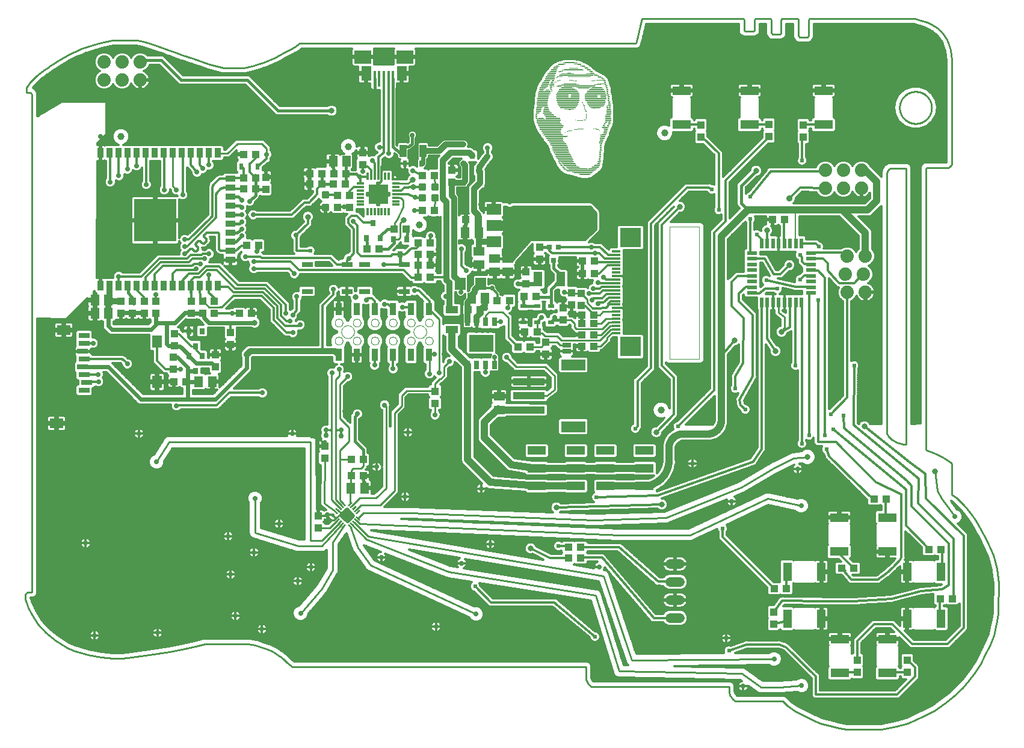
<source format=gtl>
G75*
%MOIN*%
%OFA0B0*%
%FSLAX25Y25*%
%IPPOS*%
%LPD*%
%AMOC8*
5,1,8,0,0,1.08239X$1,22.5*
%
%ADD10C,0.00000*%
%ADD11C,0.00394*%
%ADD12R,0.03000X0.00334*%
%ADD13R,0.05330X0.00333*%
%ADD14R,0.06670X0.00333*%
%ADD15R,0.08330X0.00334*%
%ADD16R,0.10330X0.00333*%
%ADD17R,0.11660X0.00333*%
%ADD18R,0.13670X0.00334*%
%ADD19R,0.15000X0.00333*%
%ADD20R,0.16340X0.00333*%
%ADD21R,0.02330X0.00334*%
%ADD22R,0.14670X0.00334*%
%ADD23R,0.01670X0.00333*%
%ADD24R,0.15660X0.00333*%
%ADD25R,0.01660X0.00333*%
%ADD26R,0.11000X0.00333*%
%ADD27R,0.05000X0.00333*%
%ADD28R,0.01330X0.00334*%
%ADD29R,0.04660X0.00334*%
%ADD30R,0.01340X0.00333*%
%ADD31R,0.07330X0.00333*%
%ADD32R,0.04000X0.00333*%
%ADD33R,0.01330X0.00333*%
%ADD34R,0.03670X0.00333*%
%ADD35R,0.07000X0.00334*%
%ADD36R,0.04000X0.00334*%
%ADD37R,0.01000X0.00333*%
%ADD38R,0.07000X0.00333*%
%ADD39R,0.03660X0.00333*%
%ADD40R,0.03000X0.00333*%
%ADD41R,0.07330X0.00334*%
%ADD42R,0.02660X0.00334*%
%ADD43R,0.07340X0.00333*%
%ADD44R,0.02000X0.00333*%
%ADD45R,0.08670X0.00334*%
%ADD46R,0.01660X0.00334*%
%ADD47R,0.08340X0.00333*%
%ADD48R,0.01670X0.00334*%
%ADD49R,0.08330X0.00333*%
%ADD50R,0.08660X0.00333*%
%ADD51R,0.01000X0.00334*%
%ADD52R,0.08670X0.00333*%
%ADD53R,0.09000X0.00333*%
%ADD54R,0.09000X0.00334*%
%ADD55R,0.00330X0.00333*%
%ADD56R,0.00330X0.00334*%
%ADD57R,0.08660X0.00334*%
%ADD58R,0.02000X0.00334*%
%ADD59R,0.09340X0.00333*%
%ADD60R,0.02340X0.00333*%
%ADD61R,0.10000X0.00334*%
%ADD62R,0.02670X0.00334*%
%ADD63R,0.12330X0.00333*%
%ADD64R,0.02670X0.00333*%
%ADD65R,0.12660X0.00333*%
%ADD66R,0.12000X0.00334*%
%ADD67R,0.03330X0.00333*%
%ADD68R,0.10340X0.00333*%
%ADD69R,0.10000X0.00333*%
%ADD70R,0.10330X0.00334*%
%ADD71R,0.10660X0.00333*%
%ADD72R,0.11000X0.00334*%
%ADD73R,0.00660X0.00334*%
%ADD74R,0.11670X0.00333*%
%ADD75R,0.12330X0.00334*%
%ADD76R,0.06000X0.00334*%
%ADD77R,0.13340X0.00333*%
%ADD78R,0.14000X0.00334*%
%ADD79R,0.14330X0.00333*%
%ADD80R,0.13670X0.00333*%
%ADD81R,0.13330X0.00334*%
%ADD82R,0.01340X0.00334*%
%ADD83R,0.13330X0.00333*%
%ADD84R,0.13000X0.00333*%
%ADD85R,0.13340X0.00334*%
%ADD86R,0.03330X0.00334*%
%ADD87R,0.03340X0.00333*%
%ADD88R,0.00670X0.00334*%
%ADD89R,0.04660X0.00333*%
%ADD90R,0.08000X0.00333*%
%ADD91R,0.06330X0.00333*%
%ADD92R,0.05670X0.00333*%
%ADD93R,0.05670X0.00334*%
%ADD94R,0.05340X0.00333*%
%ADD95R,0.02660X0.00333*%
%ADD96R,0.05000X0.00334*%
%ADD97R,0.04330X0.00334*%
%ADD98R,0.00340X0.00334*%
%ADD99R,0.00340X0.00333*%
%ADD100R,0.03660X0.00334*%
%ADD101R,0.02330X0.00333*%
%ADD102R,0.04670X0.00333*%
%ADD103R,0.06000X0.00333*%
%ADD104R,0.09330X0.00334*%
%ADD105R,0.10670X0.00333*%
%ADD106R,0.10670X0.00334*%
%ADD107R,0.09340X0.00334*%
%ADD108R,0.11330X0.00333*%
%ADD109R,0.09670X0.00333*%
%ADD110R,0.12000X0.00333*%
%ADD111R,0.10660X0.00334*%
%ADD112R,0.12670X0.00333*%
%ADD113R,0.12670X0.00334*%
%ADD114R,0.11340X0.00334*%
%ADD115R,0.06340X0.00333*%
%ADD116R,0.06330X0.00334*%
%ADD117R,0.06670X0.00334*%
%ADD118R,0.04340X0.00334*%
%ADD119R,0.06660X0.00333*%
%ADD120R,0.06660X0.00334*%
%ADD121R,0.12340X0.00334*%
%ADD122R,0.12340X0.00333*%
%ADD123R,0.11660X0.00334*%
%ADD124R,0.02340X0.00334*%
%ADD125R,0.00670X0.00333*%
%ADD126R,0.07670X0.00333*%
%ADD127R,0.14330X0.00334*%
%ADD128R,0.17330X0.00333*%
%ADD129R,0.21000X0.00333*%
%ADD130R,0.00660X0.00333*%
%ADD131R,0.04330X0.00333*%
%ADD132R,0.03670X0.00334*%
%ADD133R,0.07340X0.00334*%
%ADD134R,0.18340X0.00334*%
%ADD135R,0.19000X0.00333*%
%ADD136R,0.04670X0.00334*%
%ADD137R,0.04340X0.00333*%
%ADD138R,0.07670X0.00334*%
%ADD139C,0.01000*%
%ADD140R,0.01181X0.03937*%
%ADD141R,0.10630X0.10630*%
%ADD142R,0.01713X0.01713*%
%ADD143R,0.03937X0.01181*%
%ADD144R,0.01772X0.09055*%
%ADD145R,0.09350X0.07480*%
%ADD146R,0.05807X0.08268*%
%ADD147R,0.05118X0.05906*%
%ADD148R,0.03937X0.07087*%
%ADD149R,0.02480X0.03268*%
%ADD150R,0.03150X0.03543*%
%ADD151R,0.03937X0.04331*%
%ADD152R,0.04331X0.03937*%
%ADD153R,0.02756X0.02756*%
%ADD154R,0.03268X0.02480*%
%ADD155R,0.05906X0.05118*%
%ADD156R,0.11811X0.10630*%
%ADD157R,0.04724X0.01181*%
%ADD158R,0.04724X0.07874*%
%ADD159R,0.07874X0.05906*%
%ADD160R,0.07874X0.14961*%
%ADD161R,0.05512X0.07087*%
%ADD162R,0.07480X0.05512*%
%ADD163R,0.05906X0.03150*%
%ADD164C,0.01181*%
%ADD165C,0.03937*%
%ADD166R,0.03543X0.05512*%
%ADD167R,0.05512X0.03543*%
%ADD168R,0.23622X0.23622*%
%ADD169R,0.07087X0.03937*%
%ADD170R,0.17717X0.03937*%
%ADD171R,0.13386X0.05906*%
%ADD172C,0.03000*%
%ADD173R,0.06000X0.03000*%
%ADD174R,0.03543X0.07087*%
%ADD175C,0.02775*%
%ADD176R,0.02992X0.05000*%
%ADD177R,0.13386X0.09449*%
%ADD178R,0.05000X0.02500*%
%ADD179R,0.01000X0.02800*%
%ADD180R,0.06299X0.07098*%
%ADD181R,0.02000X0.05800*%
%ADD182R,0.05800X0.02000*%
%ADD183R,0.10236X0.04724*%
%ADD184R,0.04724X0.10236*%
%ADD185C,0.05400*%
%ADD186C,0.07400*%
%ADD187R,0.09843X0.04724*%
%ADD188C,0.01200*%
%ADD189C,0.01600*%
%ADD190C,0.03200*%
%ADD191C,0.00787*%
%ADD192C,0.03169*%
%ADD193C,0.03200*%
%ADD194C,0.02400*%
%ADD195C,0.05600*%
%ADD196C,0.02400*%
%ADD197C,0.04000*%
%ADD198C,0.03562*%
D10*
X0182105Y0257072D02*
X0182107Y0257165D01*
X0182113Y0257257D01*
X0182123Y0257349D01*
X0182137Y0257440D01*
X0182154Y0257531D01*
X0182176Y0257621D01*
X0182201Y0257710D01*
X0182230Y0257798D01*
X0182263Y0257884D01*
X0182300Y0257969D01*
X0182340Y0258053D01*
X0182384Y0258134D01*
X0182431Y0258214D01*
X0182481Y0258292D01*
X0182535Y0258367D01*
X0182592Y0258440D01*
X0182652Y0258510D01*
X0182715Y0258578D01*
X0182781Y0258643D01*
X0182849Y0258705D01*
X0182920Y0258765D01*
X0182994Y0258821D01*
X0183070Y0258874D01*
X0183148Y0258923D01*
X0183228Y0258970D01*
X0183310Y0259012D01*
X0183394Y0259052D01*
X0183479Y0259087D01*
X0183566Y0259119D01*
X0183654Y0259148D01*
X0183743Y0259172D01*
X0183833Y0259193D01*
X0183924Y0259209D01*
X0184016Y0259222D01*
X0184108Y0259231D01*
X0184201Y0259236D01*
X0184293Y0259237D01*
X0184386Y0259234D01*
X0184478Y0259227D01*
X0184570Y0259216D01*
X0184661Y0259201D01*
X0184752Y0259183D01*
X0184842Y0259160D01*
X0184930Y0259134D01*
X0185018Y0259104D01*
X0185104Y0259070D01*
X0185188Y0259033D01*
X0185271Y0258991D01*
X0185352Y0258947D01*
X0185432Y0258899D01*
X0185509Y0258848D01*
X0185583Y0258793D01*
X0185656Y0258735D01*
X0185726Y0258675D01*
X0185793Y0258611D01*
X0185857Y0258545D01*
X0185919Y0258475D01*
X0185977Y0258404D01*
X0186032Y0258330D01*
X0186084Y0258253D01*
X0186133Y0258174D01*
X0186179Y0258094D01*
X0186221Y0258011D01*
X0186259Y0257927D01*
X0186294Y0257841D01*
X0186325Y0257754D01*
X0186352Y0257666D01*
X0186375Y0257576D01*
X0186395Y0257486D01*
X0186411Y0257395D01*
X0186423Y0257303D01*
X0186431Y0257211D01*
X0186435Y0257118D01*
X0186435Y0257026D01*
X0186431Y0256933D01*
X0186423Y0256841D01*
X0186411Y0256749D01*
X0186395Y0256658D01*
X0186375Y0256568D01*
X0186352Y0256478D01*
X0186325Y0256390D01*
X0186294Y0256303D01*
X0186259Y0256217D01*
X0186221Y0256133D01*
X0186179Y0256050D01*
X0186133Y0255970D01*
X0186084Y0255891D01*
X0186032Y0255814D01*
X0185977Y0255740D01*
X0185919Y0255669D01*
X0185857Y0255599D01*
X0185793Y0255533D01*
X0185726Y0255469D01*
X0185656Y0255409D01*
X0185583Y0255351D01*
X0185509Y0255296D01*
X0185432Y0255245D01*
X0185353Y0255197D01*
X0185271Y0255153D01*
X0185188Y0255111D01*
X0185104Y0255074D01*
X0185018Y0255040D01*
X0184930Y0255010D01*
X0184842Y0254984D01*
X0184752Y0254961D01*
X0184661Y0254943D01*
X0184570Y0254928D01*
X0184478Y0254917D01*
X0184386Y0254910D01*
X0184293Y0254907D01*
X0184201Y0254908D01*
X0184108Y0254913D01*
X0184016Y0254922D01*
X0183924Y0254935D01*
X0183833Y0254951D01*
X0183743Y0254972D01*
X0183654Y0254996D01*
X0183566Y0255025D01*
X0183479Y0255057D01*
X0183394Y0255092D01*
X0183310Y0255132D01*
X0183228Y0255174D01*
X0183148Y0255221D01*
X0183070Y0255270D01*
X0182994Y0255323D01*
X0182920Y0255379D01*
X0182849Y0255439D01*
X0182781Y0255501D01*
X0182715Y0255566D01*
X0182652Y0255634D01*
X0182592Y0255704D01*
X0182535Y0255777D01*
X0182481Y0255852D01*
X0182431Y0255930D01*
X0182384Y0256010D01*
X0182340Y0256091D01*
X0182300Y0256175D01*
X0182263Y0256260D01*
X0182230Y0256346D01*
X0182201Y0256434D01*
X0182176Y0256523D01*
X0182154Y0256613D01*
X0182137Y0256704D01*
X0182123Y0256795D01*
X0182113Y0256887D01*
X0182107Y0256979D01*
X0182105Y0257072D01*
X0185727Y0262072D02*
X0185729Y0262190D01*
X0185735Y0262309D01*
X0185745Y0262427D01*
X0185759Y0262544D01*
X0185776Y0262661D01*
X0185798Y0262778D01*
X0185824Y0262893D01*
X0185853Y0263008D01*
X0185886Y0263122D01*
X0185923Y0263234D01*
X0185964Y0263345D01*
X0186008Y0263455D01*
X0186056Y0263563D01*
X0186108Y0263670D01*
X0186163Y0263775D01*
X0186222Y0263878D01*
X0186284Y0263978D01*
X0186349Y0264077D01*
X0186418Y0264174D01*
X0186489Y0264268D01*
X0186564Y0264359D01*
X0186642Y0264449D01*
X0186723Y0264535D01*
X0186807Y0264619D01*
X0186893Y0264700D01*
X0186983Y0264778D01*
X0187074Y0264853D01*
X0187168Y0264924D01*
X0187265Y0264993D01*
X0187364Y0265058D01*
X0187464Y0265120D01*
X0187567Y0265179D01*
X0187672Y0265234D01*
X0187779Y0265286D01*
X0187887Y0265334D01*
X0187997Y0265378D01*
X0188108Y0265419D01*
X0188220Y0265456D01*
X0188334Y0265489D01*
X0188449Y0265518D01*
X0188564Y0265544D01*
X0188681Y0265566D01*
X0188798Y0265583D01*
X0188915Y0265597D01*
X0189033Y0265607D01*
X0189152Y0265613D01*
X0189270Y0265615D01*
X0189388Y0265613D01*
X0189507Y0265607D01*
X0189625Y0265597D01*
X0189742Y0265583D01*
X0189859Y0265566D01*
X0189976Y0265544D01*
X0190091Y0265518D01*
X0190206Y0265489D01*
X0190320Y0265456D01*
X0190432Y0265419D01*
X0190543Y0265378D01*
X0190653Y0265334D01*
X0190761Y0265286D01*
X0190868Y0265234D01*
X0190973Y0265179D01*
X0191076Y0265120D01*
X0191176Y0265058D01*
X0191275Y0264993D01*
X0191372Y0264924D01*
X0191466Y0264853D01*
X0191557Y0264778D01*
X0191647Y0264700D01*
X0191733Y0264619D01*
X0191817Y0264535D01*
X0191898Y0264449D01*
X0191976Y0264359D01*
X0192051Y0264268D01*
X0192122Y0264174D01*
X0192191Y0264077D01*
X0192256Y0263978D01*
X0192318Y0263878D01*
X0192377Y0263775D01*
X0192432Y0263670D01*
X0192484Y0263563D01*
X0192532Y0263455D01*
X0192576Y0263345D01*
X0192617Y0263234D01*
X0192654Y0263122D01*
X0192687Y0263008D01*
X0192716Y0262893D01*
X0192742Y0262778D01*
X0192764Y0262661D01*
X0192781Y0262544D01*
X0192795Y0262427D01*
X0192805Y0262309D01*
X0192811Y0262190D01*
X0192813Y0262072D01*
X0192811Y0261954D01*
X0192805Y0261835D01*
X0192795Y0261717D01*
X0192781Y0261600D01*
X0192764Y0261483D01*
X0192742Y0261366D01*
X0192716Y0261251D01*
X0192687Y0261136D01*
X0192654Y0261022D01*
X0192617Y0260910D01*
X0192576Y0260799D01*
X0192532Y0260689D01*
X0192484Y0260581D01*
X0192432Y0260474D01*
X0192377Y0260369D01*
X0192318Y0260266D01*
X0192256Y0260166D01*
X0192191Y0260067D01*
X0192122Y0259970D01*
X0192051Y0259876D01*
X0191976Y0259785D01*
X0191898Y0259695D01*
X0191817Y0259609D01*
X0191733Y0259525D01*
X0191647Y0259444D01*
X0191557Y0259366D01*
X0191466Y0259291D01*
X0191372Y0259220D01*
X0191275Y0259151D01*
X0191176Y0259086D01*
X0191076Y0259024D01*
X0190973Y0258965D01*
X0190868Y0258910D01*
X0190761Y0258858D01*
X0190653Y0258810D01*
X0190543Y0258766D01*
X0190432Y0258725D01*
X0190320Y0258688D01*
X0190206Y0258655D01*
X0190091Y0258626D01*
X0189976Y0258600D01*
X0189859Y0258578D01*
X0189742Y0258561D01*
X0189625Y0258547D01*
X0189507Y0258537D01*
X0189388Y0258531D01*
X0189270Y0258529D01*
X0189152Y0258531D01*
X0189033Y0258537D01*
X0188915Y0258547D01*
X0188798Y0258561D01*
X0188681Y0258578D01*
X0188564Y0258600D01*
X0188449Y0258626D01*
X0188334Y0258655D01*
X0188220Y0258688D01*
X0188108Y0258725D01*
X0187997Y0258766D01*
X0187887Y0258810D01*
X0187779Y0258858D01*
X0187672Y0258910D01*
X0187567Y0258965D01*
X0187464Y0259024D01*
X0187364Y0259086D01*
X0187265Y0259151D01*
X0187168Y0259220D01*
X0187074Y0259291D01*
X0186983Y0259366D01*
X0186893Y0259444D01*
X0186807Y0259525D01*
X0186723Y0259609D01*
X0186642Y0259695D01*
X0186564Y0259785D01*
X0186489Y0259876D01*
X0186418Y0259970D01*
X0186349Y0260067D01*
X0186284Y0260166D01*
X0186222Y0260266D01*
X0186163Y0260369D01*
X0186108Y0260474D01*
X0186056Y0260581D01*
X0186008Y0260689D01*
X0185964Y0260799D01*
X0185923Y0260910D01*
X0185886Y0261022D01*
X0185853Y0261136D01*
X0185824Y0261251D01*
X0185798Y0261366D01*
X0185776Y0261483D01*
X0185759Y0261600D01*
X0185745Y0261717D01*
X0185735Y0261835D01*
X0185729Y0261954D01*
X0185727Y0262072D01*
X0182105Y0267072D02*
X0182107Y0267165D01*
X0182113Y0267257D01*
X0182123Y0267349D01*
X0182137Y0267440D01*
X0182154Y0267531D01*
X0182176Y0267621D01*
X0182201Y0267710D01*
X0182230Y0267798D01*
X0182263Y0267884D01*
X0182300Y0267969D01*
X0182340Y0268053D01*
X0182384Y0268134D01*
X0182431Y0268214D01*
X0182481Y0268292D01*
X0182535Y0268367D01*
X0182592Y0268440D01*
X0182652Y0268510D01*
X0182715Y0268578D01*
X0182781Y0268643D01*
X0182849Y0268705D01*
X0182920Y0268765D01*
X0182994Y0268821D01*
X0183070Y0268874D01*
X0183148Y0268923D01*
X0183228Y0268970D01*
X0183310Y0269012D01*
X0183394Y0269052D01*
X0183479Y0269087D01*
X0183566Y0269119D01*
X0183654Y0269148D01*
X0183743Y0269172D01*
X0183833Y0269193D01*
X0183924Y0269209D01*
X0184016Y0269222D01*
X0184108Y0269231D01*
X0184201Y0269236D01*
X0184293Y0269237D01*
X0184386Y0269234D01*
X0184478Y0269227D01*
X0184570Y0269216D01*
X0184661Y0269201D01*
X0184752Y0269183D01*
X0184842Y0269160D01*
X0184930Y0269134D01*
X0185018Y0269104D01*
X0185104Y0269070D01*
X0185188Y0269033D01*
X0185271Y0268991D01*
X0185352Y0268947D01*
X0185432Y0268899D01*
X0185509Y0268848D01*
X0185583Y0268793D01*
X0185656Y0268735D01*
X0185726Y0268675D01*
X0185793Y0268611D01*
X0185857Y0268545D01*
X0185919Y0268475D01*
X0185977Y0268404D01*
X0186032Y0268330D01*
X0186084Y0268253D01*
X0186133Y0268174D01*
X0186179Y0268094D01*
X0186221Y0268011D01*
X0186259Y0267927D01*
X0186294Y0267841D01*
X0186325Y0267754D01*
X0186352Y0267666D01*
X0186375Y0267576D01*
X0186395Y0267486D01*
X0186411Y0267395D01*
X0186423Y0267303D01*
X0186431Y0267211D01*
X0186435Y0267118D01*
X0186435Y0267026D01*
X0186431Y0266933D01*
X0186423Y0266841D01*
X0186411Y0266749D01*
X0186395Y0266658D01*
X0186375Y0266568D01*
X0186352Y0266478D01*
X0186325Y0266390D01*
X0186294Y0266303D01*
X0186259Y0266217D01*
X0186221Y0266133D01*
X0186179Y0266050D01*
X0186133Y0265970D01*
X0186084Y0265891D01*
X0186032Y0265814D01*
X0185977Y0265740D01*
X0185919Y0265669D01*
X0185857Y0265599D01*
X0185793Y0265533D01*
X0185726Y0265469D01*
X0185656Y0265409D01*
X0185583Y0265351D01*
X0185509Y0265296D01*
X0185432Y0265245D01*
X0185353Y0265197D01*
X0185271Y0265153D01*
X0185188Y0265111D01*
X0185104Y0265074D01*
X0185018Y0265040D01*
X0184930Y0265010D01*
X0184842Y0264984D01*
X0184752Y0264961D01*
X0184661Y0264943D01*
X0184570Y0264928D01*
X0184478Y0264917D01*
X0184386Y0264910D01*
X0184293Y0264907D01*
X0184201Y0264908D01*
X0184108Y0264913D01*
X0184016Y0264922D01*
X0183924Y0264935D01*
X0183833Y0264951D01*
X0183743Y0264972D01*
X0183654Y0264996D01*
X0183566Y0265025D01*
X0183479Y0265057D01*
X0183394Y0265092D01*
X0183310Y0265132D01*
X0183228Y0265174D01*
X0183148Y0265221D01*
X0183070Y0265270D01*
X0182994Y0265323D01*
X0182920Y0265379D01*
X0182849Y0265439D01*
X0182781Y0265501D01*
X0182715Y0265566D01*
X0182652Y0265634D01*
X0182592Y0265704D01*
X0182535Y0265777D01*
X0182481Y0265852D01*
X0182431Y0265930D01*
X0182384Y0266010D01*
X0182340Y0266091D01*
X0182300Y0266175D01*
X0182263Y0266260D01*
X0182230Y0266346D01*
X0182201Y0266434D01*
X0182176Y0266523D01*
X0182154Y0266613D01*
X0182137Y0266704D01*
X0182123Y0266795D01*
X0182113Y0266887D01*
X0182107Y0266979D01*
X0182105Y0267072D01*
X0192105Y0267072D02*
X0192107Y0267165D01*
X0192113Y0267257D01*
X0192123Y0267349D01*
X0192137Y0267440D01*
X0192154Y0267531D01*
X0192176Y0267621D01*
X0192201Y0267710D01*
X0192230Y0267798D01*
X0192263Y0267884D01*
X0192300Y0267969D01*
X0192340Y0268053D01*
X0192384Y0268134D01*
X0192431Y0268214D01*
X0192481Y0268292D01*
X0192535Y0268367D01*
X0192592Y0268440D01*
X0192652Y0268510D01*
X0192715Y0268578D01*
X0192781Y0268643D01*
X0192849Y0268705D01*
X0192920Y0268765D01*
X0192994Y0268821D01*
X0193070Y0268874D01*
X0193148Y0268923D01*
X0193228Y0268970D01*
X0193310Y0269012D01*
X0193394Y0269052D01*
X0193479Y0269087D01*
X0193566Y0269119D01*
X0193654Y0269148D01*
X0193743Y0269172D01*
X0193833Y0269193D01*
X0193924Y0269209D01*
X0194016Y0269222D01*
X0194108Y0269231D01*
X0194201Y0269236D01*
X0194293Y0269237D01*
X0194386Y0269234D01*
X0194478Y0269227D01*
X0194570Y0269216D01*
X0194661Y0269201D01*
X0194752Y0269183D01*
X0194842Y0269160D01*
X0194930Y0269134D01*
X0195018Y0269104D01*
X0195104Y0269070D01*
X0195188Y0269033D01*
X0195271Y0268991D01*
X0195352Y0268947D01*
X0195432Y0268899D01*
X0195509Y0268848D01*
X0195583Y0268793D01*
X0195656Y0268735D01*
X0195726Y0268675D01*
X0195793Y0268611D01*
X0195857Y0268545D01*
X0195919Y0268475D01*
X0195977Y0268404D01*
X0196032Y0268330D01*
X0196084Y0268253D01*
X0196133Y0268174D01*
X0196179Y0268094D01*
X0196221Y0268011D01*
X0196259Y0267927D01*
X0196294Y0267841D01*
X0196325Y0267754D01*
X0196352Y0267666D01*
X0196375Y0267576D01*
X0196395Y0267486D01*
X0196411Y0267395D01*
X0196423Y0267303D01*
X0196431Y0267211D01*
X0196435Y0267118D01*
X0196435Y0267026D01*
X0196431Y0266933D01*
X0196423Y0266841D01*
X0196411Y0266749D01*
X0196395Y0266658D01*
X0196375Y0266568D01*
X0196352Y0266478D01*
X0196325Y0266390D01*
X0196294Y0266303D01*
X0196259Y0266217D01*
X0196221Y0266133D01*
X0196179Y0266050D01*
X0196133Y0265970D01*
X0196084Y0265891D01*
X0196032Y0265814D01*
X0195977Y0265740D01*
X0195919Y0265669D01*
X0195857Y0265599D01*
X0195793Y0265533D01*
X0195726Y0265469D01*
X0195656Y0265409D01*
X0195583Y0265351D01*
X0195509Y0265296D01*
X0195432Y0265245D01*
X0195353Y0265197D01*
X0195271Y0265153D01*
X0195188Y0265111D01*
X0195104Y0265074D01*
X0195018Y0265040D01*
X0194930Y0265010D01*
X0194842Y0264984D01*
X0194752Y0264961D01*
X0194661Y0264943D01*
X0194570Y0264928D01*
X0194478Y0264917D01*
X0194386Y0264910D01*
X0194293Y0264907D01*
X0194201Y0264908D01*
X0194108Y0264913D01*
X0194016Y0264922D01*
X0193924Y0264935D01*
X0193833Y0264951D01*
X0193743Y0264972D01*
X0193654Y0264996D01*
X0193566Y0265025D01*
X0193479Y0265057D01*
X0193394Y0265092D01*
X0193310Y0265132D01*
X0193228Y0265174D01*
X0193148Y0265221D01*
X0193070Y0265270D01*
X0192994Y0265323D01*
X0192920Y0265379D01*
X0192849Y0265439D01*
X0192781Y0265501D01*
X0192715Y0265566D01*
X0192652Y0265634D01*
X0192592Y0265704D01*
X0192535Y0265777D01*
X0192481Y0265852D01*
X0192431Y0265930D01*
X0192384Y0266010D01*
X0192340Y0266091D01*
X0192300Y0266175D01*
X0192263Y0266260D01*
X0192230Y0266346D01*
X0192201Y0266434D01*
X0192176Y0266523D01*
X0192154Y0266613D01*
X0192137Y0266704D01*
X0192123Y0266795D01*
X0192113Y0266887D01*
X0192107Y0266979D01*
X0192105Y0267072D01*
X0192105Y0257072D02*
X0192107Y0257165D01*
X0192113Y0257257D01*
X0192123Y0257349D01*
X0192137Y0257440D01*
X0192154Y0257531D01*
X0192176Y0257621D01*
X0192201Y0257710D01*
X0192230Y0257798D01*
X0192263Y0257884D01*
X0192300Y0257969D01*
X0192340Y0258053D01*
X0192384Y0258134D01*
X0192431Y0258214D01*
X0192481Y0258292D01*
X0192535Y0258367D01*
X0192592Y0258440D01*
X0192652Y0258510D01*
X0192715Y0258578D01*
X0192781Y0258643D01*
X0192849Y0258705D01*
X0192920Y0258765D01*
X0192994Y0258821D01*
X0193070Y0258874D01*
X0193148Y0258923D01*
X0193228Y0258970D01*
X0193310Y0259012D01*
X0193394Y0259052D01*
X0193479Y0259087D01*
X0193566Y0259119D01*
X0193654Y0259148D01*
X0193743Y0259172D01*
X0193833Y0259193D01*
X0193924Y0259209D01*
X0194016Y0259222D01*
X0194108Y0259231D01*
X0194201Y0259236D01*
X0194293Y0259237D01*
X0194386Y0259234D01*
X0194478Y0259227D01*
X0194570Y0259216D01*
X0194661Y0259201D01*
X0194752Y0259183D01*
X0194842Y0259160D01*
X0194930Y0259134D01*
X0195018Y0259104D01*
X0195104Y0259070D01*
X0195188Y0259033D01*
X0195271Y0258991D01*
X0195352Y0258947D01*
X0195432Y0258899D01*
X0195509Y0258848D01*
X0195583Y0258793D01*
X0195656Y0258735D01*
X0195726Y0258675D01*
X0195793Y0258611D01*
X0195857Y0258545D01*
X0195919Y0258475D01*
X0195977Y0258404D01*
X0196032Y0258330D01*
X0196084Y0258253D01*
X0196133Y0258174D01*
X0196179Y0258094D01*
X0196221Y0258011D01*
X0196259Y0257927D01*
X0196294Y0257841D01*
X0196325Y0257754D01*
X0196352Y0257666D01*
X0196375Y0257576D01*
X0196395Y0257486D01*
X0196411Y0257395D01*
X0196423Y0257303D01*
X0196431Y0257211D01*
X0196435Y0257118D01*
X0196435Y0257026D01*
X0196431Y0256933D01*
X0196423Y0256841D01*
X0196411Y0256749D01*
X0196395Y0256658D01*
X0196375Y0256568D01*
X0196352Y0256478D01*
X0196325Y0256390D01*
X0196294Y0256303D01*
X0196259Y0256217D01*
X0196221Y0256133D01*
X0196179Y0256050D01*
X0196133Y0255970D01*
X0196084Y0255891D01*
X0196032Y0255814D01*
X0195977Y0255740D01*
X0195919Y0255669D01*
X0195857Y0255599D01*
X0195793Y0255533D01*
X0195726Y0255469D01*
X0195656Y0255409D01*
X0195583Y0255351D01*
X0195509Y0255296D01*
X0195432Y0255245D01*
X0195353Y0255197D01*
X0195271Y0255153D01*
X0195188Y0255111D01*
X0195104Y0255074D01*
X0195018Y0255040D01*
X0194930Y0255010D01*
X0194842Y0254984D01*
X0194752Y0254961D01*
X0194661Y0254943D01*
X0194570Y0254928D01*
X0194478Y0254917D01*
X0194386Y0254910D01*
X0194293Y0254907D01*
X0194201Y0254908D01*
X0194108Y0254913D01*
X0194016Y0254922D01*
X0193924Y0254935D01*
X0193833Y0254951D01*
X0193743Y0254972D01*
X0193654Y0254996D01*
X0193566Y0255025D01*
X0193479Y0255057D01*
X0193394Y0255092D01*
X0193310Y0255132D01*
X0193228Y0255174D01*
X0193148Y0255221D01*
X0193070Y0255270D01*
X0192994Y0255323D01*
X0192920Y0255379D01*
X0192849Y0255439D01*
X0192781Y0255501D01*
X0192715Y0255566D01*
X0192652Y0255634D01*
X0192592Y0255704D01*
X0192535Y0255777D01*
X0192481Y0255852D01*
X0192431Y0255930D01*
X0192384Y0256010D01*
X0192340Y0256091D01*
X0192300Y0256175D01*
X0192263Y0256260D01*
X0192230Y0256346D01*
X0192201Y0256434D01*
X0192176Y0256523D01*
X0192154Y0256613D01*
X0192137Y0256704D01*
X0192123Y0256795D01*
X0192113Y0256887D01*
X0192107Y0256979D01*
X0192105Y0257072D01*
X0202105Y0257072D02*
X0202107Y0257165D01*
X0202113Y0257257D01*
X0202123Y0257349D01*
X0202137Y0257440D01*
X0202154Y0257531D01*
X0202176Y0257621D01*
X0202201Y0257710D01*
X0202230Y0257798D01*
X0202263Y0257884D01*
X0202300Y0257969D01*
X0202340Y0258053D01*
X0202384Y0258134D01*
X0202431Y0258214D01*
X0202481Y0258292D01*
X0202535Y0258367D01*
X0202592Y0258440D01*
X0202652Y0258510D01*
X0202715Y0258578D01*
X0202781Y0258643D01*
X0202849Y0258705D01*
X0202920Y0258765D01*
X0202994Y0258821D01*
X0203070Y0258874D01*
X0203148Y0258923D01*
X0203228Y0258970D01*
X0203310Y0259012D01*
X0203394Y0259052D01*
X0203479Y0259087D01*
X0203566Y0259119D01*
X0203654Y0259148D01*
X0203743Y0259172D01*
X0203833Y0259193D01*
X0203924Y0259209D01*
X0204016Y0259222D01*
X0204108Y0259231D01*
X0204201Y0259236D01*
X0204293Y0259237D01*
X0204386Y0259234D01*
X0204478Y0259227D01*
X0204570Y0259216D01*
X0204661Y0259201D01*
X0204752Y0259183D01*
X0204842Y0259160D01*
X0204930Y0259134D01*
X0205018Y0259104D01*
X0205104Y0259070D01*
X0205188Y0259033D01*
X0205271Y0258991D01*
X0205352Y0258947D01*
X0205432Y0258899D01*
X0205509Y0258848D01*
X0205583Y0258793D01*
X0205656Y0258735D01*
X0205726Y0258675D01*
X0205793Y0258611D01*
X0205857Y0258545D01*
X0205919Y0258475D01*
X0205977Y0258404D01*
X0206032Y0258330D01*
X0206084Y0258253D01*
X0206133Y0258174D01*
X0206179Y0258094D01*
X0206221Y0258011D01*
X0206259Y0257927D01*
X0206294Y0257841D01*
X0206325Y0257754D01*
X0206352Y0257666D01*
X0206375Y0257576D01*
X0206395Y0257486D01*
X0206411Y0257395D01*
X0206423Y0257303D01*
X0206431Y0257211D01*
X0206435Y0257118D01*
X0206435Y0257026D01*
X0206431Y0256933D01*
X0206423Y0256841D01*
X0206411Y0256749D01*
X0206395Y0256658D01*
X0206375Y0256568D01*
X0206352Y0256478D01*
X0206325Y0256390D01*
X0206294Y0256303D01*
X0206259Y0256217D01*
X0206221Y0256133D01*
X0206179Y0256050D01*
X0206133Y0255970D01*
X0206084Y0255891D01*
X0206032Y0255814D01*
X0205977Y0255740D01*
X0205919Y0255669D01*
X0205857Y0255599D01*
X0205793Y0255533D01*
X0205726Y0255469D01*
X0205656Y0255409D01*
X0205583Y0255351D01*
X0205509Y0255296D01*
X0205432Y0255245D01*
X0205353Y0255197D01*
X0205271Y0255153D01*
X0205188Y0255111D01*
X0205104Y0255074D01*
X0205018Y0255040D01*
X0204930Y0255010D01*
X0204842Y0254984D01*
X0204752Y0254961D01*
X0204661Y0254943D01*
X0204570Y0254928D01*
X0204478Y0254917D01*
X0204386Y0254910D01*
X0204293Y0254907D01*
X0204201Y0254908D01*
X0204108Y0254913D01*
X0204016Y0254922D01*
X0203924Y0254935D01*
X0203833Y0254951D01*
X0203743Y0254972D01*
X0203654Y0254996D01*
X0203566Y0255025D01*
X0203479Y0255057D01*
X0203394Y0255092D01*
X0203310Y0255132D01*
X0203228Y0255174D01*
X0203148Y0255221D01*
X0203070Y0255270D01*
X0202994Y0255323D01*
X0202920Y0255379D01*
X0202849Y0255439D01*
X0202781Y0255501D01*
X0202715Y0255566D01*
X0202652Y0255634D01*
X0202592Y0255704D01*
X0202535Y0255777D01*
X0202481Y0255852D01*
X0202431Y0255930D01*
X0202384Y0256010D01*
X0202340Y0256091D01*
X0202300Y0256175D01*
X0202263Y0256260D01*
X0202230Y0256346D01*
X0202201Y0256434D01*
X0202176Y0256523D01*
X0202154Y0256613D01*
X0202137Y0256704D01*
X0202123Y0256795D01*
X0202113Y0256887D01*
X0202107Y0256979D01*
X0202105Y0257072D01*
X0202105Y0267072D02*
X0202107Y0267165D01*
X0202113Y0267257D01*
X0202123Y0267349D01*
X0202137Y0267440D01*
X0202154Y0267531D01*
X0202176Y0267621D01*
X0202201Y0267710D01*
X0202230Y0267798D01*
X0202263Y0267884D01*
X0202300Y0267969D01*
X0202340Y0268053D01*
X0202384Y0268134D01*
X0202431Y0268214D01*
X0202481Y0268292D01*
X0202535Y0268367D01*
X0202592Y0268440D01*
X0202652Y0268510D01*
X0202715Y0268578D01*
X0202781Y0268643D01*
X0202849Y0268705D01*
X0202920Y0268765D01*
X0202994Y0268821D01*
X0203070Y0268874D01*
X0203148Y0268923D01*
X0203228Y0268970D01*
X0203310Y0269012D01*
X0203394Y0269052D01*
X0203479Y0269087D01*
X0203566Y0269119D01*
X0203654Y0269148D01*
X0203743Y0269172D01*
X0203833Y0269193D01*
X0203924Y0269209D01*
X0204016Y0269222D01*
X0204108Y0269231D01*
X0204201Y0269236D01*
X0204293Y0269237D01*
X0204386Y0269234D01*
X0204478Y0269227D01*
X0204570Y0269216D01*
X0204661Y0269201D01*
X0204752Y0269183D01*
X0204842Y0269160D01*
X0204930Y0269134D01*
X0205018Y0269104D01*
X0205104Y0269070D01*
X0205188Y0269033D01*
X0205271Y0268991D01*
X0205352Y0268947D01*
X0205432Y0268899D01*
X0205509Y0268848D01*
X0205583Y0268793D01*
X0205656Y0268735D01*
X0205726Y0268675D01*
X0205793Y0268611D01*
X0205857Y0268545D01*
X0205919Y0268475D01*
X0205977Y0268404D01*
X0206032Y0268330D01*
X0206084Y0268253D01*
X0206133Y0268174D01*
X0206179Y0268094D01*
X0206221Y0268011D01*
X0206259Y0267927D01*
X0206294Y0267841D01*
X0206325Y0267754D01*
X0206352Y0267666D01*
X0206375Y0267576D01*
X0206395Y0267486D01*
X0206411Y0267395D01*
X0206423Y0267303D01*
X0206431Y0267211D01*
X0206435Y0267118D01*
X0206435Y0267026D01*
X0206431Y0266933D01*
X0206423Y0266841D01*
X0206411Y0266749D01*
X0206395Y0266658D01*
X0206375Y0266568D01*
X0206352Y0266478D01*
X0206325Y0266390D01*
X0206294Y0266303D01*
X0206259Y0266217D01*
X0206221Y0266133D01*
X0206179Y0266050D01*
X0206133Y0265970D01*
X0206084Y0265891D01*
X0206032Y0265814D01*
X0205977Y0265740D01*
X0205919Y0265669D01*
X0205857Y0265599D01*
X0205793Y0265533D01*
X0205726Y0265469D01*
X0205656Y0265409D01*
X0205583Y0265351D01*
X0205509Y0265296D01*
X0205432Y0265245D01*
X0205353Y0265197D01*
X0205271Y0265153D01*
X0205188Y0265111D01*
X0205104Y0265074D01*
X0205018Y0265040D01*
X0204930Y0265010D01*
X0204842Y0264984D01*
X0204752Y0264961D01*
X0204661Y0264943D01*
X0204570Y0264928D01*
X0204478Y0264917D01*
X0204386Y0264910D01*
X0204293Y0264907D01*
X0204201Y0264908D01*
X0204108Y0264913D01*
X0204016Y0264922D01*
X0203924Y0264935D01*
X0203833Y0264951D01*
X0203743Y0264972D01*
X0203654Y0264996D01*
X0203566Y0265025D01*
X0203479Y0265057D01*
X0203394Y0265092D01*
X0203310Y0265132D01*
X0203228Y0265174D01*
X0203148Y0265221D01*
X0203070Y0265270D01*
X0202994Y0265323D01*
X0202920Y0265379D01*
X0202849Y0265439D01*
X0202781Y0265501D01*
X0202715Y0265566D01*
X0202652Y0265634D01*
X0202592Y0265704D01*
X0202535Y0265777D01*
X0202481Y0265852D01*
X0202431Y0265930D01*
X0202384Y0266010D01*
X0202340Y0266091D01*
X0202300Y0266175D01*
X0202263Y0266260D01*
X0202230Y0266346D01*
X0202201Y0266434D01*
X0202176Y0266523D01*
X0202154Y0266613D01*
X0202137Y0266704D01*
X0202123Y0266795D01*
X0202113Y0266887D01*
X0202107Y0266979D01*
X0202105Y0267072D01*
X0212105Y0267072D02*
X0212107Y0267165D01*
X0212113Y0267257D01*
X0212123Y0267349D01*
X0212137Y0267440D01*
X0212154Y0267531D01*
X0212176Y0267621D01*
X0212201Y0267710D01*
X0212230Y0267798D01*
X0212263Y0267884D01*
X0212300Y0267969D01*
X0212340Y0268053D01*
X0212384Y0268134D01*
X0212431Y0268214D01*
X0212481Y0268292D01*
X0212535Y0268367D01*
X0212592Y0268440D01*
X0212652Y0268510D01*
X0212715Y0268578D01*
X0212781Y0268643D01*
X0212849Y0268705D01*
X0212920Y0268765D01*
X0212994Y0268821D01*
X0213070Y0268874D01*
X0213148Y0268923D01*
X0213228Y0268970D01*
X0213310Y0269012D01*
X0213394Y0269052D01*
X0213479Y0269087D01*
X0213566Y0269119D01*
X0213654Y0269148D01*
X0213743Y0269172D01*
X0213833Y0269193D01*
X0213924Y0269209D01*
X0214016Y0269222D01*
X0214108Y0269231D01*
X0214201Y0269236D01*
X0214293Y0269237D01*
X0214386Y0269234D01*
X0214478Y0269227D01*
X0214570Y0269216D01*
X0214661Y0269201D01*
X0214752Y0269183D01*
X0214842Y0269160D01*
X0214930Y0269134D01*
X0215018Y0269104D01*
X0215104Y0269070D01*
X0215188Y0269033D01*
X0215271Y0268991D01*
X0215352Y0268947D01*
X0215432Y0268899D01*
X0215509Y0268848D01*
X0215583Y0268793D01*
X0215656Y0268735D01*
X0215726Y0268675D01*
X0215793Y0268611D01*
X0215857Y0268545D01*
X0215919Y0268475D01*
X0215977Y0268404D01*
X0216032Y0268330D01*
X0216084Y0268253D01*
X0216133Y0268174D01*
X0216179Y0268094D01*
X0216221Y0268011D01*
X0216259Y0267927D01*
X0216294Y0267841D01*
X0216325Y0267754D01*
X0216352Y0267666D01*
X0216375Y0267576D01*
X0216395Y0267486D01*
X0216411Y0267395D01*
X0216423Y0267303D01*
X0216431Y0267211D01*
X0216435Y0267118D01*
X0216435Y0267026D01*
X0216431Y0266933D01*
X0216423Y0266841D01*
X0216411Y0266749D01*
X0216395Y0266658D01*
X0216375Y0266568D01*
X0216352Y0266478D01*
X0216325Y0266390D01*
X0216294Y0266303D01*
X0216259Y0266217D01*
X0216221Y0266133D01*
X0216179Y0266050D01*
X0216133Y0265970D01*
X0216084Y0265891D01*
X0216032Y0265814D01*
X0215977Y0265740D01*
X0215919Y0265669D01*
X0215857Y0265599D01*
X0215793Y0265533D01*
X0215726Y0265469D01*
X0215656Y0265409D01*
X0215583Y0265351D01*
X0215509Y0265296D01*
X0215432Y0265245D01*
X0215353Y0265197D01*
X0215271Y0265153D01*
X0215188Y0265111D01*
X0215104Y0265074D01*
X0215018Y0265040D01*
X0214930Y0265010D01*
X0214842Y0264984D01*
X0214752Y0264961D01*
X0214661Y0264943D01*
X0214570Y0264928D01*
X0214478Y0264917D01*
X0214386Y0264910D01*
X0214293Y0264907D01*
X0214201Y0264908D01*
X0214108Y0264913D01*
X0214016Y0264922D01*
X0213924Y0264935D01*
X0213833Y0264951D01*
X0213743Y0264972D01*
X0213654Y0264996D01*
X0213566Y0265025D01*
X0213479Y0265057D01*
X0213394Y0265092D01*
X0213310Y0265132D01*
X0213228Y0265174D01*
X0213148Y0265221D01*
X0213070Y0265270D01*
X0212994Y0265323D01*
X0212920Y0265379D01*
X0212849Y0265439D01*
X0212781Y0265501D01*
X0212715Y0265566D01*
X0212652Y0265634D01*
X0212592Y0265704D01*
X0212535Y0265777D01*
X0212481Y0265852D01*
X0212431Y0265930D01*
X0212384Y0266010D01*
X0212340Y0266091D01*
X0212300Y0266175D01*
X0212263Y0266260D01*
X0212230Y0266346D01*
X0212201Y0266434D01*
X0212176Y0266523D01*
X0212154Y0266613D01*
X0212137Y0266704D01*
X0212123Y0266795D01*
X0212113Y0266887D01*
X0212107Y0266979D01*
X0212105Y0267072D01*
X0212105Y0257072D02*
X0212107Y0257165D01*
X0212113Y0257257D01*
X0212123Y0257349D01*
X0212137Y0257440D01*
X0212154Y0257531D01*
X0212176Y0257621D01*
X0212201Y0257710D01*
X0212230Y0257798D01*
X0212263Y0257884D01*
X0212300Y0257969D01*
X0212340Y0258053D01*
X0212384Y0258134D01*
X0212431Y0258214D01*
X0212481Y0258292D01*
X0212535Y0258367D01*
X0212592Y0258440D01*
X0212652Y0258510D01*
X0212715Y0258578D01*
X0212781Y0258643D01*
X0212849Y0258705D01*
X0212920Y0258765D01*
X0212994Y0258821D01*
X0213070Y0258874D01*
X0213148Y0258923D01*
X0213228Y0258970D01*
X0213310Y0259012D01*
X0213394Y0259052D01*
X0213479Y0259087D01*
X0213566Y0259119D01*
X0213654Y0259148D01*
X0213743Y0259172D01*
X0213833Y0259193D01*
X0213924Y0259209D01*
X0214016Y0259222D01*
X0214108Y0259231D01*
X0214201Y0259236D01*
X0214293Y0259237D01*
X0214386Y0259234D01*
X0214478Y0259227D01*
X0214570Y0259216D01*
X0214661Y0259201D01*
X0214752Y0259183D01*
X0214842Y0259160D01*
X0214930Y0259134D01*
X0215018Y0259104D01*
X0215104Y0259070D01*
X0215188Y0259033D01*
X0215271Y0258991D01*
X0215352Y0258947D01*
X0215432Y0258899D01*
X0215509Y0258848D01*
X0215583Y0258793D01*
X0215656Y0258735D01*
X0215726Y0258675D01*
X0215793Y0258611D01*
X0215857Y0258545D01*
X0215919Y0258475D01*
X0215977Y0258404D01*
X0216032Y0258330D01*
X0216084Y0258253D01*
X0216133Y0258174D01*
X0216179Y0258094D01*
X0216221Y0258011D01*
X0216259Y0257927D01*
X0216294Y0257841D01*
X0216325Y0257754D01*
X0216352Y0257666D01*
X0216375Y0257576D01*
X0216395Y0257486D01*
X0216411Y0257395D01*
X0216423Y0257303D01*
X0216431Y0257211D01*
X0216435Y0257118D01*
X0216435Y0257026D01*
X0216431Y0256933D01*
X0216423Y0256841D01*
X0216411Y0256749D01*
X0216395Y0256658D01*
X0216375Y0256568D01*
X0216352Y0256478D01*
X0216325Y0256390D01*
X0216294Y0256303D01*
X0216259Y0256217D01*
X0216221Y0256133D01*
X0216179Y0256050D01*
X0216133Y0255970D01*
X0216084Y0255891D01*
X0216032Y0255814D01*
X0215977Y0255740D01*
X0215919Y0255669D01*
X0215857Y0255599D01*
X0215793Y0255533D01*
X0215726Y0255469D01*
X0215656Y0255409D01*
X0215583Y0255351D01*
X0215509Y0255296D01*
X0215432Y0255245D01*
X0215353Y0255197D01*
X0215271Y0255153D01*
X0215188Y0255111D01*
X0215104Y0255074D01*
X0215018Y0255040D01*
X0214930Y0255010D01*
X0214842Y0254984D01*
X0214752Y0254961D01*
X0214661Y0254943D01*
X0214570Y0254928D01*
X0214478Y0254917D01*
X0214386Y0254910D01*
X0214293Y0254907D01*
X0214201Y0254908D01*
X0214108Y0254913D01*
X0214016Y0254922D01*
X0213924Y0254935D01*
X0213833Y0254951D01*
X0213743Y0254972D01*
X0213654Y0254996D01*
X0213566Y0255025D01*
X0213479Y0255057D01*
X0213394Y0255092D01*
X0213310Y0255132D01*
X0213228Y0255174D01*
X0213148Y0255221D01*
X0213070Y0255270D01*
X0212994Y0255323D01*
X0212920Y0255379D01*
X0212849Y0255439D01*
X0212781Y0255501D01*
X0212715Y0255566D01*
X0212652Y0255634D01*
X0212592Y0255704D01*
X0212535Y0255777D01*
X0212481Y0255852D01*
X0212431Y0255930D01*
X0212384Y0256010D01*
X0212340Y0256091D01*
X0212300Y0256175D01*
X0212263Y0256260D01*
X0212230Y0256346D01*
X0212201Y0256434D01*
X0212176Y0256523D01*
X0212154Y0256613D01*
X0212137Y0256704D01*
X0212123Y0256795D01*
X0212113Y0256887D01*
X0212107Y0256979D01*
X0212105Y0257072D01*
X0222105Y0257072D02*
X0222107Y0257165D01*
X0222113Y0257257D01*
X0222123Y0257349D01*
X0222137Y0257440D01*
X0222154Y0257531D01*
X0222176Y0257621D01*
X0222201Y0257710D01*
X0222230Y0257798D01*
X0222263Y0257884D01*
X0222300Y0257969D01*
X0222340Y0258053D01*
X0222384Y0258134D01*
X0222431Y0258214D01*
X0222481Y0258292D01*
X0222535Y0258367D01*
X0222592Y0258440D01*
X0222652Y0258510D01*
X0222715Y0258578D01*
X0222781Y0258643D01*
X0222849Y0258705D01*
X0222920Y0258765D01*
X0222994Y0258821D01*
X0223070Y0258874D01*
X0223148Y0258923D01*
X0223228Y0258970D01*
X0223310Y0259012D01*
X0223394Y0259052D01*
X0223479Y0259087D01*
X0223566Y0259119D01*
X0223654Y0259148D01*
X0223743Y0259172D01*
X0223833Y0259193D01*
X0223924Y0259209D01*
X0224016Y0259222D01*
X0224108Y0259231D01*
X0224201Y0259236D01*
X0224293Y0259237D01*
X0224386Y0259234D01*
X0224478Y0259227D01*
X0224570Y0259216D01*
X0224661Y0259201D01*
X0224752Y0259183D01*
X0224842Y0259160D01*
X0224930Y0259134D01*
X0225018Y0259104D01*
X0225104Y0259070D01*
X0225188Y0259033D01*
X0225271Y0258991D01*
X0225352Y0258947D01*
X0225432Y0258899D01*
X0225509Y0258848D01*
X0225583Y0258793D01*
X0225656Y0258735D01*
X0225726Y0258675D01*
X0225793Y0258611D01*
X0225857Y0258545D01*
X0225919Y0258475D01*
X0225977Y0258404D01*
X0226032Y0258330D01*
X0226084Y0258253D01*
X0226133Y0258174D01*
X0226179Y0258094D01*
X0226221Y0258011D01*
X0226259Y0257927D01*
X0226294Y0257841D01*
X0226325Y0257754D01*
X0226352Y0257666D01*
X0226375Y0257576D01*
X0226395Y0257486D01*
X0226411Y0257395D01*
X0226423Y0257303D01*
X0226431Y0257211D01*
X0226435Y0257118D01*
X0226435Y0257026D01*
X0226431Y0256933D01*
X0226423Y0256841D01*
X0226411Y0256749D01*
X0226395Y0256658D01*
X0226375Y0256568D01*
X0226352Y0256478D01*
X0226325Y0256390D01*
X0226294Y0256303D01*
X0226259Y0256217D01*
X0226221Y0256133D01*
X0226179Y0256050D01*
X0226133Y0255970D01*
X0226084Y0255891D01*
X0226032Y0255814D01*
X0225977Y0255740D01*
X0225919Y0255669D01*
X0225857Y0255599D01*
X0225793Y0255533D01*
X0225726Y0255469D01*
X0225656Y0255409D01*
X0225583Y0255351D01*
X0225509Y0255296D01*
X0225432Y0255245D01*
X0225353Y0255197D01*
X0225271Y0255153D01*
X0225188Y0255111D01*
X0225104Y0255074D01*
X0225018Y0255040D01*
X0224930Y0255010D01*
X0224842Y0254984D01*
X0224752Y0254961D01*
X0224661Y0254943D01*
X0224570Y0254928D01*
X0224478Y0254917D01*
X0224386Y0254910D01*
X0224293Y0254907D01*
X0224201Y0254908D01*
X0224108Y0254913D01*
X0224016Y0254922D01*
X0223924Y0254935D01*
X0223833Y0254951D01*
X0223743Y0254972D01*
X0223654Y0254996D01*
X0223566Y0255025D01*
X0223479Y0255057D01*
X0223394Y0255092D01*
X0223310Y0255132D01*
X0223228Y0255174D01*
X0223148Y0255221D01*
X0223070Y0255270D01*
X0222994Y0255323D01*
X0222920Y0255379D01*
X0222849Y0255439D01*
X0222781Y0255501D01*
X0222715Y0255566D01*
X0222652Y0255634D01*
X0222592Y0255704D01*
X0222535Y0255777D01*
X0222481Y0255852D01*
X0222431Y0255930D01*
X0222384Y0256010D01*
X0222340Y0256091D01*
X0222300Y0256175D01*
X0222263Y0256260D01*
X0222230Y0256346D01*
X0222201Y0256434D01*
X0222176Y0256523D01*
X0222154Y0256613D01*
X0222137Y0256704D01*
X0222123Y0256795D01*
X0222113Y0256887D01*
X0222107Y0256979D01*
X0222105Y0257072D01*
X0225727Y0262072D02*
X0225729Y0262190D01*
X0225735Y0262309D01*
X0225745Y0262427D01*
X0225759Y0262544D01*
X0225776Y0262661D01*
X0225798Y0262778D01*
X0225824Y0262893D01*
X0225853Y0263008D01*
X0225886Y0263122D01*
X0225923Y0263234D01*
X0225964Y0263345D01*
X0226008Y0263455D01*
X0226056Y0263563D01*
X0226108Y0263670D01*
X0226163Y0263775D01*
X0226222Y0263878D01*
X0226284Y0263978D01*
X0226349Y0264077D01*
X0226418Y0264174D01*
X0226489Y0264268D01*
X0226564Y0264359D01*
X0226642Y0264449D01*
X0226723Y0264535D01*
X0226807Y0264619D01*
X0226893Y0264700D01*
X0226983Y0264778D01*
X0227074Y0264853D01*
X0227168Y0264924D01*
X0227265Y0264993D01*
X0227364Y0265058D01*
X0227464Y0265120D01*
X0227567Y0265179D01*
X0227672Y0265234D01*
X0227779Y0265286D01*
X0227887Y0265334D01*
X0227997Y0265378D01*
X0228108Y0265419D01*
X0228220Y0265456D01*
X0228334Y0265489D01*
X0228449Y0265518D01*
X0228564Y0265544D01*
X0228681Y0265566D01*
X0228798Y0265583D01*
X0228915Y0265597D01*
X0229033Y0265607D01*
X0229152Y0265613D01*
X0229270Y0265615D01*
X0229388Y0265613D01*
X0229507Y0265607D01*
X0229625Y0265597D01*
X0229742Y0265583D01*
X0229859Y0265566D01*
X0229976Y0265544D01*
X0230091Y0265518D01*
X0230206Y0265489D01*
X0230320Y0265456D01*
X0230432Y0265419D01*
X0230543Y0265378D01*
X0230653Y0265334D01*
X0230761Y0265286D01*
X0230868Y0265234D01*
X0230973Y0265179D01*
X0231076Y0265120D01*
X0231176Y0265058D01*
X0231275Y0264993D01*
X0231372Y0264924D01*
X0231466Y0264853D01*
X0231557Y0264778D01*
X0231647Y0264700D01*
X0231733Y0264619D01*
X0231817Y0264535D01*
X0231898Y0264449D01*
X0231976Y0264359D01*
X0232051Y0264268D01*
X0232122Y0264174D01*
X0232191Y0264077D01*
X0232256Y0263978D01*
X0232318Y0263878D01*
X0232377Y0263775D01*
X0232432Y0263670D01*
X0232484Y0263563D01*
X0232532Y0263455D01*
X0232576Y0263345D01*
X0232617Y0263234D01*
X0232654Y0263122D01*
X0232687Y0263008D01*
X0232716Y0262893D01*
X0232742Y0262778D01*
X0232764Y0262661D01*
X0232781Y0262544D01*
X0232795Y0262427D01*
X0232805Y0262309D01*
X0232811Y0262190D01*
X0232813Y0262072D01*
X0232811Y0261954D01*
X0232805Y0261835D01*
X0232795Y0261717D01*
X0232781Y0261600D01*
X0232764Y0261483D01*
X0232742Y0261366D01*
X0232716Y0261251D01*
X0232687Y0261136D01*
X0232654Y0261022D01*
X0232617Y0260910D01*
X0232576Y0260799D01*
X0232532Y0260689D01*
X0232484Y0260581D01*
X0232432Y0260474D01*
X0232377Y0260369D01*
X0232318Y0260266D01*
X0232256Y0260166D01*
X0232191Y0260067D01*
X0232122Y0259970D01*
X0232051Y0259876D01*
X0231976Y0259785D01*
X0231898Y0259695D01*
X0231817Y0259609D01*
X0231733Y0259525D01*
X0231647Y0259444D01*
X0231557Y0259366D01*
X0231466Y0259291D01*
X0231372Y0259220D01*
X0231275Y0259151D01*
X0231176Y0259086D01*
X0231076Y0259024D01*
X0230973Y0258965D01*
X0230868Y0258910D01*
X0230761Y0258858D01*
X0230653Y0258810D01*
X0230543Y0258766D01*
X0230432Y0258725D01*
X0230320Y0258688D01*
X0230206Y0258655D01*
X0230091Y0258626D01*
X0229976Y0258600D01*
X0229859Y0258578D01*
X0229742Y0258561D01*
X0229625Y0258547D01*
X0229507Y0258537D01*
X0229388Y0258531D01*
X0229270Y0258529D01*
X0229152Y0258531D01*
X0229033Y0258537D01*
X0228915Y0258547D01*
X0228798Y0258561D01*
X0228681Y0258578D01*
X0228564Y0258600D01*
X0228449Y0258626D01*
X0228334Y0258655D01*
X0228220Y0258688D01*
X0228108Y0258725D01*
X0227997Y0258766D01*
X0227887Y0258810D01*
X0227779Y0258858D01*
X0227672Y0258910D01*
X0227567Y0258965D01*
X0227464Y0259024D01*
X0227364Y0259086D01*
X0227265Y0259151D01*
X0227168Y0259220D01*
X0227074Y0259291D01*
X0226983Y0259366D01*
X0226893Y0259444D01*
X0226807Y0259525D01*
X0226723Y0259609D01*
X0226642Y0259695D01*
X0226564Y0259785D01*
X0226489Y0259876D01*
X0226418Y0259970D01*
X0226349Y0260067D01*
X0226284Y0260166D01*
X0226222Y0260266D01*
X0226163Y0260369D01*
X0226108Y0260474D01*
X0226056Y0260581D01*
X0226008Y0260689D01*
X0225964Y0260799D01*
X0225923Y0260910D01*
X0225886Y0261022D01*
X0225853Y0261136D01*
X0225824Y0261251D01*
X0225798Y0261366D01*
X0225776Y0261483D01*
X0225759Y0261600D01*
X0225745Y0261717D01*
X0225735Y0261835D01*
X0225729Y0261954D01*
X0225727Y0262072D01*
X0222105Y0267072D02*
X0222107Y0267165D01*
X0222113Y0267257D01*
X0222123Y0267349D01*
X0222137Y0267440D01*
X0222154Y0267531D01*
X0222176Y0267621D01*
X0222201Y0267710D01*
X0222230Y0267798D01*
X0222263Y0267884D01*
X0222300Y0267969D01*
X0222340Y0268053D01*
X0222384Y0268134D01*
X0222431Y0268214D01*
X0222481Y0268292D01*
X0222535Y0268367D01*
X0222592Y0268440D01*
X0222652Y0268510D01*
X0222715Y0268578D01*
X0222781Y0268643D01*
X0222849Y0268705D01*
X0222920Y0268765D01*
X0222994Y0268821D01*
X0223070Y0268874D01*
X0223148Y0268923D01*
X0223228Y0268970D01*
X0223310Y0269012D01*
X0223394Y0269052D01*
X0223479Y0269087D01*
X0223566Y0269119D01*
X0223654Y0269148D01*
X0223743Y0269172D01*
X0223833Y0269193D01*
X0223924Y0269209D01*
X0224016Y0269222D01*
X0224108Y0269231D01*
X0224201Y0269236D01*
X0224293Y0269237D01*
X0224386Y0269234D01*
X0224478Y0269227D01*
X0224570Y0269216D01*
X0224661Y0269201D01*
X0224752Y0269183D01*
X0224842Y0269160D01*
X0224930Y0269134D01*
X0225018Y0269104D01*
X0225104Y0269070D01*
X0225188Y0269033D01*
X0225271Y0268991D01*
X0225352Y0268947D01*
X0225432Y0268899D01*
X0225509Y0268848D01*
X0225583Y0268793D01*
X0225656Y0268735D01*
X0225726Y0268675D01*
X0225793Y0268611D01*
X0225857Y0268545D01*
X0225919Y0268475D01*
X0225977Y0268404D01*
X0226032Y0268330D01*
X0226084Y0268253D01*
X0226133Y0268174D01*
X0226179Y0268094D01*
X0226221Y0268011D01*
X0226259Y0267927D01*
X0226294Y0267841D01*
X0226325Y0267754D01*
X0226352Y0267666D01*
X0226375Y0267576D01*
X0226395Y0267486D01*
X0226411Y0267395D01*
X0226423Y0267303D01*
X0226431Y0267211D01*
X0226435Y0267118D01*
X0226435Y0267026D01*
X0226431Y0266933D01*
X0226423Y0266841D01*
X0226411Y0266749D01*
X0226395Y0266658D01*
X0226375Y0266568D01*
X0226352Y0266478D01*
X0226325Y0266390D01*
X0226294Y0266303D01*
X0226259Y0266217D01*
X0226221Y0266133D01*
X0226179Y0266050D01*
X0226133Y0265970D01*
X0226084Y0265891D01*
X0226032Y0265814D01*
X0225977Y0265740D01*
X0225919Y0265669D01*
X0225857Y0265599D01*
X0225793Y0265533D01*
X0225726Y0265469D01*
X0225656Y0265409D01*
X0225583Y0265351D01*
X0225509Y0265296D01*
X0225432Y0265245D01*
X0225353Y0265197D01*
X0225271Y0265153D01*
X0225188Y0265111D01*
X0225104Y0265074D01*
X0225018Y0265040D01*
X0224930Y0265010D01*
X0224842Y0264984D01*
X0224752Y0264961D01*
X0224661Y0264943D01*
X0224570Y0264928D01*
X0224478Y0264917D01*
X0224386Y0264910D01*
X0224293Y0264907D01*
X0224201Y0264908D01*
X0224108Y0264913D01*
X0224016Y0264922D01*
X0223924Y0264935D01*
X0223833Y0264951D01*
X0223743Y0264972D01*
X0223654Y0264996D01*
X0223566Y0265025D01*
X0223479Y0265057D01*
X0223394Y0265092D01*
X0223310Y0265132D01*
X0223228Y0265174D01*
X0223148Y0265221D01*
X0223070Y0265270D01*
X0222994Y0265323D01*
X0222920Y0265379D01*
X0222849Y0265439D01*
X0222781Y0265501D01*
X0222715Y0265566D01*
X0222652Y0265634D01*
X0222592Y0265704D01*
X0222535Y0265777D01*
X0222481Y0265852D01*
X0222431Y0265930D01*
X0222384Y0266010D01*
X0222340Y0266091D01*
X0222300Y0266175D01*
X0222263Y0266260D01*
X0222230Y0266346D01*
X0222201Y0266434D01*
X0222176Y0266523D01*
X0222154Y0266613D01*
X0222137Y0266704D01*
X0222123Y0266795D01*
X0222113Y0266887D01*
X0222107Y0266979D01*
X0222105Y0267072D01*
X0232105Y0267072D02*
X0232107Y0267165D01*
X0232113Y0267257D01*
X0232123Y0267349D01*
X0232137Y0267440D01*
X0232154Y0267531D01*
X0232176Y0267621D01*
X0232201Y0267710D01*
X0232230Y0267798D01*
X0232263Y0267884D01*
X0232300Y0267969D01*
X0232340Y0268053D01*
X0232384Y0268134D01*
X0232431Y0268214D01*
X0232481Y0268292D01*
X0232535Y0268367D01*
X0232592Y0268440D01*
X0232652Y0268510D01*
X0232715Y0268578D01*
X0232781Y0268643D01*
X0232849Y0268705D01*
X0232920Y0268765D01*
X0232994Y0268821D01*
X0233070Y0268874D01*
X0233148Y0268923D01*
X0233228Y0268970D01*
X0233310Y0269012D01*
X0233394Y0269052D01*
X0233479Y0269087D01*
X0233566Y0269119D01*
X0233654Y0269148D01*
X0233743Y0269172D01*
X0233833Y0269193D01*
X0233924Y0269209D01*
X0234016Y0269222D01*
X0234108Y0269231D01*
X0234201Y0269236D01*
X0234293Y0269237D01*
X0234386Y0269234D01*
X0234478Y0269227D01*
X0234570Y0269216D01*
X0234661Y0269201D01*
X0234752Y0269183D01*
X0234842Y0269160D01*
X0234930Y0269134D01*
X0235018Y0269104D01*
X0235104Y0269070D01*
X0235188Y0269033D01*
X0235271Y0268991D01*
X0235352Y0268947D01*
X0235432Y0268899D01*
X0235509Y0268848D01*
X0235583Y0268793D01*
X0235656Y0268735D01*
X0235726Y0268675D01*
X0235793Y0268611D01*
X0235857Y0268545D01*
X0235919Y0268475D01*
X0235977Y0268404D01*
X0236032Y0268330D01*
X0236084Y0268253D01*
X0236133Y0268174D01*
X0236179Y0268094D01*
X0236221Y0268011D01*
X0236259Y0267927D01*
X0236294Y0267841D01*
X0236325Y0267754D01*
X0236352Y0267666D01*
X0236375Y0267576D01*
X0236395Y0267486D01*
X0236411Y0267395D01*
X0236423Y0267303D01*
X0236431Y0267211D01*
X0236435Y0267118D01*
X0236435Y0267026D01*
X0236431Y0266933D01*
X0236423Y0266841D01*
X0236411Y0266749D01*
X0236395Y0266658D01*
X0236375Y0266568D01*
X0236352Y0266478D01*
X0236325Y0266390D01*
X0236294Y0266303D01*
X0236259Y0266217D01*
X0236221Y0266133D01*
X0236179Y0266050D01*
X0236133Y0265970D01*
X0236084Y0265891D01*
X0236032Y0265814D01*
X0235977Y0265740D01*
X0235919Y0265669D01*
X0235857Y0265599D01*
X0235793Y0265533D01*
X0235726Y0265469D01*
X0235656Y0265409D01*
X0235583Y0265351D01*
X0235509Y0265296D01*
X0235432Y0265245D01*
X0235353Y0265197D01*
X0235271Y0265153D01*
X0235188Y0265111D01*
X0235104Y0265074D01*
X0235018Y0265040D01*
X0234930Y0265010D01*
X0234842Y0264984D01*
X0234752Y0264961D01*
X0234661Y0264943D01*
X0234570Y0264928D01*
X0234478Y0264917D01*
X0234386Y0264910D01*
X0234293Y0264907D01*
X0234201Y0264908D01*
X0234108Y0264913D01*
X0234016Y0264922D01*
X0233924Y0264935D01*
X0233833Y0264951D01*
X0233743Y0264972D01*
X0233654Y0264996D01*
X0233566Y0265025D01*
X0233479Y0265057D01*
X0233394Y0265092D01*
X0233310Y0265132D01*
X0233228Y0265174D01*
X0233148Y0265221D01*
X0233070Y0265270D01*
X0232994Y0265323D01*
X0232920Y0265379D01*
X0232849Y0265439D01*
X0232781Y0265501D01*
X0232715Y0265566D01*
X0232652Y0265634D01*
X0232592Y0265704D01*
X0232535Y0265777D01*
X0232481Y0265852D01*
X0232431Y0265930D01*
X0232384Y0266010D01*
X0232340Y0266091D01*
X0232300Y0266175D01*
X0232263Y0266260D01*
X0232230Y0266346D01*
X0232201Y0266434D01*
X0232176Y0266523D01*
X0232154Y0266613D01*
X0232137Y0266704D01*
X0232123Y0266795D01*
X0232113Y0266887D01*
X0232107Y0266979D01*
X0232105Y0267072D01*
X0232105Y0257072D02*
X0232107Y0257165D01*
X0232113Y0257257D01*
X0232123Y0257349D01*
X0232137Y0257440D01*
X0232154Y0257531D01*
X0232176Y0257621D01*
X0232201Y0257710D01*
X0232230Y0257798D01*
X0232263Y0257884D01*
X0232300Y0257969D01*
X0232340Y0258053D01*
X0232384Y0258134D01*
X0232431Y0258214D01*
X0232481Y0258292D01*
X0232535Y0258367D01*
X0232592Y0258440D01*
X0232652Y0258510D01*
X0232715Y0258578D01*
X0232781Y0258643D01*
X0232849Y0258705D01*
X0232920Y0258765D01*
X0232994Y0258821D01*
X0233070Y0258874D01*
X0233148Y0258923D01*
X0233228Y0258970D01*
X0233310Y0259012D01*
X0233394Y0259052D01*
X0233479Y0259087D01*
X0233566Y0259119D01*
X0233654Y0259148D01*
X0233743Y0259172D01*
X0233833Y0259193D01*
X0233924Y0259209D01*
X0234016Y0259222D01*
X0234108Y0259231D01*
X0234201Y0259236D01*
X0234293Y0259237D01*
X0234386Y0259234D01*
X0234478Y0259227D01*
X0234570Y0259216D01*
X0234661Y0259201D01*
X0234752Y0259183D01*
X0234842Y0259160D01*
X0234930Y0259134D01*
X0235018Y0259104D01*
X0235104Y0259070D01*
X0235188Y0259033D01*
X0235271Y0258991D01*
X0235352Y0258947D01*
X0235432Y0258899D01*
X0235509Y0258848D01*
X0235583Y0258793D01*
X0235656Y0258735D01*
X0235726Y0258675D01*
X0235793Y0258611D01*
X0235857Y0258545D01*
X0235919Y0258475D01*
X0235977Y0258404D01*
X0236032Y0258330D01*
X0236084Y0258253D01*
X0236133Y0258174D01*
X0236179Y0258094D01*
X0236221Y0258011D01*
X0236259Y0257927D01*
X0236294Y0257841D01*
X0236325Y0257754D01*
X0236352Y0257666D01*
X0236375Y0257576D01*
X0236395Y0257486D01*
X0236411Y0257395D01*
X0236423Y0257303D01*
X0236431Y0257211D01*
X0236435Y0257118D01*
X0236435Y0257026D01*
X0236431Y0256933D01*
X0236423Y0256841D01*
X0236411Y0256749D01*
X0236395Y0256658D01*
X0236375Y0256568D01*
X0236352Y0256478D01*
X0236325Y0256390D01*
X0236294Y0256303D01*
X0236259Y0256217D01*
X0236221Y0256133D01*
X0236179Y0256050D01*
X0236133Y0255970D01*
X0236084Y0255891D01*
X0236032Y0255814D01*
X0235977Y0255740D01*
X0235919Y0255669D01*
X0235857Y0255599D01*
X0235793Y0255533D01*
X0235726Y0255469D01*
X0235656Y0255409D01*
X0235583Y0255351D01*
X0235509Y0255296D01*
X0235432Y0255245D01*
X0235353Y0255197D01*
X0235271Y0255153D01*
X0235188Y0255111D01*
X0235104Y0255074D01*
X0235018Y0255040D01*
X0234930Y0255010D01*
X0234842Y0254984D01*
X0234752Y0254961D01*
X0234661Y0254943D01*
X0234570Y0254928D01*
X0234478Y0254917D01*
X0234386Y0254910D01*
X0234293Y0254907D01*
X0234201Y0254908D01*
X0234108Y0254913D01*
X0234016Y0254922D01*
X0233924Y0254935D01*
X0233833Y0254951D01*
X0233743Y0254972D01*
X0233654Y0254996D01*
X0233566Y0255025D01*
X0233479Y0255057D01*
X0233394Y0255092D01*
X0233310Y0255132D01*
X0233228Y0255174D01*
X0233148Y0255221D01*
X0233070Y0255270D01*
X0232994Y0255323D01*
X0232920Y0255379D01*
X0232849Y0255439D01*
X0232781Y0255501D01*
X0232715Y0255566D01*
X0232652Y0255634D01*
X0232592Y0255704D01*
X0232535Y0255777D01*
X0232481Y0255852D01*
X0232431Y0255930D01*
X0232384Y0256010D01*
X0232340Y0256091D01*
X0232300Y0256175D01*
X0232263Y0256260D01*
X0232230Y0256346D01*
X0232201Y0256434D01*
X0232176Y0256523D01*
X0232154Y0256613D01*
X0232137Y0256704D01*
X0232123Y0256795D01*
X0232113Y0256887D01*
X0232107Y0256979D01*
X0232105Y0257072D01*
X0367538Y0315615D02*
X0367538Y0320339D01*
D11*
X0367538Y0247111D01*
X0384073Y0247111D01*
X0384073Y0320339D01*
X0367538Y0320339D01*
D12*
X0320594Y0348745D03*
X0330594Y0370745D03*
X0333594Y0381745D03*
X0330934Y0392745D03*
X0303934Y0407745D03*
X0302934Y0404745D03*
X0295264Y0385745D03*
X0294934Y0384745D03*
D13*
X0300429Y0382412D03*
X0301099Y0402079D03*
X0301099Y0402412D03*
X0312099Y0411412D03*
X0327099Y0397412D03*
X0320429Y0349079D03*
D14*
X0320429Y0349412D03*
X0308099Y0392412D03*
X0308099Y0393079D03*
X0298099Y0395079D03*
X0327099Y0397079D03*
D15*
X0310929Y0396745D03*
X0307929Y0360745D03*
X0314929Y0352745D03*
X0319929Y0349745D03*
D16*
X0319599Y0350079D03*
X0302929Y0371412D03*
D17*
X0319264Y0350412D03*
D18*
X0318599Y0350745D03*
D19*
X0318264Y0351079D03*
D20*
X0318264Y0351412D03*
D21*
X0310599Y0351745D03*
X0294599Y0383745D03*
X0299929Y0395745D03*
X0309599Y0401745D03*
X0320599Y0408745D03*
X0318599Y0409745D03*
X0327929Y0403745D03*
D22*
X0319429Y0351745D03*
D23*
X0309929Y0352079D03*
X0305599Y0358412D03*
X0312599Y0373412D03*
X0329599Y0367412D03*
X0329599Y0367079D03*
X0329929Y0368079D03*
X0329929Y0368412D03*
X0331929Y0373079D03*
X0328599Y0356412D03*
X0299929Y0396079D03*
X0301929Y0398412D03*
X0312929Y0401412D03*
X0311929Y0405412D03*
X0321599Y0408079D03*
X0322599Y0407412D03*
X0322929Y0407079D03*
D24*
X0319264Y0352079D03*
D25*
X0309264Y0352412D03*
X0328264Y0355412D03*
X0294264Y0383079D03*
X0302264Y0400079D03*
X0305264Y0409412D03*
X0324264Y0406079D03*
X0330264Y0402412D03*
D26*
X0326594Y0394079D03*
X0326594Y0390412D03*
X0326594Y0390079D03*
X0303264Y0371079D03*
X0316594Y0352412D03*
D27*
X0325264Y0352412D03*
X0299934Y0383079D03*
X0315264Y0392079D03*
X0329594Y0401412D03*
X0323934Y0405079D03*
X0314594Y0408079D03*
X0301594Y0403412D03*
X0301594Y0403079D03*
D28*
X0300429Y0404745D03*
X0294099Y0382745D03*
X0307429Y0354745D03*
X0308099Y0353745D03*
X0309099Y0352745D03*
X0333099Y0375745D03*
X0334099Y0377745D03*
X0332099Y0377745D03*
X0334099Y0388745D03*
D29*
X0325764Y0398745D03*
X0325764Y0352745D03*
D30*
X0328764Y0357079D03*
X0327764Y0374079D03*
X0326764Y0374412D03*
X0333764Y0377079D03*
X0333764Y0392412D03*
X0330764Y0402079D03*
X0303764Y0408412D03*
X0302764Y0401412D03*
X0302764Y0401079D03*
X0301764Y0398079D03*
X0301764Y0397412D03*
X0308764Y0353079D03*
D31*
X0311429Y0355412D03*
X0312099Y0354412D03*
X0313429Y0353412D03*
X0314099Y0353079D03*
D32*
X0326094Y0353079D03*
X0331764Y0375412D03*
X0327434Y0399079D03*
X0316434Y0410412D03*
X0307764Y0410412D03*
X0302434Y0405412D03*
X0298764Y0399412D03*
X0298434Y0399079D03*
X0298094Y0398412D03*
X0298094Y0398079D03*
X0299434Y0384079D03*
D33*
X0312099Y0385079D03*
X0320429Y0379412D03*
X0331099Y0376079D03*
X0332099Y0378079D03*
X0332429Y0378412D03*
X0334099Y0378412D03*
X0334099Y0378079D03*
X0334099Y0377412D03*
X0333429Y0376079D03*
X0329429Y0366079D03*
X0329429Y0362412D03*
X0328429Y0356079D03*
X0308429Y0353412D03*
X0307429Y0354412D03*
X0307099Y0355079D03*
X0334099Y0388079D03*
X0334099Y0388412D03*
X0334099Y0389412D03*
X0333429Y0393412D03*
X0332429Y0398412D03*
X0331429Y0401079D03*
X0315429Y0401079D03*
X0306429Y0406079D03*
X0302429Y0400412D03*
D34*
X0298929Y0400079D03*
X0297599Y0397412D03*
X0302929Y0406079D03*
X0326599Y0353412D03*
D35*
X0313264Y0353745D03*
X0308264Y0361745D03*
X0302264Y0380745D03*
X0311264Y0385745D03*
X0324264Y0392745D03*
X0326594Y0386745D03*
D36*
X0330434Y0391745D03*
X0309094Y0406745D03*
X0298434Y0398745D03*
X0297764Y0397745D03*
X0326764Y0353745D03*
D37*
X0328934Y0357412D03*
X0328934Y0358079D03*
X0329264Y0358412D03*
X0329264Y0359079D03*
X0329264Y0359412D03*
X0329264Y0360079D03*
X0329264Y0360412D03*
X0329264Y0361079D03*
X0329264Y0361412D03*
X0329264Y0362079D03*
X0329594Y0363079D03*
X0329594Y0363412D03*
X0329594Y0364079D03*
X0329594Y0364412D03*
X0329594Y0365079D03*
X0329594Y0365412D03*
X0329934Y0366412D03*
X0331264Y0376412D03*
X0331594Y0377079D03*
X0331934Y0377412D03*
X0333594Y0376412D03*
X0333264Y0386079D03*
X0333264Y0386412D03*
X0333264Y0387079D03*
X0334594Y0387079D03*
X0334594Y0386412D03*
X0334594Y0386079D03*
X0334264Y0389079D03*
X0333934Y0390079D03*
X0333934Y0390412D03*
X0333934Y0391079D03*
X0333934Y0391412D03*
X0333934Y0392079D03*
X0333594Y0393079D03*
X0333264Y0394079D03*
X0333264Y0394412D03*
X0333264Y0395079D03*
X0333264Y0395412D03*
X0333264Y0396079D03*
X0333264Y0396412D03*
X0332934Y0397079D03*
X0332934Y0397412D03*
X0332594Y0398079D03*
X0332264Y0399079D03*
X0331934Y0400079D03*
X0331934Y0400412D03*
X0306934Y0401412D03*
X0305934Y0401079D03*
X0301934Y0397079D03*
X0301934Y0396412D03*
X0305264Y0408412D03*
X0293934Y0382412D03*
X0293934Y0382079D03*
X0293934Y0381412D03*
X0293934Y0381079D03*
X0293934Y0380412D03*
X0311264Y0373079D03*
X0303934Y0361412D03*
X0306594Y0356079D03*
X0306934Y0355412D03*
X0307934Y0354079D03*
D38*
X0310934Y0356079D03*
X0310264Y0358412D03*
X0308264Y0361412D03*
X0312594Y0354079D03*
X0308264Y0392079D03*
X0308264Y0393412D03*
X0298264Y0394412D03*
X0311264Y0405079D03*
X0324264Y0393079D03*
X0324264Y0392412D03*
X0324264Y0392079D03*
D39*
X0318264Y0374412D03*
X0299264Y0384412D03*
X0297264Y0397079D03*
X0299264Y0400412D03*
X0327264Y0354079D03*
D40*
X0327594Y0354412D03*
X0331934Y0375079D03*
X0333594Y0381079D03*
X0333594Y0381412D03*
X0333594Y0382079D03*
X0330934Y0392412D03*
X0306934Y0403412D03*
X0303594Y0407412D03*
X0305264Y0409079D03*
X0296934Y0396412D03*
X0295264Y0386079D03*
X0295264Y0385412D03*
X0295264Y0385079D03*
D41*
X0308429Y0391745D03*
X0324429Y0391745D03*
X0327099Y0396745D03*
X0312099Y0354745D03*
D42*
X0327764Y0354745D03*
X0333764Y0382745D03*
X0333764Y0383745D03*
X0333764Y0384745D03*
X0304764Y0408745D03*
D43*
X0310764Y0397079D03*
X0311764Y0355079D03*
D44*
X0328094Y0355079D03*
X0331764Y0372079D03*
X0331764Y0372412D03*
X0332094Y0373412D03*
X0332094Y0374079D03*
X0315434Y0374079D03*
X0299094Y0386412D03*
X0294434Y0383412D03*
X0302434Y0399412D03*
X0307434Y0406412D03*
X0321094Y0408412D03*
X0323764Y0406412D03*
X0325094Y0401079D03*
X0328434Y0403412D03*
X0334094Y0387412D03*
D45*
X0320099Y0406745D03*
X0308429Y0359745D03*
X0309099Y0358745D03*
X0309429Y0357745D03*
X0310099Y0356745D03*
X0310429Y0355745D03*
D46*
X0328264Y0355745D03*
X0302264Y0399745D03*
X0322264Y0407745D03*
D47*
X0311264Y0386079D03*
X0304264Y0368079D03*
X0308264Y0360412D03*
X0310264Y0356412D03*
D48*
X0328599Y0356745D03*
X0329929Y0367745D03*
X0331929Y0372745D03*
X0330929Y0375745D03*
X0333929Y0387745D03*
X0330929Y0401745D03*
X0324599Y0405745D03*
X0302599Y0400745D03*
D49*
X0312599Y0411079D03*
X0326929Y0396079D03*
X0302929Y0380079D03*
X0304929Y0367412D03*
X0309929Y0357079D03*
D50*
X0309764Y0357412D03*
X0308764Y0359412D03*
X0307764Y0361079D03*
X0306764Y0364079D03*
X0306764Y0364412D03*
X0305764Y0366412D03*
X0326764Y0387412D03*
D51*
X0333264Y0386745D03*
X0333264Y0385745D03*
X0334594Y0385745D03*
X0334594Y0386745D03*
X0333934Y0389745D03*
X0333934Y0390745D03*
X0333934Y0391745D03*
X0333594Y0392745D03*
X0333264Y0393745D03*
X0333264Y0394745D03*
X0333264Y0395745D03*
X0333264Y0396745D03*
X0332594Y0397745D03*
X0332264Y0398745D03*
X0332264Y0399745D03*
X0331594Y0400745D03*
X0331594Y0376745D03*
X0329934Y0366745D03*
X0329594Y0365745D03*
X0329594Y0364745D03*
X0329594Y0363745D03*
X0329594Y0362745D03*
X0329264Y0361745D03*
X0329264Y0360745D03*
X0329264Y0359745D03*
X0329264Y0358745D03*
X0328934Y0357745D03*
X0313934Y0373745D03*
X0310594Y0372745D03*
X0303934Y0361745D03*
X0296264Y0380745D03*
X0293934Y0380745D03*
X0293934Y0381745D03*
X0301934Y0396745D03*
X0299264Y0402745D03*
X0299934Y0403745D03*
D52*
X0311099Y0386412D03*
X0304099Y0368412D03*
X0305099Y0367079D03*
X0306429Y0365079D03*
X0307099Y0363079D03*
X0307429Y0362079D03*
X0308429Y0360079D03*
X0309429Y0358079D03*
D53*
X0308934Y0359079D03*
X0307264Y0362412D03*
X0306934Y0363412D03*
X0306264Y0365412D03*
X0305934Y0366079D03*
X0310934Y0396412D03*
D54*
X0303934Y0368745D03*
X0305594Y0366745D03*
X0306264Y0365745D03*
X0306594Y0364745D03*
X0306934Y0363745D03*
X0307264Y0362745D03*
D55*
X0309929Y0372412D03*
X0315599Y0379412D03*
X0321599Y0380079D03*
X0321599Y0380412D03*
X0321599Y0381079D03*
X0321599Y0381412D03*
X0321599Y0382079D03*
X0321599Y0382412D03*
X0320929Y0385079D03*
X0320929Y0385412D03*
X0320599Y0386079D03*
X0320599Y0386412D03*
X0319929Y0388079D03*
X0303599Y0398079D03*
X0303929Y0400079D03*
X0301599Y0394079D03*
X0315929Y0399412D03*
X0326599Y0401412D03*
X0325599Y0374412D03*
X0328929Y0373412D03*
X0328929Y0366412D03*
D56*
X0328929Y0366745D03*
X0325929Y0374745D03*
X0321599Y0380745D03*
X0321599Y0381745D03*
X0321599Y0382745D03*
X0320929Y0384745D03*
X0320599Y0385745D03*
X0319929Y0387745D03*
X0319599Y0388745D03*
X0325929Y0385745D03*
X0304929Y0402745D03*
D57*
X0304764Y0367745D03*
D58*
X0299094Y0386745D03*
X0302094Y0398745D03*
X0320434Y0396745D03*
X0326094Y0404745D03*
X0329764Y0402745D03*
X0332094Y0373745D03*
X0330094Y0368745D03*
D59*
X0326764Y0388079D03*
X0303764Y0369412D03*
X0303764Y0369079D03*
D60*
X0299264Y0386079D03*
X0302264Y0399079D03*
X0306264Y0398079D03*
X0319264Y0409412D03*
X0327264Y0404079D03*
X0329264Y0403079D03*
X0330264Y0369412D03*
X0330264Y0369079D03*
D61*
X0326764Y0388745D03*
X0303764Y0369745D03*
X0302434Y0371745D03*
D62*
X0299099Y0385745D03*
X0306099Y0409745D03*
X0332099Y0374745D03*
X0331429Y0371745D03*
X0330429Y0369745D03*
D63*
X0304599Y0370079D03*
D64*
X0296099Y0380412D03*
X0299099Y0385412D03*
X0296429Y0395412D03*
X0304099Y0408079D03*
X0332099Y0374412D03*
X0331099Y0371412D03*
X0330429Y0370412D03*
X0330429Y0370079D03*
D65*
X0304764Y0370412D03*
X0301764Y0375079D03*
D66*
X0304094Y0370745D03*
X0311094Y0388745D03*
X0312764Y0398745D03*
D67*
X0303099Y0406412D03*
X0303429Y0407079D03*
X0307099Y0410079D03*
X0299429Y0401079D03*
X0295429Y0386412D03*
X0299099Y0385079D03*
X0330429Y0371079D03*
X0333429Y0379079D03*
X0333429Y0379412D03*
X0333429Y0380079D03*
X0333429Y0380412D03*
D68*
X0302264Y0372079D03*
D69*
X0302094Y0372412D03*
X0311094Y0387079D03*
X0311094Y0396079D03*
X0314094Y0407412D03*
X0326764Y0395079D03*
X0326764Y0389079D03*
D70*
X0326599Y0394745D03*
X0312599Y0404745D03*
X0301929Y0372745D03*
D71*
X0301764Y0373079D03*
X0301764Y0373412D03*
X0326764Y0389412D03*
X0326764Y0394412D03*
D72*
X0301594Y0373745D03*
D73*
X0328764Y0373745D03*
X0303764Y0399745D03*
X0305764Y0405745D03*
D74*
X0313929Y0407079D03*
X0326599Y0393412D03*
X0326599Y0391412D03*
X0326599Y0391079D03*
X0301599Y0374412D03*
X0301599Y0374079D03*
D75*
X0301599Y0374745D03*
X0310929Y0389745D03*
D76*
X0297434Y0391745D03*
X0297094Y0390745D03*
X0322434Y0374745D03*
D77*
X0301764Y0375412D03*
D78*
X0302094Y0375745D03*
D79*
X0301929Y0376079D03*
D80*
X0301599Y0376412D03*
D81*
X0301429Y0376745D03*
X0300429Y0378745D03*
X0300429Y0379745D03*
D82*
X0301764Y0397745D03*
X0333764Y0376745D03*
D83*
X0301099Y0377079D03*
X0300429Y0379079D03*
X0300429Y0379412D03*
D84*
X0300594Y0378412D03*
X0300594Y0378079D03*
X0300934Y0377412D03*
D85*
X0300764Y0377745D03*
D86*
X0295429Y0386745D03*
X0297099Y0396745D03*
X0302429Y0403745D03*
X0303099Y0406745D03*
X0333429Y0380745D03*
X0333429Y0379745D03*
X0333429Y0378745D03*
D87*
X0330764Y0392079D03*
X0330764Y0393079D03*
X0317764Y0379079D03*
X0299764Y0395412D03*
X0299764Y0401412D03*
D88*
X0302429Y0395745D03*
X0321429Y0379745D03*
D89*
X0299764Y0383412D03*
X0295764Y0380079D03*
X0301764Y0404079D03*
D90*
X0302764Y0380412D03*
X0326764Y0387079D03*
X0327094Y0396412D03*
D91*
X0310599Y0397412D03*
X0297929Y0394079D03*
X0297599Y0393079D03*
X0297599Y0392412D03*
X0296929Y0387079D03*
X0301929Y0381079D03*
D92*
X0301599Y0381412D03*
X0296929Y0388079D03*
X0296929Y0388412D03*
X0296929Y0389079D03*
X0296929Y0389412D03*
D93*
X0296929Y0389745D03*
X0296929Y0388745D03*
X0296929Y0387745D03*
X0300929Y0381745D03*
X0300929Y0401745D03*
D94*
X0311764Y0385412D03*
X0300764Y0382079D03*
D95*
X0294764Y0384079D03*
X0294764Y0384412D03*
X0333764Y0384412D03*
X0333764Y0384079D03*
X0333764Y0383412D03*
X0333764Y0383079D03*
X0333764Y0382412D03*
X0333764Y0385079D03*
D96*
X0314934Y0391745D03*
X0310594Y0397745D03*
X0300264Y0382745D03*
D97*
X0299599Y0383745D03*
D98*
X0304264Y0397745D03*
X0305264Y0400745D03*
X0319264Y0398745D03*
X0321264Y0383745D03*
D99*
X0321264Y0384079D03*
X0321264Y0384412D03*
X0320264Y0387079D03*
X0320264Y0387412D03*
X0319264Y0389079D03*
X0314264Y0401079D03*
X0303264Y0398412D03*
X0302264Y0395412D03*
D100*
X0299264Y0400745D03*
X0299264Y0384745D03*
D101*
X0296599Y0396079D03*
X0317599Y0410079D03*
X0319929Y0409079D03*
X0324599Y0405412D03*
X0333929Y0385412D03*
D102*
X0326429Y0386079D03*
X0315099Y0392412D03*
X0315099Y0393079D03*
X0315099Y0393412D03*
D103*
X0319764Y0397079D03*
X0326434Y0386412D03*
X0297094Y0387412D03*
X0297094Y0390079D03*
X0297094Y0390412D03*
X0297094Y0391079D03*
X0297434Y0392079D03*
D104*
X0311099Y0386745D03*
D105*
X0311099Y0387412D03*
X0311099Y0395412D03*
D106*
X0311099Y0395745D03*
X0311099Y0387745D03*
X0312429Y0410745D03*
D107*
X0326764Y0395745D03*
X0326764Y0387745D03*
D108*
X0311099Y0388079D03*
X0311099Y0388412D03*
X0311099Y0395079D03*
D109*
X0312599Y0399079D03*
X0326929Y0395412D03*
X0326929Y0388412D03*
D110*
X0311094Y0389079D03*
X0311094Y0389412D03*
X0311094Y0394412D03*
D111*
X0326764Y0389745D03*
D112*
X0317429Y0403412D03*
X0311099Y0391412D03*
X0311099Y0391079D03*
X0311099Y0390412D03*
X0311099Y0390079D03*
D113*
X0311099Y0390745D03*
D114*
X0326764Y0390745D03*
X0326764Y0393745D03*
D115*
X0312264Y0399412D03*
X0297264Y0391412D03*
D116*
X0297599Y0392745D03*
D117*
X0298099Y0394745D03*
X0308099Y0392745D03*
D118*
X0315264Y0392745D03*
D119*
X0297764Y0393412D03*
D120*
X0297764Y0393745D03*
D121*
X0311264Y0393745D03*
D122*
X0311264Y0394079D03*
D123*
X0311264Y0394745D03*
D124*
X0296264Y0395745D03*
D125*
X0302099Y0396079D03*
X0304429Y0400412D03*
X0305099Y0403079D03*
D126*
X0319929Y0397412D03*
D127*
X0321929Y0397745D03*
D128*
X0317429Y0398079D03*
D129*
X0316264Y0398412D03*
X0317264Y0404412D03*
D130*
X0327764Y0399412D03*
D131*
X0330599Y0399412D03*
X0301929Y0404412D03*
D132*
X0302599Y0405745D03*
X0301929Y0402745D03*
X0298929Y0399745D03*
D133*
X0319764Y0400745D03*
D134*
X0315264Y0403745D03*
D135*
X0315934Y0404079D03*
D136*
X0322429Y0404745D03*
D137*
X0302264Y0405079D03*
D138*
X0313929Y0407745D03*
D139*
X0045260Y0083074D02*
X0037261Y0085407D01*
X0033595Y0087074D01*
X0027262Y0091073D01*
X0021929Y0095406D01*
X0017596Y0100072D01*
X0014263Y0105405D01*
X0012263Y0109071D01*
X0011264Y0112071D01*
X0010597Y0113738D01*
X0010597Y0116737D01*
X0011930Y0117737D01*
X0014263Y0117737D01*
X0014263Y0393710D01*
X0013930Y0394043D01*
X0013928Y0394093D01*
X0013923Y0394142D01*
X0013913Y0394191D01*
X0013900Y0394240D01*
X0013884Y0394287D01*
X0013864Y0394332D01*
X0013841Y0394377D01*
X0013814Y0394419D01*
X0013784Y0394459D01*
X0013752Y0394497D01*
X0013717Y0394532D01*
X0013679Y0394564D01*
X0013639Y0394594D01*
X0013597Y0394621D01*
X0013552Y0394644D01*
X0013507Y0394664D01*
X0013460Y0394680D01*
X0013411Y0394693D01*
X0013362Y0394703D01*
X0013313Y0394708D01*
X0013263Y0394710D01*
X0013263Y0394709D02*
X0011597Y0394709D01*
X0011597Y0394710D02*
X0011562Y0394712D01*
X0011528Y0394717D01*
X0011494Y0394726D01*
X0011462Y0394739D01*
X0011431Y0394755D01*
X0011401Y0394774D01*
X0011374Y0394796D01*
X0011350Y0394820D01*
X0011328Y0394847D01*
X0011309Y0394877D01*
X0011293Y0394908D01*
X0011280Y0394940D01*
X0011271Y0394974D01*
X0011266Y0395008D01*
X0011264Y0395043D01*
X0011264Y0397376D01*
X0011266Y0397411D01*
X0011271Y0397445D01*
X0011280Y0397479D01*
X0011293Y0397511D01*
X0011309Y0397543D01*
X0011328Y0397572D01*
X0011350Y0397599D01*
X0011374Y0397623D01*
X0011401Y0397645D01*
X0011431Y0397664D01*
X0011462Y0397680D01*
X0011494Y0397693D01*
X0011528Y0397702D01*
X0011562Y0397707D01*
X0011597Y0397709D01*
X0011597Y0398042D01*
X0011599Y0398077D01*
X0011604Y0398111D01*
X0011613Y0398145D01*
X0011626Y0398177D01*
X0011642Y0398209D01*
X0011661Y0398238D01*
X0011683Y0398265D01*
X0011707Y0398289D01*
X0011734Y0398311D01*
X0011764Y0398330D01*
X0011795Y0398346D01*
X0011827Y0398359D01*
X0011861Y0398368D01*
X0011895Y0398373D01*
X0011930Y0398375D01*
X0011930Y0398376D02*
X0013263Y0400376D01*
X0014263Y0401375D01*
X0016930Y0404042D01*
X0018596Y0405375D01*
X0019929Y0406375D01*
X0021263Y0407375D01*
X0022929Y0408375D01*
X0024596Y0409708D01*
X0026262Y0410708D01*
X0028262Y0412041D01*
X0029928Y0413041D01*
X0032261Y0414374D01*
X0034595Y0415707D01*
X0036594Y0416707D01*
X0038927Y0417707D01*
X0041594Y0419040D01*
X0047927Y0421040D01*
X0052593Y0422373D01*
X0058925Y0423707D01*
X0072591Y0423707D01*
X0075924Y0423040D01*
X0079257Y0422040D01*
X0083256Y0420707D01*
X0086923Y0419374D01*
X0090589Y0418040D01*
X0093589Y0417041D01*
X0097922Y0415374D01*
X0103254Y0413708D01*
X0107921Y0412041D01*
X0112587Y0410375D01*
X0120586Y0408375D01*
X0131585Y0408375D01*
X0136251Y0409375D01*
X0139251Y0410375D01*
X0142584Y0411374D01*
X0148916Y0414041D01*
X0151250Y0415374D01*
X0154249Y0417041D01*
X0157582Y0418707D01*
X0159915Y0420040D01*
X0161249Y0421040D01*
X0162582Y0422040D01*
X0348896Y0422040D01*
X0349563Y0424373D01*
X0349896Y0425706D01*
X0350563Y0428706D01*
X0351230Y0431706D01*
X0351563Y0433039D01*
X0351896Y0434372D01*
X0352229Y0435705D01*
X0408557Y0435705D01*
X0408890Y0434705D01*
X0408890Y0429039D01*
X0409557Y0428706D01*
X0413890Y0428706D01*
X0414557Y0429039D01*
X0414557Y0434705D01*
X0414890Y0435705D01*
X0423556Y0435705D01*
X0423889Y0434705D01*
X0423889Y0428039D01*
X0424556Y0427040D01*
X0428555Y0427040D01*
X0429222Y0427373D01*
X0429222Y0435039D01*
X0429888Y0435705D01*
X0438554Y0435705D01*
X0438887Y0435039D01*
X0438887Y0426373D01*
X0439554Y0425373D01*
X0443887Y0425373D01*
X0444554Y0426373D01*
X0444554Y0434705D01*
X0444887Y0435705D01*
X0503548Y0435705D01*
X0506547Y0434705D01*
X0510214Y0433706D01*
X0512880Y0432372D01*
X0515546Y0430706D01*
X0517880Y0428706D01*
X0519213Y0427040D01*
X0521213Y0424040D01*
X0522212Y0421373D01*
X0523212Y0418374D01*
X0523879Y0412708D01*
X0523879Y0355047D01*
X0523546Y0354380D01*
X0522879Y0353714D01*
X0521879Y0353047D01*
X0509880Y0353047D01*
X0509547Y0352380D01*
X0509547Y0196729D01*
X0510880Y0196063D01*
X0512880Y0195396D01*
X0515880Y0194063D01*
X0518546Y0192730D01*
X0520213Y0191730D01*
X0523212Y0189730D01*
X0523879Y0189063D01*
X0523879Y0171732D01*
X0524546Y0171398D01*
X0525545Y0170732D01*
X0526545Y0170065D01*
X0528212Y0168399D01*
X0530545Y0166066D01*
X0532545Y0163733D01*
X0534878Y0160733D01*
X0536544Y0158400D01*
X0538211Y0155733D01*
X0540544Y0151400D01*
X0542210Y0148401D01*
X0543877Y0145068D01*
X0545210Y0142068D01*
X0546877Y0138402D01*
X0547877Y0134735D01*
X0548876Y0130736D01*
X0549543Y0125403D01*
X0549876Y0122737D01*
X0549543Y0107738D01*
X0549543Y0106072D01*
X0548876Y0101739D01*
X0548210Y0098739D01*
X0547210Y0093740D01*
X0544877Y0088073D01*
X0542210Y0083074D01*
X0539877Y0078074D01*
X0536544Y0073075D01*
X0533211Y0068742D01*
X0529878Y0064742D01*
X0524879Y0060076D01*
X0519879Y0056077D01*
X0514213Y0052077D01*
X0508214Y0049077D01*
X0499548Y0045078D01*
X0493215Y0043411D01*
X0484883Y0041745D01*
X0465551Y0041745D01*
X0461552Y0042411D01*
X0457552Y0043411D01*
X0450886Y0045078D01*
X0447220Y0046744D01*
X0443887Y0048411D01*
X0437221Y0051744D01*
X0432888Y0054743D01*
X0430222Y0057410D01*
X0403891Y0057410D01*
X0402558Y0058410D01*
X0400891Y0060743D01*
X0400558Y0062409D01*
X0400558Y0065409D01*
X0324232Y0065409D01*
X0322566Y0066742D01*
X0321233Y0069409D01*
X0321233Y0076408D01*
X0158582Y0076408D01*
X0157249Y0077408D01*
X0155582Y0078741D01*
X0153583Y0080741D01*
X0151916Y0082074D01*
X0151250Y0082407D01*
X0148916Y0084074D01*
X0147250Y0085074D01*
X0144917Y0086074D01*
X0140917Y0087407D01*
X0137918Y0088407D01*
X0134251Y0089073D01*
X0110254Y0089073D01*
X0104921Y0087740D01*
X0097255Y0086074D01*
X0090589Y0084740D01*
X0079257Y0083074D01*
X0067258Y0081407D01*
X0063925Y0081074D01*
X0059259Y0081074D01*
X0052593Y0081741D01*
X0045260Y0083074D01*
X0137847Y0150825D02*
X0137817Y0169823D01*
X0137847Y0150825D02*
X0161804Y0143451D01*
X0175035Y0143451D01*
X0185914Y0155331D01*
X0186975Y0154270D02*
X0180887Y0145516D01*
X0180887Y0130035D01*
X0174760Y0119575D01*
X0163095Y0106118D01*
X0202047Y0132622D02*
X0195048Y0142453D01*
X0190652Y0154270D01*
X0191713Y0155331D02*
X0199744Y0146906D01*
X0245406Y0128910D01*
X0326569Y0115980D01*
X0339618Y0073935D01*
X0407698Y0072601D01*
X0418223Y0065076D01*
X0428490Y0065076D01*
X0440682Y0065935D01*
X0425434Y0080725D02*
X0346649Y0080059D01*
X0330987Y0126717D01*
X0200592Y0148715D01*
X0192844Y0156462D01*
X0193975Y0157594D02*
X0195797Y0155772D01*
X0339761Y0149440D01*
X0378822Y0149440D01*
X0421952Y0169637D01*
X0440456Y0165638D01*
X0425635Y0186656D02*
X0436375Y0192063D01*
X0443887Y0192730D01*
X0425635Y0186656D02*
X0407506Y0175990D01*
X0365421Y0159081D01*
X0325563Y0157748D01*
X0223837Y0161678D01*
X0198060Y0161678D01*
X0195036Y0158654D01*
X0192735Y0160103D02*
X0189192Y0156560D01*
X0188798Y0156560D01*
X0187617Y0157741D01*
X0186042Y0159316D01*
X0186042Y0160497D01*
X0186436Y0160891D01*
X0186436Y0160103D01*
X0186829Y0159709D01*
X0188798Y0159709D01*
X0190373Y0161284D01*
X0189192Y0161284D01*
X0188010Y0160103D01*
X0188021Y0159252D02*
X0189606Y0159252D01*
X0189074Y0158720D02*
X0188814Y0158460D01*
X0188172Y0159101D01*
X0187041Y0160232D01*
X0185989Y0160668D01*
X0185285Y0160668D01*
X0185616Y0160999D01*
X0185616Y0161252D01*
X0185863Y0161499D01*
X0186116Y0161499D01*
X0187808Y0163191D01*
X0188814Y0164197D01*
X0190380Y0162630D01*
X0191511Y0161499D01*
X0191682Y0161328D01*
X0190206Y0159851D01*
X0189074Y0158720D01*
X0189192Y0158528D02*
X0189585Y0158135D01*
X0189192Y0158135D01*
X0186829Y0160497D01*
X0187617Y0161284D01*
X0186042Y0161284D01*
X0185648Y0161678D01*
X0185648Y0161284D01*
X0184861Y0160497D01*
X0186042Y0159316D01*
X0187223Y0159316D01*
X0188010Y0158528D01*
X0189192Y0158528D01*
X0189585Y0158135D02*
X0191947Y0160497D01*
X0191554Y0160497D01*
X0190766Y0161284D01*
X0190766Y0160497D01*
X0188010Y0157741D01*
X0187617Y0157741D01*
X0188010Y0157741D02*
X0188798Y0157741D01*
X0189192Y0157347D01*
X0189192Y0157741D01*
X0189585Y0158135D01*
X0190605Y0160251D02*
X0186996Y0160251D01*
X0185616Y0161249D02*
X0191604Y0161249D01*
X0190762Y0162248D02*
X0186865Y0162248D01*
X0186274Y0161910D02*
X0188404Y0164040D01*
X0189192Y0164040D01*
X0192735Y0160497D01*
X0192735Y0160103D01*
X0193975Y0163392D02*
X0194055Y0163392D01*
X0196672Y0166009D01*
X0207302Y0166009D01*
X0215176Y0173883D01*
X0215176Y0217190D01*
X0219113Y0221127D01*
X0219113Y0226779D01*
X0221869Y0229535D01*
X0237279Y0229535D01*
X0237617Y0229198D01*
X0237704Y0229285D01*
X0237617Y0229198D02*
X0237617Y0233331D01*
X0240373Y0236087D01*
X0240766Y0236087D01*
X0242735Y0238056D01*
X0242735Y0242780D01*
X0245491Y0245536D01*
X0239979Y0239237D02*
X0239979Y0268961D01*
X0234270Y0274670D01*
X0237223Y0249867D02*
X0237026Y0249670D01*
X0234270Y0249670D01*
X0234270Y0249473D02*
X0234467Y0249276D01*
X0234467Y0238843D01*
X0237617Y0222505D02*
X0237617Y0216009D01*
X0210451Y0220733D02*
X0209664Y0221520D01*
X0210451Y0220733D02*
X0210451Y0175457D01*
X0204940Y0169946D01*
X0196004Y0169946D01*
X0191713Y0165655D01*
X0190652Y0166715D02*
X0190652Y0175186D01*
X0190959Y0175493D01*
X0190959Y0181999D01*
X0191178Y0182217D01*
X0191178Y0185318D01*
X0192341Y0186481D01*
X0196672Y0186481D01*
X0197853Y0187662D01*
X0197853Y0191198D01*
X0197834Y0191216D01*
X0191141Y0191216D02*
X0185265Y0191216D01*
X0184861Y0190812D01*
X0184861Y0196324D01*
X0189979Y0201442D01*
X0189979Y0208922D01*
X0184861Y0214040D01*
X0184861Y0232938D01*
X0189192Y0237269D01*
X0184426Y0237660D02*
X0182523Y0235758D01*
X0182523Y0228671D01*
X0182523Y0208524D01*
X0183387Y0207660D01*
X0182512Y0206785D01*
X0182512Y0228660D01*
X0182523Y0228671D01*
X0184426Y0237660D02*
X0184426Y0241164D01*
X0184467Y0241206D01*
X0180530Y0239237D02*
X0180262Y0238969D01*
X0180262Y0208535D01*
X0179426Y0207699D01*
X0179474Y0207699D01*
X0180262Y0206910D01*
X0180262Y0207660D01*
X0180224Y0207699D01*
X0179474Y0207699D01*
X0179426Y0207699D02*
X0177251Y0207699D01*
X0180262Y0207660D02*
X0180262Y0208535D01*
X0180262Y0206910D02*
X0180262Y0169044D01*
X0184783Y0164523D01*
X0183656Y0163392D02*
X0183652Y0163392D01*
X0183656Y0163392D02*
X0185137Y0161910D01*
X0186274Y0161910D01*
X0185137Y0161201D02*
X0182591Y0158654D01*
X0182591Y0158621D01*
X0181711Y0157741D01*
X0179242Y0158074D01*
X0178004Y0160645D01*
X0182591Y0162331D02*
X0176279Y0166977D01*
X0176492Y0192085D01*
X0176492Y0198778D02*
X0176492Y0199800D01*
X0173620Y0202672D01*
X0168592Y0200990D02*
X0090359Y0200990D01*
X0083360Y0189991D01*
X0108680Y0248686D02*
X0104940Y0252426D01*
X0104940Y0254198D01*
X0102577Y0254198D01*
X0095688Y0261087D01*
X0093129Y0261087D01*
X0110255Y0278017D02*
X0112420Y0275851D01*
X0118719Y0275851D01*
X0183678Y0337859D02*
X0184071Y0338056D01*
X0215961Y0336481D02*
X0218717Y0336481D01*
X0219898Y0334906D01*
X0219898Y0331423D01*
X0216751Y0324276D01*
X0215176Y0322308D01*
X0214979Y0319158D01*
X0218325Y0322308D02*
X0218325Y0314434D01*
X0217144Y0313253D01*
X0214585Y0313253D01*
X0218325Y0322308D02*
X0219900Y0323883D01*
X0220294Y0323883D01*
X0237223Y0329394D02*
X0237526Y0336481D01*
X0237526Y0342387D02*
X0237223Y0349080D01*
X0237420Y0348686D01*
X0225412Y0346324D02*
X0222656Y0344355D01*
X0215961Y0344355D01*
X0237223Y0329394D02*
X0237420Y0329394D01*
X0262900Y0288843D02*
X0261042Y0286481D01*
X0269113Y0286481D01*
X0278758Y0279394D02*
X0277971Y0276048D01*
X0277774Y0275457D01*
X0275018Y0273095D02*
X0278168Y0269946D01*
X0278168Y0259119D01*
X0283483Y0253804D01*
X0290176Y0253804D02*
X0296475Y0253804D01*
X0299034Y0256363D01*
X0305136Y0256363D01*
X0306908Y0254591D01*
X0310255Y0254591D01*
X0310451Y0254788D01*
X0307695Y0257347D02*
X0305333Y0259709D01*
X0298640Y0259709D01*
X0297066Y0261284D01*
X0294900Y0261284D01*
X0294113Y0262072D01*
X0294310Y0262465D01*
X0294310Y0267387D01*
X0308483Y0268568D02*
X0313010Y0268568D01*
X0314782Y0266796D01*
X0314782Y0264828D01*
X0315963Y0263646D01*
X0330136Y0263646D01*
X0333877Y0267387D01*
X0338010Y0267387D01*
X0338010Y0269355D02*
X0332302Y0269355D01*
X0329743Y0266796D01*
X0325609Y0266796D01*
X0325609Y0271520D02*
X0324231Y0272898D01*
X0324231Y0273095D01*
X0320570Y0276757D01*
X0318562Y0276757D01*
X0321869Y0278213D02*
X0325018Y0275064D01*
X0325609Y0271520D02*
X0328955Y0271520D01*
X0330727Y0273292D01*
X0338010Y0273292D01*
X0338010Y0265418D02*
X0334664Y0265418D01*
X0329743Y0260497D01*
X0325609Y0260497D01*
X0327381Y0260497D01*
X0328955Y0257347D02*
X0335058Y0263450D01*
X0338010Y0263450D01*
X0338010Y0261481D02*
X0335451Y0261481D01*
X0332892Y0258922D01*
X0332892Y0257741D01*
X0329349Y0254198D01*
X0325609Y0254198D01*
X0327381Y0254198D01*
X0328955Y0257347D02*
X0307695Y0257347D01*
X0298640Y0242780D02*
X0282499Y0242780D01*
X0277381Y0247898D01*
X0270707Y0247918D02*
X0270707Y0243824D01*
X0265707Y0243824D02*
X0265570Y0243686D01*
X0265570Y0239631D01*
X0289585Y0226764D02*
X0289585Y0226639D01*
X0289585Y0226764D02*
X0299428Y0226764D01*
X0303758Y0230095D01*
X0303758Y0237662D01*
X0298640Y0242780D01*
X0273837Y0267583D02*
X0270845Y0267583D01*
X0270707Y0267721D01*
X0265707Y0267721D02*
X0265707Y0271265D01*
X0267538Y0273095D01*
X0275018Y0273095D01*
X0309270Y0284119D02*
X0309782Y0283607D01*
X0313365Y0283607D01*
X0313916Y0283450D01*
X0318562Y0283450D01*
X0318601Y0283450D02*
X0321869Y0280182D01*
X0321869Y0278213D01*
X0325018Y0301048D02*
X0326003Y0301442D01*
X0424855Y0278519D02*
X0424855Y0269089D01*
X0426222Y0267722D01*
X0427955Y0272655D02*
X0431222Y0270389D01*
X0431222Y0264722D01*
X0429555Y0262056D01*
X0427955Y0272655D02*
X0427955Y0278519D01*
X0487883Y0349714D02*
X0487883Y0205728D01*
X0488882Y0204062D01*
X0490549Y0202395D01*
X0493549Y0200729D01*
X0495882Y0200062D01*
X0497215Y0199729D01*
X0498548Y0199729D01*
X0498548Y0352714D01*
X0489882Y0352714D01*
X0488882Y0352047D01*
X0488216Y0351047D01*
X0487883Y0349714D01*
X0495006Y0386377D02*
X0495009Y0386595D01*
X0495017Y0386812D01*
X0495030Y0387030D01*
X0495049Y0387247D01*
X0495073Y0387463D01*
X0495102Y0387679D01*
X0495137Y0387894D01*
X0495177Y0388108D01*
X0495222Y0388322D01*
X0495272Y0388533D01*
X0495327Y0388744D01*
X0495388Y0388953D01*
X0495454Y0389161D01*
X0495525Y0389367D01*
X0495601Y0389571D01*
X0495682Y0389773D01*
X0495767Y0389974D01*
X0495858Y0390172D01*
X0495954Y0390367D01*
X0496054Y0390561D01*
X0496159Y0390751D01*
X0496269Y0390940D01*
X0496383Y0391125D01*
X0496502Y0391308D01*
X0496625Y0391487D01*
X0496753Y0391664D01*
X0496884Y0391837D01*
X0497021Y0392007D01*
X0497161Y0392174D01*
X0497305Y0392337D01*
X0497453Y0392497D01*
X0497605Y0392653D01*
X0497761Y0392805D01*
X0497921Y0392953D01*
X0498084Y0393097D01*
X0498251Y0393237D01*
X0498421Y0393374D01*
X0498594Y0393505D01*
X0498771Y0393633D01*
X0498950Y0393756D01*
X0499133Y0393875D01*
X0499318Y0393989D01*
X0499507Y0394099D01*
X0499697Y0394204D01*
X0499891Y0394304D01*
X0500086Y0394400D01*
X0500284Y0394491D01*
X0500485Y0394576D01*
X0500687Y0394657D01*
X0500891Y0394733D01*
X0501097Y0394804D01*
X0501305Y0394870D01*
X0501514Y0394931D01*
X0501725Y0394986D01*
X0501936Y0395036D01*
X0502150Y0395081D01*
X0502364Y0395121D01*
X0502579Y0395156D01*
X0502795Y0395185D01*
X0503011Y0395209D01*
X0503228Y0395228D01*
X0503446Y0395241D01*
X0503663Y0395249D01*
X0503881Y0395252D01*
X0504099Y0395249D01*
X0504316Y0395241D01*
X0504534Y0395228D01*
X0504751Y0395209D01*
X0504967Y0395185D01*
X0505183Y0395156D01*
X0505398Y0395121D01*
X0505612Y0395081D01*
X0505826Y0395036D01*
X0506037Y0394986D01*
X0506248Y0394931D01*
X0506457Y0394870D01*
X0506665Y0394804D01*
X0506871Y0394733D01*
X0507075Y0394657D01*
X0507277Y0394576D01*
X0507478Y0394491D01*
X0507676Y0394400D01*
X0507871Y0394304D01*
X0508065Y0394204D01*
X0508255Y0394099D01*
X0508444Y0393989D01*
X0508629Y0393875D01*
X0508812Y0393756D01*
X0508991Y0393633D01*
X0509168Y0393505D01*
X0509341Y0393374D01*
X0509511Y0393237D01*
X0509678Y0393097D01*
X0509841Y0392953D01*
X0510001Y0392805D01*
X0510157Y0392653D01*
X0510309Y0392497D01*
X0510457Y0392337D01*
X0510601Y0392174D01*
X0510741Y0392007D01*
X0510878Y0391837D01*
X0511009Y0391664D01*
X0511137Y0391487D01*
X0511260Y0391308D01*
X0511379Y0391125D01*
X0511493Y0390940D01*
X0511603Y0390751D01*
X0511708Y0390561D01*
X0511808Y0390367D01*
X0511904Y0390172D01*
X0511995Y0389974D01*
X0512080Y0389773D01*
X0512161Y0389571D01*
X0512237Y0389367D01*
X0512308Y0389161D01*
X0512374Y0388953D01*
X0512435Y0388744D01*
X0512490Y0388533D01*
X0512540Y0388322D01*
X0512585Y0388108D01*
X0512625Y0387894D01*
X0512660Y0387679D01*
X0512689Y0387463D01*
X0512713Y0387247D01*
X0512732Y0387030D01*
X0512745Y0386812D01*
X0512753Y0386595D01*
X0512756Y0386377D01*
X0512753Y0386159D01*
X0512745Y0385942D01*
X0512732Y0385724D01*
X0512713Y0385507D01*
X0512689Y0385291D01*
X0512660Y0385075D01*
X0512625Y0384860D01*
X0512585Y0384646D01*
X0512540Y0384432D01*
X0512490Y0384221D01*
X0512435Y0384010D01*
X0512374Y0383801D01*
X0512308Y0383593D01*
X0512237Y0383387D01*
X0512161Y0383183D01*
X0512080Y0382981D01*
X0511995Y0382780D01*
X0511904Y0382582D01*
X0511808Y0382387D01*
X0511708Y0382193D01*
X0511603Y0382003D01*
X0511493Y0381814D01*
X0511379Y0381629D01*
X0511260Y0381446D01*
X0511137Y0381267D01*
X0511009Y0381090D01*
X0510878Y0380917D01*
X0510741Y0380747D01*
X0510601Y0380580D01*
X0510457Y0380417D01*
X0510309Y0380257D01*
X0510157Y0380101D01*
X0510001Y0379949D01*
X0509841Y0379801D01*
X0509678Y0379657D01*
X0509511Y0379517D01*
X0509341Y0379380D01*
X0509168Y0379249D01*
X0508991Y0379121D01*
X0508812Y0378998D01*
X0508629Y0378879D01*
X0508444Y0378765D01*
X0508255Y0378655D01*
X0508065Y0378550D01*
X0507871Y0378450D01*
X0507676Y0378354D01*
X0507478Y0378263D01*
X0507277Y0378178D01*
X0507075Y0378097D01*
X0506871Y0378021D01*
X0506665Y0377950D01*
X0506457Y0377884D01*
X0506248Y0377823D01*
X0506037Y0377768D01*
X0505826Y0377718D01*
X0505612Y0377673D01*
X0505398Y0377633D01*
X0505183Y0377598D01*
X0504967Y0377569D01*
X0504751Y0377545D01*
X0504534Y0377526D01*
X0504316Y0377513D01*
X0504099Y0377505D01*
X0503881Y0377502D01*
X0503663Y0377505D01*
X0503446Y0377513D01*
X0503228Y0377526D01*
X0503011Y0377545D01*
X0502795Y0377569D01*
X0502579Y0377598D01*
X0502364Y0377633D01*
X0502150Y0377673D01*
X0501936Y0377718D01*
X0501725Y0377768D01*
X0501514Y0377823D01*
X0501305Y0377884D01*
X0501097Y0377950D01*
X0500891Y0378021D01*
X0500687Y0378097D01*
X0500485Y0378178D01*
X0500284Y0378263D01*
X0500086Y0378354D01*
X0499891Y0378450D01*
X0499697Y0378550D01*
X0499507Y0378655D01*
X0499318Y0378765D01*
X0499133Y0378879D01*
X0498950Y0378998D01*
X0498771Y0379121D01*
X0498594Y0379249D01*
X0498421Y0379380D01*
X0498251Y0379517D01*
X0498084Y0379657D01*
X0497921Y0379801D01*
X0497761Y0379949D01*
X0497605Y0380101D01*
X0497453Y0380257D01*
X0497305Y0380417D01*
X0497161Y0380580D01*
X0497021Y0380747D01*
X0496884Y0380917D01*
X0496753Y0381090D01*
X0496625Y0381267D01*
X0496502Y0381446D01*
X0496383Y0381629D01*
X0496269Y0381814D01*
X0496159Y0382003D01*
X0496054Y0382193D01*
X0495954Y0382387D01*
X0495858Y0382582D01*
X0495767Y0382780D01*
X0495682Y0382981D01*
X0495601Y0383183D01*
X0495525Y0383387D01*
X0495454Y0383593D01*
X0495388Y0383801D01*
X0495327Y0384010D01*
X0495272Y0384221D01*
X0495222Y0384432D01*
X0495177Y0384646D01*
X0495137Y0384860D01*
X0495102Y0385075D01*
X0495073Y0385291D01*
X0495049Y0385507D01*
X0495030Y0385724D01*
X0495017Y0385942D01*
X0495009Y0386159D01*
X0495006Y0386377D01*
X0514547Y0184730D02*
X0515880Y0174065D01*
X0518213Y0169732D01*
X0522212Y0164218D01*
X0525466Y0159631D01*
X0260381Y0105618D02*
X0202047Y0132622D01*
X0184783Y0156462D02*
X0174856Y0146535D01*
X0168719Y0146535D01*
X0168592Y0200990D01*
X0182512Y0206785D02*
X0182512Y0169057D01*
X0185914Y0165655D01*
X0186910Y0166715D02*
X0184861Y0168765D01*
X0184861Y0190812D01*
X0185648Y0207671D02*
X0182523Y0207671D01*
X0182523Y0208524D01*
X0186910Y0166715D02*
X0186975Y0166715D01*
X0187863Y0163246D02*
X0189764Y0163246D01*
X0183652Y0157594D02*
X0179410Y0153352D01*
X0172866Y0153283D01*
X0094310Y0340812D02*
X0092223Y0342898D01*
X0092223Y0361206D01*
X0117144Y0360497D02*
X0117538Y0360891D01*
X0122690Y0360891D01*
X0128090Y0366291D01*
X0141734Y0366291D01*
X0144273Y0363752D01*
X0144273Y0360067D01*
X0144310Y0360497D01*
D140*
X0200213Y0348292D03*
X0202181Y0348292D03*
X0204150Y0348292D03*
X0206118Y0348292D03*
X0208087Y0348292D03*
X0210055Y0348292D03*
X0212024Y0348292D03*
X0212024Y0328607D03*
X0210055Y0328607D03*
X0208087Y0328607D03*
X0206118Y0328607D03*
X0204150Y0328607D03*
X0202181Y0328607D03*
X0200213Y0328607D03*
D141*
X0206118Y0338450D03*
D142*
X0214396Y0346727D03*
D143*
X0215961Y0344355D03*
X0215961Y0342387D03*
X0215961Y0340418D03*
X0215961Y0338450D03*
X0215961Y0336481D03*
X0215961Y0334513D03*
X0215961Y0332544D03*
X0196276Y0332544D03*
X0196276Y0334513D03*
X0196276Y0336481D03*
X0196276Y0338450D03*
X0196276Y0340418D03*
X0196276Y0342387D03*
X0196276Y0344355D03*
D144*
X0204152Y0402276D03*
X0206711Y0402276D03*
X0209270Y0402276D03*
X0211829Y0402276D03*
X0214388Y0402276D03*
D145*
X0220884Y0414480D03*
X0197656Y0414480D03*
D146*
X0199428Y0405425D03*
X0219113Y0405425D03*
D147*
X0188599Y0356560D03*
X0181118Y0356560D03*
X0254349Y0317190D03*
X0261829Y0317190D03*
X0265373Y0280576D03*
X0257892Y0280576D03*
X0198440Y0175493D03*
X0190959Y0175493D03*
X0114192Y0234513D03*
X0106711Y0234513D03*
X0056711Y0272308D03*
X0049231Y0272308D03*
X0049231Y0279788D03*
X0056711Y0279788D03*
D148*
X0219900Y0362465D03*
X0230924Y0362465D03*
D149*
X0229940Y0355379D03*
X0220884Y0355379D03*
X0253562Y0344749D03*
X0262617Y0344749D03*
X0139388Y0353804D03*
X0130333Y0353804D03*
D150*
X0199625Y0314040D03*
X0207105Y0314040D03*
X0214585Y0313253D03*
X0222066Y0313253D03*
X0218325Y0304985D03*
X0203365Y0322308D03*
X0254349Y0351442D03*
X0261829Y0351442D03*
X0258089Y0359709D03*
X0108680Y0262465D03*
X0101199Y0262465D03*
X0104940Y0254198D03*
X0108680Y0248686D03*
X0101199Y0248686D03*
X0104940Y0240418D03*
D151*
X0115963Y0242583D03*
X0115963Y0249276D03*
X0124288Y0254911D03*
X0124288Y0261604D03*
X0076593Y0272505D03*
X0076593Y0279198D03*
X0069900Y0279198D03*
X0063601Y0279198D03*
X0063601Y0272505D03*
X0069900Y0272505D03*
X0133089Y0310103D03*
X0139782Y0310103D03*
X0138207Y0341206D03*
X0143847Y0341144D03*
X0143847Y0347837D03*
X0138207Y0347505D03*
X0131514Y0347505D03*
X0131514Y0341206D03*
X0168126Y0343961D03*
X0174819Y0343961D03*
X0181118Y0343961D03*
X0187811Y0343961D03*
X0197457Y0354788D03*
X0197457Y0361481D03*
X0230727Y0348686D03*
X0237420Y0348686D03*
X0237420Y0329394D03*
X0230727Y0329394D03*
X0221672Y0319158D03*
X0214979Y0319158D03*
X0206711Y0308135D03*
X0200018Y0308135D03*
X0228365Y0311284D03*
X0235058Y0311284D03*
X0235058Y0299080D03*
X0235058Y0292387D03*
X0228365Y0292387D03*
X0228365Y0299080D03*
X0272066Y0279394D03*
X0278758Y0279394D03*
X0288010Y0288646D03*
X0288010Y0295339D03*
X0313365Y0283607D03*
X0313365Y0276914D03*
X0308483Y0275261D03*
X0308483Y0268568D03*
X0290176Y0253804D03*
X0283483Y0253804D03*
X0197834Y0191216D03*
X0191141Y0191216D03*
X0176492Y0192085D03*
X0176492Y0198778D03*
X0384893Y0370032D03*
X0384893Y0376725D03*
X0422556Y0377058D03*
X0422556Y0370365D03*
X0441554Y0370032D03*
X0441554Y0376725D03*
X0425222Y0106752D03*
X0425222Y0100059D03*
X0471551Y0080088D03*
X0471551Y0073395D03*
X0499215Y0073395D03*
X0499215Y0080088D03*
D152*
X0517533Y0114071D03*
X0524226Y0114071D03*
X0517893Y0141401D03*
X0511200Y0141401D03*
X0487563Y0169399D03*
X0480870Y0169399D03*
X0469564Y0131069D03*
X0462872Y0131069D03*
X0432235Y0119737D03*
X0425542Y0119737D03*
X0318246Y0136735D03*
X0318246Y0142735D03*
X0311553Y0142735D03*
X0311553Y0136735D03*
X0237617Y0222505D03*
X0237617Y0229198D03*
X0255924Y0274276D03*
X0262617Y0274276D03*
X0287026Y0281757D03*
X0293719Y0281757D03*
X0294113Y0262072D03*
X0287420Y0262072D03*
X0299034Y0256363D03*
X0299034Y0249670D03*
X0318916Y0254198D03*
X0318916Y0260497D03*
X0325609Y0260497D03*
X0325609Y0254198D03*
X0325609Y0266796D03*
X0325609Y0271520D03*
X0318916Y0271520D03*
X0318916Y0266796D03*
X0318562Y0276757D03*
X0318562Y0283450D03*
X0319310Y0294355D03*
X0326003Y0294355D03*
X0326003Y0301442D03*
X0319310Y0301442D03*
X0295491Y0302426D03*
X0295491Y0309119D03*
X0261436Y0324276D03*
X0254743Y0324276D03*
X0247066Y0344946D03*
X0247066Y0351639D03*
X0235058Y0304985D03*
X0228365Y0304985D03*
X0190370Y0331166D03*
X0183678Y0331166D03*
X0183678Y0337859D03*
X0190370Y0337859D03*
X0188205Y0349867D03*
X0181512Y0349867D03*
X0174819Y0349867D03*
X0168126Y0349867D03*
X0138151Y0360502D03*
X0131458Y0360502D03*
X0115176Y0279198D03*
X0108877Y0279198D03*
X0108877Y0272505D03*
X0115176Y0272505D03*
X0129152Y0272308D03*
X0135845Y0272308D03*
X0102577Y0272505D03*
X0102577Y0279198D03*
X0082892Y0279198D03*
X0082892Y0272505D03*
X0093129Y0261087D03*
X0093129Y0254394D03*
X0092735Y0248095D03*
X0092735Y0241402D03*
X0092932Y0234513D03*
X0099625Y0234513D03*
X0172866Y0159976D03*
X0172866Y0153283D03*
X0191178Y0182217D03*
X0197871Y0182217D03*
X0424542Y0324383D03*
X0431235Y0324383D03*
D153*
X0305924Y0309020D03*
X0300806Y0309020D03*
X0303365Y0301737D03*
D154*
X0301790Y0276442D03*
X0294310Y0276442D03*
X0286436Y0276442D03*
X0286436Y0267387D03*
X0294310Y0267387D03*
X0301790Y0267387D03*
D155*
X0277774Y0295339D03*
X0270688Y0295339D03*
X0270688Y0302820D03*
X0277774Y0302820D03*
X0262026Y0299276D03*
X0262026Y0306757D03*
X0273110Y0226317D03*
X0273110Y0218836D03*
D156*
X0345806Y0253883D03*
X0345806Y0314355D03*
D157*
X0338010Y0306757D03*
X0338010Y0304788D03*
X0338010Y0302820D03*
X0338010Y0300851D03*
X0338010Y0298883D03*
X0338010Y0296914D03*
X0338010Y0294946D03*
X0338010Y0292977D03*
X0338010Y0291009D03*
X0338010Y0289040D03*
X0338010Y0287072D03*
X0338010Y0285103D03*
X0338010Y0283135D03*
X0338010Y0281166D03*
X0338010Y0279198D03*
X0338010Y0277229D03*
X0338010Y0275261D03*
X0338010Y0273292D03*
X0338010Y0271324D03*
X0338010Y0269355D03*
X0338010Y0267387D03*
X0338010Y0265418D03*
X0338010Y0263450D03*
X0338010Y0261481D03*
D158*
X0307302Y0291206D03*
X0294703Y0291206D03*
D159*
X0270097Y0312072D03*
X0270097Y0321127D03*
X0270097Y0330182D03*
D160*
X0294900Y0321127D03*
D161*
X0083680Y0256757D03*
X0083680Y0234316D03*
D162*
X0031908Y0263056D03*
X0027971Y0211284D03*
D163*
X0043129Y0229631D03*
X0044703Y0233961D03*
X0043129Y0238292D03*
X0042341Y0242623D03*
X0043129Y0246954D03*
X0042341Y0251284D03*
X0043129Y0255615D03*
X0043129Y0259946D03*
D164*
X0161012Y0307160D02*
X0161012Y0314660D01*
X0160451Y0315615D01*
X0161012Y0315910D01*
X0167262Y0322160D01*
X0167262Y0324660D01*
X0167144Y0325851D01*
X0175607Y0332438D02*
X0178363Y0332438D01*
X0178363Y0329682D01*
X0175607Y0329682D01*
X0175607Y0332438D01*
X0175607Y0330862D02*
X0178363Y0330862D01*
X0178363Y0332042D02*
X0175607Y0332042D01*
X0175607Y0339343D02*
X0178363Y0339343D01*
X0178363Y0336587D01*
X0175607Y0336587D01*
X0175607Y0339343D01*
X0175607Y0337767D02*
X0178363Y0337767D01*
X0178363Y0338947D02*
X0175607Y0338947D01*
X0168512Y0307160D02*
X0161012Y0307160D01*
X0231999Y0335103D02*
X0231999Y0337859D01*
X0231999Y0335103D02*
X0229243Y0335103D01*
X0229243Y0337859D01*
X0231999Y0337859D01*
X0231999Y0336283D02*
X0229243Y0336283D01*
X0229243Y0337463D02*
X0231999Y0337463D01*
X0231999Y0341009D02*
X0231999Y0343765D01*
X0231999Y0341009D02*
X0229243Y0341009D01*
X0229243Y0343765D01*
X0231999Y0343765D01*
X0231999Y0342189D02*
X0229243Y0342189D01*
X0229243Y0343369D02*
X0231999Y0343369D01*
X0238904Y0343765D02*
X0238904Y0341009D01*
X0236148Y0341009D01*
X0236148Y0343765D01*
X0238904Y0343765D01*
X0238904Y0342189D02*
X0236148Y0342189D01*
X0236148Y0343369D02*
X0238904Y0343369D01*
X0238904Y0337859D02*
X0238904Y0335103D01*
X0236148Y0335103D01*
X0236148Y0337859D01*
X0238904Y0337859D01*
X0238904Y0336283D02*
X0236148Y0336283D01*
X0236148Y0337463D02*
X0238904Y0337463D01*
X0357262Y0322160D02*
X0357262Y0242160D01*
X0349762Y0234660D01*
X0349762Y0209660D01*
X0348512Y0208410D01*
X0372262Y0209660D02*
X0392262Y0229660D01*
X0392262Y0317160D01*
X0398512Y0323410D01*
X0398512Y0345910D01*
X0422262Y0369660D01*
X0422556Y0370365D01*
X0422556Y0377058D02*
X0422262Y0377160D01*
X0412262Y0377160D01*
X0411890Y0376928D01*
X0394762Y0360910D02*
X0394762Y0329660D01*
X0391012Y0340910D02*
X0389346Y0342160D01*
X0377262Y0342160D01*
X0357262Y0322160D01*
X0394762Y0360910D02*
X0386012Y0369660D01*
X0384893Y0370032D01*
X0384893Y0376725D02*
X0384762Y0377160D01*
X0374762Y0377160D01*
X0374227Y0376928D01*
X0412263Y0336993D02*
X0423515Y0350992D01*
X0446513Y0350993D01*
X0454762Y0350910D01*
X0453886Y0351715D01*
X0441012Y0357075D02*
X0441012Y0369660D01*
X0441554Y0370032D01*
X0441554Y0376725D02*
X0442262Y0377160D01*
X0452262Y0377160D01*
X0452886Y0376928D01*
X0431235Y0324383D02*
X0431012Y0323410D01*
X0431012Y0312160D01*
X0431155Y0310919D01*
X0440555Y0310919D02*
X0441012Y0310910D01*
X0448512Y0310910D01*
X0450179Y0309327D01*
X0446012Y0305910D02*
X0445755Y0305719D01*
X0446012Y0305910D02*
X0466012Y0305910D01*
X0466012Y0304660D01*
X0466051Y0304052D01*
X0453512Y0292160D02*
X0449762Y0295910D01*
X0446012Y0295910D01*
X0445755Y0296319D01*
X0444762Y0293410D02*
X0445755Y0293119D01*
X0444762Y0293410D02*
X0442262Y0293410D01*
X0439762Y0290910D01*
X0437262Y0287160D02*
X0444762Y0287160D01*
X0445755Y0286819D01*
X0445755Y0283719D02*
X0444762Y0283410D01*
X0444762Y0204660D01*
X0440844Y0200159D02*
X0441012Y0214660D01*
X0441012Y0278410D01*
X0440555Y0278519D01*
X0437455Y0278519D02*
X0437262Y0278410D01*
X0437262Y0243410D01*
X0456763Y0216409D02*
X0466012Y0225659D01*
X0466012Y0283410D01*
X0466051Y0284052D01*
X0453512Y0292160D02*
X0453512Y0209660D01*
X0453513Y0204660D01*
X0449762Y0200910D02*
X0449762Y0279660D01*
X0437262Y0287160D02*
X0421096Y0290662D01*
X0420512Y0285910D02*
X0418846Y0284660D01*
X0417262Y0283410D01*
X0413512Y0283410D01*
X0413355Y0283719D01*
X0413355Y0286819D02*
X0412262Y0287160D01*
X0409762Y0287160D01*
X0406012Y0283410D01*
X0412262Y0293410D02*
X0413355Y0293119D01*
X0420512Y0285910D02*
X0427262Y0285910D01*
X0418555Y0278519D02*
X0418512Y0278410D01*
X0418512Y0197160D01*
X0413762Y0190077D01*
X0360767Y0171410D01*
X0327013Y0170411D01*
X0311012Y0143410D02*
X0306012Y0143410D01*
X0311012Y0143410D02*
X0311553Y0142735D01*
X0318246Y0142735D02*
X0321845Y0142827D01*
X0339598Y0142827D01*
X0361263Y0123578D01*
X0369762Y0123410D01*
X0370561Y0123404D01*
X0370561Y0103404D02*
X0369762Y0103410D01*
X0358763Y0103411D01*
X0330099Y0136910D01*
X0321512Y0136910D01*
X0318246Y0136735D01*
X0303512Y0112160D02*
X0268512Y0112160D01*
X0259762Y0120910D01*
X0303512Y0112160D02*
X0326179Y0093160D01*
X0400429Y0085244D02*
X0410095Y0088660D01*
X0428179Y0088660D01*
X0431012Y0087827D01*
X0432262Y0087160D01*
X0448512Y0070910D01*
X0448512Y0060910D01*
X0493512Y0060910D01*
X0503512Y0070910D01*
X0503512Y0075910D01*
X0499762Y0079660D01*
X0499215Y0080088D01*
X0499215Y0073395D02*
X0498512Y0073410D01*
X0488512Y0073410D01*
X0488216Y0072959D01*
X0471551Y0073395D02*
X0471012Y0073410D01*
X0462262Y0073410D01*
X0461885Y0072959D01*
X0433512Y0102160D02*
X0427846Y0100826D01*
X0425222Y0100059D01*
X0425222Y0106752D02*
X0430014Y0113158D01*
X0452429Y0112825D01*
X0460095Y0112575D01*
X0469345Y0112826D01*
X0490430Y0114160D01*
X0506761Y0118326D01*
X0518595Y0119494D01*
X0522262Y0121827D01*
X0524762Y0114660D02*
X0524226Y0114071D01*
X0517533Y0114071D02*
X0517262Y0113410D01*
X0517262Y0103410D01*
X0517996Y0103072D01*
X0517996Y0129069D02*
X0518512Y0129660D01*
X0518512Y0140910D01*
X0517893Y0141401D01*
X0511200Y0141401D02*
X0511012Y0142160D01*
X0498512Y0154660D01*
X0498512Y0174660D01*
X0458264Y0207909D01*
X0469429Y0210411D02*
X0469762Y0243410D01*
X0459762Y0200910D02*
X0449762Y0200910D01*
X0454513Y0196994D02*
X0456014Y0193160D01*
X0471012Y0178410D01*
X0479762Y0169660D01*
X0480870Y0169399D01*
X0487262Y0168410D02*
X0487262Y0159660D01*
X0488216Y0159183D01*
X0487262Y0168410D02*
X0487563Y0169399D01*
X0496012Y0172160D02*
X0481761Y0178746D01*
X0463596Y0197078D01*
X0459762Y0200910D01*
X0496012Y0172160D02*
X0496012Y0137160D01*
X0495096Y0135577D01*
X0491429Y0131659D01*
X0487930Y0128492D01*
X0482930Y0124659D01*
X0468181Y0124659D01*
X0464096Y0129410D01*
X0464762Y0129660D01*
X0463512Y0130910D01*
X0462872Y0131069D01*
X0468512Y0132160D02*
X0469564Y0131069D01*
X0468512Y0132160D02*
X0462262Y0138410D01*
X0462262Y0139660D01*
X0461552Y0140285D01*
X0432772Y0129069D02*
X0432262Y0128410D01*
X0432262Y0120910D01*
X0432235Y0119737D01*
X0425542Y0119737D02*
X0424762Y0120910D01*
X0432772Y0103072D02*
X0433512Y0102160D01*
X0409512Y0218908D02*
X0407012Y0221408D01*
X0442262Y0299660D02*
X0444762Y0299660D01*
X0445755Y0299419D01*
X0442262Y0299660D02*
X0441012Y0300910D01*
X0441012Y0303410D01*
X0439762Y0304660D01*
X0418555Y0310919D02*
X0418512Y0312160D01*
X0418512Y0313410D01*
X0416012Y0315910D01*
X0412262Y0324660D02*
X0412262Y0305910D01*
X0413355Y0305719D01*
D165*
X0364782Y0372308D03*
X0228955Y0321520D03*
X0189585Y0364828D03*
X0063601Y0370339D03*
X0362814Y0218765D03*
D166*
X0117223Y0287583D03*
X0112223Y0287583D03*
X0107223Y0287583D03*
X0102223Y0287583D03*
X0097223Y0287583D03*
X0092223Y0287583D03*
X0087223Y0287583D03*
X0082223Y0287583D03*
X0077223Y0287583D03*
X0072223Y0287583D03*
X0067223Y0287583D03*
X0062223Y0287583D03*
X0057223Y0287583D03*
X0052223Y0287583D03*
X0052223Y0361206D03*
X0057223Y0361206D03*
X0062223Y0361206D03*
X0067223Y0361206D03*
X0072223Y0361206D03*
X0077223Y0361206D03*
X0082223Y0361206D03*
X0087223Y0361206D03*
X0092223Y0361206D03*
X0097223Y0361206D03*
X0102223Y0361206D03*
X0107223Y0361206D03*
X0112223Y0361206D03*
X0117223Y0361206D03*
D167*
X0124310Y0346875D03*
X0124310Y0341875D03*
X0124310Y0336875D03*
X0124310Y0331875D03*
X0124310Y0326875D03*
X0124310Y0321875D03*
X0124310Y0316875D03*
X0124310Y0311875D03*
X0124310Y0306875D03*
X0124310Y0301875D03*
D168*
X0082499Y0323883D03*
D169*
X0247066Y0274276D03*
X0247066Y0263253D03*
D170*
X0289585Y0234513D03*
X0289585Y0226639D03*
X0289585Y0218765D03*
D171*
X0314192Y0209513D03*
X0314192Y0243765D03*
D172*
X0185648Y0204521D03*
X0177251Y0204549D03*
X0169530Y0204415D03*
D173*
X0166774Y0284493D03*
X0166774Y0299493D03*
X0188774Y0299493D03*
X0198664Y0299493D03*
X0198664Y0284493D03*
X0188774Y0284493D03*
X0220664Y0284493D03*
X0220664Y0299493D03*
D174*
X0224270Y0274670D03*
X0234270Y0274670D03*
X0214270Y0274670D03*
X0204270Y0274670D03*
X0194270Y0274670D03*
X0184270Y0274670D03*
X0184270Y0249473D03*
X0194270Y0249473D03*
X0204270Y0249473D03*
X0214270Y0249473D03*
X0224270Y0249473D03*
X0234270Y0249473D03*
D175*
X0237223Y0249867D03*
X0242735Y0249867D03*
X0245491Y0245536D03*
X0239979Y0239237D03*
X0234467Y0238843D03*
X0219113Y0248292D03*
X0219113Y0252229D03*
X0219113Y0262072D03*
X0209270Y0262072D03*
X0209270Y0252229D03*
X0209270Y0246324D03*
X0204152Y0243568D03*
X0199678Y0245367D03*
X0189192Y0249080D03*
X0184467Y0241206D03*
X0180530Y0239237D03*
X0189192Y0237269D03*
X0175215Y0247505D03*
X0168365Y0247465D03*
X0164546Y0247505D03*
X0164546Y0255339D03*
X0168325Y0255379D03*
X0170123Y0258961D03*
X0162814Y0266009D03*
X0157302Y0267977D03*
X0158758Y0271442D03*
X0162420Y0271127D03*
X0166232Y0271283D03*
X0170294Y0271127D03*
X0178562Y0270339D03*
X0189192Y0271127D03*
X0199428Y0279788D03*
X0209664Y0277426D03*
X0213207Y0283725D03*
X0219900Y0288450D03*
X0226199Y0284906D03*
X0227649Y0281438D03*
X0230011Y0279076D03*
X0234861Y0283725D03*
X0239067Y0283800D03*
X0243522Y0281757D03*
X0250609Y0278607D03*
X0251790Y0284119D03*
X0240766Y0273883D03*
X0246475Y0269119D03*
X0251947Y0257741D03*
X0251947Y0253804D03*
X0260609Y0262859D03*
X0263758Y0262859D03*
X0266908Y0262859D03*
X0270058Y0262859D03*
X0273601Y0262859D03*
X0273719Y0258371D03*
X0273601Y0254198D03*
X0273601Y0250654D03*
X0270707Y0247918D03*
X0277381Y0247898D03*
X0276396Y0243646D03*
X0275018Y0239631D03*
X0280491Y0239473D03*
X0285766Y0239591D03*
X0292341Y0239631D03*
X0292066Y0246796D03*
X0284861Y0246717D03*
X0282892Y0264828D03*
X0282105Y0270733D03*
X0286436Y0272308D03*
X0292060Y0272595D03*
X0296672Y0269946D03*
X0299034Y0273095D03*
X0301790Y0273095D03*
X0303758Y0269946D03*
X0305333Y0264751D03*
X0311944Y0264751D03*
X0312026Y0260891D03*
X0304152Y0252623D03*
X0304152Y0249473D03*
X0303758Y0243961D03*
X0309664Y0238450D03*
X0337223Y0242387D03*
X0344625Y0236678D03*
X0352971Y0242387D03*
X0352971Y0230576D03*
X0345553Y0229951D03*
X0341160Y0222702D03*
X0356908Y0214828D03*
X0340285Y0206370D03*
X0379051Y0224160D03*
X0388404Y0230576D03*
X0375052Y0238054D03*
X0388404Y0246324D03*
X0388404Y0258135D03*
X0388404Y0269946D03*
X0388404Y0281757D03*
X0388404Y0293568D03*
X0388404Y0305379D03*
X0388404Y0317190D03*
X0388404Y0332938D03*
X0380259Y0332938D03*
X0360845Y0332938D03*
X0362324Y0343821D03*
X0364303Y0353487D03*
X0350215Y0340414D03*
X0341160Y0332938D03*
X0335161Y0341020D03*
X0323808Y0340020D03*
X0317538Y0328213D03*
X0313601Y0324276D03*
X0309664Y0320339D03*
X0313601Y0316402D03*
X0317538Y0320339D03*
X0321475Y0324276D03*
X0309664Y0328213D03*
X0305727Y0324276D03*
X0301790Y0324276D03*
X0301790Y0320339D03*
X0301790Y0316402D03*
X0305727Y0316402D03*
X0301790Y0328213D03*
X0295884Y0338843D03*
X0302729Y0344669D03*
X0285646Y0348051D03*
X0274625Y0338135D03*
X0278955Y0334198D03*
X0282105Y0328213D03*
X0286042Y0328213D03*
X0286042Y0324276D03*
X0286042Y0320339D03*
X0286042Y0316402D03*
X0286042Y0312465D03*
X0282105Y0312465D03*
X0278168Y0308528D03*
X0278168Y0316402D03*
X0282105Y0320339D03*
X0278168Y0324276D03*
X0263995Y0329788D03*
X0262972Y0332703D03*
X0264388Y0335300D03*
X0253365Y0338843D03*
X0253365Y0329001D03*
X0238798Y0325064D03*
X0234861Y0325064D03*
X0230924Y0315615D03*
X0235255Y0315221D03*
X0239782Y0309316D03*
X0239782Y0305379D03*
X0239782Y0299473D03*
X0239782Y0295536D03*
X0231743Y0287787D03*
X0219507Y0275851D03*
X0205333Y0291599D03*
X0209270Y0299473D03*
X0218325Y0309316D03*
X0226199Y0329394D03*
X0226472Y0336602D03*
X0225412Y0351442D03*
X0225018Y0355772D03*
X0216446Y0351048D03*
X0210722Y0355620D03*
X0212087Y0361011D03*
X0206908Y0364465D03*
X0202908Y0356954D03*
X0197457Y0351108D03*
X0195882Y0347898D03*
X0202969Y0341206D03*
X0206118Y0338450D03*
X0203363Y0335300D03*
X0208874Y0335300D03*
X0209268Y0341206D03*
X0196095Y0329061D03*
X0192341Y0323489D03*
X0184702Y0325518D03*
X0179029Y0325715D03*
X0172473Y0325699D03*
X0170806Y0331605D03*
X0187221Y0331363D03*
X0187617Y0315221D03*
X0187617Y0308528D03*
X0189782Y0302820D03*
X0180924Y0308528D03*
X0180924Y0315221D03*
X0173444Y0315221D03*
X0173444Y0310653D03*
X0165338Y0310653D03*
X0165338Y0315221D03*
X0160451Y0315615D03*
X0175150Y0299849D03*
X0175806Y0292387D03*
X0181962Y0292412D03*
X0181318Y0285694D03*
X0189585Y0291599D03*
X0161081Y0281560D03*
X0154940Y0272308D03*
X0158877Y0261678D03*
X0178562Y0255379D03*
X0214388Y0241599D03*
X0209664Y0221520D03*
X0202099Y0218977D03*
X0194603Y0216634D03*
X0187617Y0217977D03*
X0185648Y0207671D03*
X0177251Y0207699D03*
X0173620Y0202672D03*
X0158498Y0205557D03*
X0163995Y0217977D03*
X0176199Y0217977D03*
X0150609Y0217977D03*
X0141947Y0228213D03*
X0129062Y0232168D03*
X0123062Y0238668D03*
X0118719Y0234513D03*
X0110845Y0228607D03*
X0104940Y0228607D03*
X0108877Y0240418D03*
X0096672Y0241206D03*
X0091160Y0228607D03*
X0094310Y0221127D03*
X0077381Y0218765D03*
X0065570Y0226639D03*
X0057695Y0218765D03*
X0051148Y0234513D03*
X0051003Y0238450D03*
X0051790Y0252229D03*
X0048247Y0255772D03*
X0049821Y0266009D03*
X0045884Y0266009D03*
X0043916Y0269946D03*
X0043916Y0273883D03*
X0043916Y0277820D03*
X0051396Y0293568D03*
X0051396Y0297505D03*
X0056514Y0295143D03*
X0062420Y0292780D03*
X0065570Y0295536D03*
X0073050Y0295536D03*
X0082892Y0282544D03*
X0076593Y0267977D03*
X0069900Y0267977D03*
X0063601Y0267977D03*
X0061632Y0252229D03*
X0067144Y0244355D03*
X0075412Y0236481D03*
X0075412Y0232544D03*
X0104940Y0258528D03*
X0108877Y0253017D03*
X0105727Y0267190D03*
X0102577Y0267190D03*
X0125412Y0272308D03*
X0128955Y0277032D03*
X0131318Y0279198D03*
X0133680Y0277032D03*
X0131318Y0263646D03*
X0128483Y0263646D03*
X0128955Y0258135D03*
X0133286Y0249473D03*
X0127437Y0242918D03*
X0128562Y0224670D03*
X0128562Y0218765D03*
X0124625Y0218765D03*
X0083360Y0189991D03*
X0073560Y0205631D03*
X0038010Y0218765D03*
X0030136Y0226639D03*
X0030136Y0238450D03*
X0030136Y0250261D03*
X0053758Y0309316D03*
X0065570Y0309316D03*
X0073444Y0314434D03*
X0082499Y0314434D03*
X0091554Y0314434D03*
X0099034Y0313253D03*
X0099034Y0309316D03*
X0099034Y0305379D03*
X0107695Y0299867D03*
X0105333Y0297111D03*
X0110058Y0302623D03*
X0112420Y0305379D03*
X0114782Y0308135D03*
X0112420Y0309709D03*
X0110058Y0308135D03*
X0112420Y0293568D03*
X0126593Y0294355D03*
X0128955Y0291599D03*
X0130924Y0294355D03*
X0132892Y0291599D03*
X0134467Y0294355D03*
X0137223Y0297111D03*
X0137223Y0301048D03*
X0132499Y0303804D03*
X0138798Y0306560D03*
X0134467Y0317190D03*
X0130530Y0319158D03*
X0130530Y0315221D03*
X0130530Y0323095D03*
X0130530Y0327032D03*
X0130530Y0330969D03*
X0130530Y0334906D03*
X0134861Y0334513D03*
X0134467Y0330576D03*
X0136829Y0327032D03*
X0134467Y0323883D03*
X0108877Y0332938D03*
X0097853Y0338056D03*
X0094310Y0340812D03*
X0087617Y0340812D03*
X0091554Y0332544D03*
X0097066Y0332938D03*
X0091554Y0323883D03*
X0097066Y0321127D03*
X0082499Y0323883D03*
X0082499Y0332544D03*
X0073444Y0332544D03*
X0065570Y0336875D03*
X0057695Y0345143D03*
X0053486Y0348746D03*
X0053486Y0353744D03*
X0062420Y0348686D03*
X0067144Y0352229D03*
X0072262Y0354198D03*
X0077617Y0343725D03*
X0073444Y0323883D03*
X0059270Y0325064D03*
X0053758Y0336875D03*
X0052363Y0370485D03*
X0071902Y0375818D03*
X0076929Y0369883D03*
X0090075Y0375728D03*
X0101003Y0369552D03*
X0109062Y0376272D03*
X0119113Y0373883D03*
X0117144Y0382938D03*
X0129454Y0383998D03*
X0135451Y0383331D03*
X0136816Y0376636D03*
X0144900Y0371127D03*
X0144310Y0360497D03*
X0156121Y0360497D03*
X0167932Y0360497D03*
X0177378Y0362465D03*
X0185340Y0362011D03*
X0191554Y0372308D03*
X0181711Y0378213D03*
X0173837Y0372308D03*
X0156121Y0375064D03*
X0163599Y0389850D03*
X0112382Y0354556D03*
X0108794Y0352623D03*
X0105727Y0350654D03*
X0085398Y0400059D03*
X0042599Y0407396D03*
X0159664Y0294355D03*
X0235845Y0353607D03*
X0235845Y0357544D03*
X0235255Y0362465D03*
X0236436Y0367190D03*
X0244703Y0373095D03*
X0232105Y0378213D03*
X0226987Y0374276D03*
X0225018Y0371127D03*
X0247853Y0356560D03*
X0258483Y0366402D03*
X0266751Y0364040D03*
X0269900Y0366402D03*
X0285219Y0367089D03*
X0266755Y0387485D03*
X0341654Y0364067D03*
X0345638Y0351945D03*
X0350215Y0321914D03*
X0337223Y0321127D03*
X0324231Y0308922D03*
X0326199Y0305772D03*
X0314782Y0301442D03*
X0314782Y0298292D03*
X0314782Y0295143D03*
X0306984Y0298292D03*
X0306984Y0301283D03*
X0299428Y0297898D03*
X0296278Y0297898D03*
X0293129Y0297898D03*
X0289388Y0300851D03*
X0285255Y0300654D03*
X0283286Y0297505D03*
X0283286Y0294355D03*
X0283680Y0288646D03*
X0279349Y0284906D03*
X0275412Y0286087D03*
X0269113Y0286481D03*
X0254940Y0295930D03*
X0256514Y0299473D03*
X0256514Y0305379D03*
X0256514Y0309316D03*
X0252184Y0308135D03*
X0265727Y0275064D03*
X0273837Y0267583D03*
X0277774Y0275457D03*
X0298247Y0284513D03*
X0305333Y0284119D03*
X0305333Y0280969D03*
X0309270Y0284119D03*
X0313601Y0271914D03*
X0324625Y0279788D03*
X0327774Y0277820D03*
X0323050Y0283331D03*
X0325412Y0286087D03*
X0327774Y0289237D03*
X0330924Y0292387D03*
X0343522Y0292780D03*
X0342735Y0287269D03*
X0342735Y0277426D03*
X0342735Y0268765D03*
X0352971Y0266009D03*
X0352971Y0276245D03*
X0360178Y0305795D03*
X0404487Y0302816D03*
X0420445Y0295832D03*
X0427715Y0301055D03*
X0426713Y0318356D03*
X0417037Y0322626D03*
X0445754Y0336826D03*
X0457202Y0317054D03*
X0477697Y0324136D03*
X0432807Y0284889D03*
X0411133Y0279818D03*
X0459555Y0264090D03*
X0476391Y0273485D03*
X0476578Y0249653D03*
X0431216Y0231832D03*
X0425713Y0193913D03*
X0438520Y0186064D03*
X0440456Y0165638D03*
X0401986Y0168111D03*
X0402716Y0150042D03*
X0398884Y0141251D03*
X0398961Y0092203D03*
X0408314Y0065581D03*
X0425434Y0080725D03*
X0440682Y0065935D03*
X0525466Y0159631D03*
X0388798Y0212859D03*
X0380289Y0189185D03*
X0328646Y0131758D03*
X0268226Y0144473D03*
X0252351Y0133839D03*
X0260381Y0105618D03*
X0238194Y0098578D03*
X0195507Y0125319D03*
X0207798Y0137159D03*
X0188764Y0160456D03*
X0178004Y0160645D03*
X0151180Y0155679D03*
X0137817Y0169823D03*
X0123007Y0148742D03*
X0137322Y0139800D03*
X0124391Y0127600D03*
X0127007Y0104578D03*
X0141747Y0097245D03*
X0163095Y0106118D03*
X0161564Y0123941D03*
X0168811Y0131607D03*
X0221081Y0170733D03*
X0237585Y0171279D03*
X0263092Y0175083D03*
X0279385Y0205444D03*
X0241554Y0217977D03*
X0237617Y0216009D03*
X0231318Y0217977D03*
X0225412Y0217977D03*
X0222623Y0206367D03*
X0205244Y0187216D03*
X0265570Y0239631D03*
X0083874Y0095214D03*
X0049065Y0093785D03*
X0044037Y0144930D03*
X0361382Y0427540D03*
X0502310Y0428459D03*
D176*
X0270707Y0267721D03*
X0265707Y0267721D03*
X0260707Y0267721D03*
X0255707Y0267721D03*
X0255707Y0243824D03*
X0260707Y0243824D03*
X0265707Y0243824D03*
X0270707Y0243824D03*
D177*
X0263207Y0255772D03*
D178*
X0310451Y0254788D03*
X0310451Y0251245D03*
D179*
G36*
X0195672Y0163674D02*
X0196379Y0162967D01*
X0194400Y0160988D01*
X0193693Y0161695D01*
X0195672Y0163674D01*
G37*
G36*
X0194611Y0164735D02*
X0195318Y0164028D01*
X0193339Y0162049D01*
X0192632Y0162756D01*
X0194611Y0164735D01*
G37*
G36*
X0193480Y0165866D02*
X0194187Y0165159D01*
X0192208Y0163180D01*
X0191501Y0163887D01*
X0193480Y0165866D01*
G37*
G36*
X0192349Y0166998D02*
X0193056Y0166291D01*
X0191077Y0164312D01*
X0190370Y0165019D01*
X0192349Y0166998D01*
G37*
G36*
X0191288Y0168058D02*
X0191995Y0167351D01*
X0190016Y0165372D01*
X0189309Y0166079D01*
X0191288Y0168058D01*
G37*
G36*
X0185632Y0167351D02*
X0186339Y0168058D01*
X0188318Y0166079D01*
X0187611Y0165372D01*
X0185632Y0167351D01*
G37*
G36*
X0184571Y0166291D02*
X0185278Y0166998D01*
X0187257Y0165019D01*
X0186550Y0164312D01*
X0184571Y0166291D01*
G37*
G36*
X0183440Y0165159D02*
X0184147Y0165866D01*
X0186126Y0163887D01*
X0185419Y0163180D01*
X0183440Y0165159D01*
G37*
G36*
X0182309Y0164028D02*
X0183016Y0164735D01*
X0184995Y0162756D01*
X0184288Y0162049D01*
X0182309Y0164028D01*
G37*
G36*
X0181248Y0162967D02*
X0181955Y0163674D01*
X0183934Y0161695D01*
X0183227Y0160988D01*
X0181248Y0162967D01*
G37*
G36*
X0183227Y0159997D02*
X0183934Y0159290D01*
X0181955Y0157311D01*
X0181248Y0158018D01*
X0183227Y0159997D01*
G37*
G36*
X0184288Y0158937D02*
X0184995Y0158230D01*
X0183016Y0156251D01*
X0182309Y0156958D01*
X0184288Y0158937D01*
G37*
G36*
X0185419Y0157805D02*
X0186126Y0157098D01*
X0184147Y0155119D01*
X0183440Y0155826D01*
X0185419Y0157805D01*
G37*
G36*
X0186550Y0156674D02*
X0187257Y0155967D01*
X0185278Y0153988D01*
X0184571Y0154695D01*
X0186550Y0156674D01*
G37*
G36*
X0187611Y0155613D02*
X0188318Y0154906D01*
X0186339Y0152927D01*
X0185632Y0153634D01*
X0187611Y0155613D01*
G37*
G36*
X0189309Y0154906D02*
X0190016Y0155613D01*
X0191995Y0153634D01*
X0191288Y0152927D01*
X0189309Y0154906D01*
G37*
G36*
X0190370Y0155967D02*
X0191077Y0156674D01*
X0193056Y0154695D01*
X0192349Y0153988D01*
X0190370Y0155967D01*
G37*
G36*
X0191501Y0157098D02*
X0192208Y0157805D01*
X0194187Y0155826D01*
X0193480Y0155119D01*
X0191501Y0157098D01*
G37*
G36*
X0192632Y0158230D02*
X0193339Y0158937D01*
X0195318Y0156958D01*
X0194611Y0156251D01*
X0192632Y0158230D01*
G37*
G36*
X0193693Y0159290D02*
X0194400Y0159997D01*
X0196379Y0158018D01*
X0195672Y0157311D01*
X0193693Y0159290D01*
G37*
D180*
X0251703Y0288843D03*
X0262900Y0288843D03*
D181*
X0418555Y0278519D03*
X0421655Y0278519D03*
X0424855Y0278519D03*
X0427955Y0278519D03*
X0431155Y0278519D03*
X0434255Y0278519D03*
X0437455Y0278519D03*
X0440555Y0278519D03*
X0440555Y0310919D03*
X0437455Y0310919D03*
X0434255Y0310919D03*
X0431155Y0310919D03*
X0427955Y0310919D03*
X0424855Y0310919D03*
X0421655Y0310919D03*
X0418555Y0310919D03*
D182*
X0413355Y0305719D03*
X0413355Y0302619D03*
X0413355Y0299419D03*
X0413355Y0296319D03*
X0413355Y0293119D03*
X0413355Y0290019D03*
X0413355Y0286819D03*
X0413355Y0283719D03*
X0445755Y0283719D03*
X0445755Y0286819D03*
X0445755Y0290019D03*
X0445755Y0293119D03*
X0445755Y0296319D03*
X0445755Y0299419D03*
X0445755Y0302619D03*
X0445755Y0305719D03*
D183*
X0452886Y0376928D03*
X0452886Y0395826D03*
X0411890Y0395826D03*
X0411890Y0376928D03*
X0374227Y0376928D03*
X0374227Y0395826D03*
X0461552Y0159183D03*
X0461552Y0140285D03*
X0488216Y0140285D03*
X0488216Y0159183D03*
X0488216Y0091856D03*
X0488216Y0072959D03*
X0461885Y0072959D03*
X0461885Y0091856D03*
D184*
X0451669Y0103072D03*
X0432772Y0103072D03*
X0432772Y0129069D03*
X0451669Y0129069D03*
X0499098Y0129069D03*
X0517996Y0129069D03*
X0517996Y0103072D03*
X0499098Y0103072D03*
D185*
X0373261Y0103404D02*
X0367861Y0103404D01*
X0367861Y0113404D02*
X0373261Y0113404D01*
X0373261Y0123404D02*
X0367861Y0123404D01*
X0367861Y0133404D02*
X0373261Y0133404D01*
D186*
X0466051Y0284052D03*
X0476051Y0284052D03*
X0475051Y0294052D03*
X0465051Y0294052D03*
X0466051Y0304052D03*
X0476051Y0304052D03*
X0473886Y0341715D03*
X0463886Y0341715D03*
X0463886Y0351715D03*
X0473886Y0351715D03*
X0453886Y0351715D03*
X0453886Y0341715D03*
X0074259Y0401709D03*
X0064259Y0401709D03*
X0064259Y0411709D03*
X0074259Y0411709D03*
X0054259Y0411709D03*
X0054259Y0401709D03*
D187*
X0294074Y0196239D03*
X0294074Y0186397D03*
X0294074Y0176554D03*
X0315728Y0176554D03*
X0315728Y0186397D03*
X0315728Y0196239D03*
X0332070Y0196239D03*
X0332070Y0186397D03*
X0332070Y0176554D03*
X0353724Y0176554D03*
X0353724Y0186397D03*
X0353724Y0196239D03*
D188*
X0360426Y0196033D02*
X0363447Y0196033D01*
X0363447Y0194835D02*
X0360426Y0194835D01*
X0360426Y0193636D02*
X0363447Y0193636D01*
X0363447Y0192438D02*
X0359724Y0192438D01*
X0359383Y0192096D02*
X0360426Y0193139D01*
X0360426Y0199339D01*
X0359383Y0200383D01*
X0348065Y0200383D01*
X0347021Y0199339D01*
X0347021Y0193139D01*
X0348065Y0192096D01*
X0359383Y0192096D01*
X0359383Y0190540D02*
X0348065Y0190540D01*
X0347703Y0190178D01*
X0338091Y0190178D01*
X0337729Y0190540D01*
X0326411Y0190540D01*
X0326049Y0190178D01*
X0321749Y0190178D01*
X0321387Y0190540D01*
X0310069Y0190540D01*
X0309706Y0190178D01*
X0300095Y0190178D01*
X0299733Y0190540D01*
X0291773Y0190540D01*
X0281683Y0191964D01*
X0268686Y0204961D01*
X0268686Y0210116D01*
X0305718Y0210262D01*
X0305718Y0205822D01*
X0306761Y0204779D01*
X0321622Y0204779D01*
X0322666Y0205822D01*
X0322666Y0210328D01*
X0346307Y0210421D01*
X0345985Y0210099D01*
X0345531Y0209003D01*
X0345531Y0207817D01*
X0345985Y0206722D01*
X0346824Y0205883D01*
X0347919Y0205429D01*
X0349105Y0205429D01*
X0350201Y0205883D01*
X0351040Y0206722D01*
X0351494Y0207817D01*
X0351494Y0208037D01*
X0352134Y0208678D01*
X0352134Y0210444D01*
X0360864Y0210478D01*
X0360170Y0209760D01*
X0359559Y0209760D01*
X0358322Y0209248D01*
X0357376Y0208301D01*
X0356863Y0207064D01*
X0356863Y0205726D01*
X0357376Y0204489D01*
X0358322Y0203542D01*
X0359559Y0203030D01*
X0360898Y0203030D01*
X0362135Y0203542D01*
X0363082Y0204489D01*
X0363594Y0205726D01*
X0363594Y0206450D01*
X0367513Y0210504D01*
X0369388Y0210512D01*
X0369281Y0210253D01*
X0369281Y0209067D01*
X0369692Y0208075D01*
X0369632Y0208056D01*
X0366699Y0205924D01*
X0364567Y0202991D01*
X0364567Y0202991D01*
X0363447Y0199542D01*
X0363447Y0192364D01*
X0363410Y0192257D01*
X0363447Y0191615D01*
X0363447Y0190973D01*
X0363449Y0190967D01*
X0363443Y0190122D01*
X0362884Y0187417D01*
X0361644Y0184949D01*
X0360426Y0183580D01*
X0360426Y0189497D01*
X0359383Y0190540D01*
X0359882Y0190041D02*
X0363426Y0190041D01*
X0363447Y0191239D02*
X0286821Y0191239D01*
X0288074Y0192438D02*
X0281210Y0192438D01*
X0280011Y0193636D02*
X0287372Y0193636D01*
X0287372Y0193139D02*
X0288415Y0192096D01*
X0299733Y0192096D01*
X0300776Y0193139D01*
X0300776Y0199339D01*
X0299733Y0200383D01*
X0288415Y0200383D01*
X0287372Y0199339D01*
X0287372Y0193139D01*
X0287372Y0194835D02*
X0278813Y0194835D01*
X0277614Y0196033D02*
X0287372Y0196033D01*
X0287372Y0197232D02*
X0276416Y0197232D01*
X0275217Y0198430D02*
X0287372Y0198430D01*
X0287661Y0199629D02*
X0274019Y0199629D01*
X0272820Y0200827D02*
X0363864Y0200827D01*
X0363475Y0199629D02*
X0360137Y0199629D01*
X0360426Y0198430D02*
X0363447Y0198430D01*
X0363447Y0197232D02*
X0360426Y0197232D01*
X0361368Y0203224D02*
X0364737Y0203224D01*
X0364254Y0202026D02*
X0271622Y0202026D01*
X0270423Y0203224D02*
X0359089Y0203224D01*
X0357442Y0204423D02*
X0269225Y0204423D01*
X0268686Y0205621D02*
X0305918Y0205621D01*
X0305718Y0206820D02*
X0268686Y0206820D01*
X0268686Y0208018D02*
X0305718Y0208018D01*
X0305718Y0209217D02*
X0268686Y0209217D01*
X0268686Y0210095D02*
X0268686Y0210418D01*
X0272763Y0214496D01*
X0276801Y0214496D01*
X0277288Y0214983D01*
X0290337Y0214983D01*
X0290413Y0215015D01*
X0299181Y0215015D01*
X0300225Y0216058D01*
X0300225Y0221471D01*
X0299181Y0222514D01*
X0290413Y0222514D01*
X0290337Y0222546D01*
X0277431Y0222546D01*
X0277273Y0222704D01*
X0277343Y0222775D01*
X0277554Y0223140D01*
X0277663Y0223547D01*
X0277663Y0225717D01*
X0273710Y0225717D01*
X0273710Y0226916D01*
X0277663Y0226916D01*
X0277663Y0229086D01*
X0277554Y0229493D01*
X0277343Y0229858D01*
X0277045Y0230156D01*
X0276681Y0230367D01*
X0276274Y0230476D01*
X0273710Y0230476D01*
X0273710Y0226917D01*
X0272510Y0226917D01*
X0272510Y0230476D01*
X0269947Y0230476D01*
X0269540Y0230367D01*
X0269175Y0230156D01*
X0268877Y0229858D01*
X0268667Y0229493D01*
X0268557Y0229086D01*
X0268557Y0226916D01*
X0272510Y0226916D01*
X0272510Y0225717D01*
X0268557Y0225717D01*
X0268557Y0223547D01*
X0268667Y0223140D01*
X0268877Y0222775D01*
X0268948Y0222704D01*
X0268376Y0222133D01*
X0268376Y0220804D01*
X0261699Y0214126D01*
X0261124Y0212737D01*
X0261124Y0210059D01*
X0259488Y0210052D01*
X0259488Y0239543D01*
X0262401Y0239543D01*
X0262401Y0239000D01*
X0262883Y0237836D01*
X0263775Y0236945D01*
X0264939Y0236462D01*
X0266200Y0236462D01*
X0267364Y0236945D01*
X0268256Y0237836D01*
X0268738Y0239000D01*
X0268738Y0240124D01*
X0272700Y0240124D01*
X0273403Y0240827D01*
X0273403Y0246821D01*
X0273156Y0247068D01*
X0273295Y0247403D01*
X0273295Y0248433D01*
X0272901Y0249384D01*
X0272173Y0250112D01*
X0271681Y0250315D01*
X0271681Y0261235D01*
X0270638Y0262278D01*
X0255777Y0262278D01*
X0254733Y0261235D01*
X0254733Y0250310D01*
X0255777Y0249267D01*
X0268465Y0249267D01*
X0268120Y0248433D01*
X0268120Y0247926D01*
X0267941Y0248105D01*
X0263473Y0248105D01*
X0263207Y0247839D01*
X0262941Y0248105D01*
X0258473Y0248105D01*
X0258207Y0247839D01*
X0257941Y0248105D01*
X0256773Y0248105D01*
X0250847Y0254032D01*
X0250847Y0259503D01*
X0251347Y0259503D01*
X0252390Y0260546D01*
X0252390Y0265959D01*
X0251347Y0267002D01*
X0247894Y0267002D01*
X0247818Y0267034D01*
X0246313Y0267034D01*
X0246237Y0267002D01*
X0242784Y0267002D01*
X0242260Y0266478D01*
X0242260Y0269906D01*
X0237823Y0274343D01*
X0237823Y0278951D01*
X0236848Y0279926D01*
X0236848Y0279987D01*
X0235453Y0281382D01*
X0229548Y0287287D01*
X0228299Y0287287D01*
X0227994Y0287592D01*
X0226830Y0288075D01*
X0225569Y0288075D01*
X0224405Y0287592D01*
X0224291Y0287479D01*
X0224282Y0287484D01*
X0223875Y0287593D01*
X0220814Y0287593D01*
X0220814Y0284643D01*
X0220514Y0284643D01*
X0220514Y0287593D01*
X0217453Y0287593D01*
X0217046Y0287484D01*
X0216682Y0287273D01*
X0216384Y0286975D01*
X0216173Y0286610D01*
X0216064Y0286204D01*
X0216064Y0284643D01*
X0220514Y0284643D01*
X0220514Y0284343D01*
X0216064Y0284343D01*
X0216064Y0282782D01*
X0216173Y0282375D01*
X0216384Y0282010D01*
X0216682Y0281713D01*
X0217046Y0281502D01*
X0217453Y0281393D01*
X0220514Y0281393D01*
X0220514Y0284343D01*
X0220814Y0284343D01*
X0220814Y0281393D01*
X0223875Y0281393D01*
X0224282Y0281502D01*
X0224646Y0281713D01*
X0224934Y0282001D01*
X0225569Y0281738D01*
X0226830Y0281738D01*
X0227914Y0282187D01*
X0230933Y0279167D01*
X0230718Y0278951D01*
X0230718Y0270389D01*
X0230783Y0270324D01*
X0230230Y0269771D01*
X0229586Y0268215D01*
X0228955Y0268215D01*
X0228310Y0269771D01*
X0227758Y0270324D01*
X0227823Y0270389D01*
X0227823Y0278951D01*
X0226780Y0279994D01*
X0221761Y0279994D01*
X0220718Y0278951D01*
X0220718Y0278779D01*
X0220137Y0279020D01*
X0218876Y0279020D01*
X0217823Y0278583D01*
X0217823Y0278951D01*
X0216780Y0279994D01*
X0211761Y0279994D01*
X0211669Y0279902D01*
X0211459Y0280112D01*
X0210294Y0280594D01*
X0209034Y0280594D01*
X0207869Y0280112D01*
X0207266Y0279509D01*
X0206780Y0279994D01*
X0206526Y0279994D01*
X0204958Y0281562D01*
X0203564Y0282957D01*
X0203445Y0282957D01*
X0203445Y0286731D01*
X0202402Y0287774D01*
X0194926Y0287774D01*
X0193883Y0286731D01*
X0193883Y0284728D01*
X0193374Y0284728D01*
X0193374Y0286204D01*
X0193265Y0286610D01*
X0193055Y0286975D01*
X0192757Y0287273D01*
X0192392Y0287484D01*
X0191985Y0287593D01*
X0188924Y0287593D01*
X0188924Y0284643D01*
X0188624Y0284643D01*
X0188624Y0287593D01*
X0185564Y0287593D01*
X0185157Y0287484D01*
X0184792Y0287273D01*
X0184494Y0286975D01*
X0184332Y0286695D01*
X0184004Y0287489D01*
X0183112Y0288380D01*
X0181948Y0288862D01*
X0180687Y0288862D01*
X0179523Y0288380D01*
X0178631Y0287489D01*
X0178149Y0286324D01*
X0178149Y0285063D01*
X0178631Y0283899D01*
X0178936Y0283594D01*
X0178936Y0283530D01*
X0174426Y0279020D01*
X0173031Y0277625D01*
X0173031Y0254823D01*
X0134582Y0254823D01*
X0133339Y0254308D01*
X0130420Y0251388D01*
X0129905Y0250146D01*
X0129905Y0248801D01*
X0130305Y0247835D01*
X0130305Y0243228D01*
X0118323Y0231246D01*
X0118351Y0231349D01*
X0118351Y0233913D01*
X0114792Y0233913D01*
X0114792Y0235113D01*
X0118351Y0235113D01*
X0118351Y0237676D01*
X0118242Y0238083D01*
X0118031Y0238448D01*
X0117842Y0238637D01*
X0118669Y0238637D01*
X0119713Y0239680D01*
X0119713Y0245487D01*
X0119141Y0246058D01*
X0119212Y0246129D01*
X0119423Y0246493D01*
X0119532Y0246900D01*
X0119532Y0248892D01*
X0116348Y0248892D01*
X0116348Y0249661D01*
X0119532Y0249661D01*
X0119532Y0251652D01*
X0119423Y0252059D01*
X0119212Y0252424D01*
X0118914Y0252722D01*
X0118549Y0252933D01*
X0118142Y0253042D01*
X0116347Y0253042D01*
X0116347Y0249661D01*
X0115579Y0249661D01*
X0115579Y0253042D01*
X0113784Y0253042D01*
X0113377Y0252933D01*
X0113012Y0252722D01*
X0112714Y0252424D01*
X0112504Y0252059D01*
X0112395Y0251652D01*
X0112395Y0249661D01*
X0115579Y0249661D01*
X0115579Y0248892D01*
X0112395Y0248892D01*
X0112395Y0247730D01*
X0112036Y0247730D01*
X0112036Y0251195D01*
X0110992Y0252239D01*
X0108353Y0252239D01*
X0108295Y0252296D01*
X0108295Y0256707D01*
X0107252Y0257750D01*
X0102627Y0257750D01*
X0102439Y0257562D01*
X0100907Y0259094D01*
X0101012Y0259094D01*
X0101012Y0262278D01*
X0098025Y0262278D01*
X0098025Y0261976D01*
X0097075Y0262926D01*
X0097075Y0263794D01*
X0096032Y0264837D01*
X0095385Y0264837D01*
X0096050Y0265501D01*
X0099489Y0268940D01*
X0099674Y0268755D01*
X0105480Y0268755D01*
X0105727Y0269002D01*
X0105973Y0268755D01*
X0106930Y0268755D01*
X0107137Y0268257D01*
X0109376Y0266018D01*
X0106367Y0266018D01*
X0105324Y0264975D01*
X0105324Y0259956D01*
X0106367Y0258913D01*
X0110992Y0258913D01*
X0112036Y0259956D01*
X0112036Y0264209D01*
X0120538Y0264209D01*
X0120538Y0258701D01*
X0121109Y0258129D01*
X0121039Y0258059D01*
X0120828Y0257694D01*
X0120719Y0257287D01*
X0120719Y0255295D01*
X0123903Y0255295D01*
X0123903Y0254527D01*
X0120719Y0254527D01*
X0120719Y0252535D01*
X0120828Y0252128D01*
X0121039Y0251763D01*
X0121337Y0251465D01*
X0121702Y0251255D01*
X0122108Y0251146D01*
X0123903Y0251146D01*
X0123903Y0254527D01*
X0124672Y0254527D01*
X0124672Y0255295D01*
X0127856Y0255295D01*
X0127856Y0257287D01*
X0127747Y0257694D01*
X0127536Y0258059D01*
X0127466Y0258129D01*
X0128037Y0258701D01*
X0128037Y0264209D01*
X0136020Y0264209D01*
X0136947Y0263824D01*
X0138286Y0263824D01*
X0139523Y0264337D01*
X0140470Y0265283D01*
X0140982Y0266520D01*
X0140982Y0267859D01*
X0140470Y0269096D01*
X0139574Y0269992D01*
X0139610Y0270129D01*
X0139610Y0271924D01*
X0136229Y0271924D01*
X0136229Y0272692D01*
X0135461Y0272692D01*
X0135461Y0275876D01*
X0133469Y0275876D01*
X0133062Y0275767D01*
X0132697Y0275557D01*
X0132627Y0275486D01*
X0132055Y0276057D01*
X0126249Y0276057D01*
X0125668Y0275476D01*
X0124782Y0275476D01*
X0123617Y0274994D01*
X0123509Y0274886D01*
X0121909Y0274886D01*
X0126792Y0279769D01*
X0140567Y0279769D01*
X0145866Y0274471D01*
X0145866Y0267778D01*
X0152952Y0260692D01*
X0154347Y0259297D01*
X0156777Y0259297D01*
X0157082Y0258992D01*
X0158246Y0258509D01*
X0159507Y0258509D01*
X0160671Y0258992D01*
X0161563Y0259883D01*
X0162045Y0261048D01*
X0162045Y0262308D01*
X0161825Y0262840D01*
X0163444Y0262840D01*
X0164608Y0263323D01*
X0165500Y0264214D01*
X0165982Y0265378D01*
X0165982Y0266639D01*
X0165500Y0267803D01*
X0164608Y0268695D01*
X0163444Y0269177D01*
X0162183Y0269177D01*
X0161019Y0268695D01*
X0160470Y0268146D01*
X0160470Y0268607D01*
X0160430Y0268705D01*
X0160553Y0268756D01*
X0161445Y0269647D01*
X0161927Y0270811D01*
X0161927Y0271483D01*
X0162831Y0272540D01*
X0163462Y0273172D01*
X0163462Y0273279D01*
X0163532Y0273360D01*
X0163462Y0274251D01*
X0163462Y0279460D01*
X0163767Y0279765D01*
X0164250Y0280930D01*
X0164250Y0281212D01*
X0170512Y0281212D01*
X0171555Y0282255D01*
X0171555Y0286731D01*
X0170512Y0287774D01*
X0163036Y0287774D01*
X0161993Y0286731D01*
X0161993Y0284612D01*
X0161712Y0284728D01*
X0160451Y0284728D01*
X0159286Y0284246D01*
X0158395Y0283355D01*
X0157913Y0282190D01*
X0157913Y0280930D01*
X0158395Y0279765D01*
X0158700Y0279460D01*
X0158700Y0275037D01*
X0158335Y0274610D01*
X0158128Y0274610D01*
X0157414Y0274314D01*
X0157321Y0274408D01*
X0157321Y0278019D01*
X0155926Y0279413D01*
X0144902Y0290437D01*
X0129154Y0290437D01*
X0120995Y0298597D01*
X0121343Y0298503D01*
X0124024Y0298503D01*
X0124024Y0301589D01*
X0124595Y0301589D01*
X0124595Y0298503D01*
X0127276Y0298503D01*
X0127683Y0298612D01*
X0128048Y0298823D01*
X0128346Y0299121D01*
X0128557Y0299486D01*
X0128666Y0299892D01*
X0128666Y0301589D01*
X0124596Y0301589D01*
X0124596Y0302161D01*
X0128666Y0302161D01*
X0128666Y0303857D01*
X0128596Y0304115D01*
X0128847Y0304365D01*
X0128847Y0305052D01*
X0130167Y0306373D01*
X0130377Y0306163D01*
X0129812Y0305599D01*
X0129330Y0304434D01*
X0129330Y0303174D01*
X0129812Y0302009D01*
X0130704Y0301118D01*
X0131868Y0300635D01*
X0133129Y0300635D01*
X0134055Y0301019D01*
X0134055Y0300418D01*
X0134537Y0299253D01*
X0134711Y0299080D01*
X0134537Y0298906D01*
X0134055Y0297741D01*
X0134055Y0296481D01*
X0134537Y0295316D01*
X0135428Y0294425D01*
X0136593Y0293943D01*
X0137853Y0293943D01*
X0139018Y0294425D01*
X0139323Y0294730D01*
X0155922Y0294730D01*
X0156495Y0294156D01*
X0156495Y0293725D01*
X0156978Y0292560D01*
X0157869Y0291669D01*
X0159034Y0291187D01*
X0160294Y0291187D01*
X0161459Y0291669D01*
X0162350Y0292560D01*
X0162832Y0293725D01*
X0162832Y0293943D01*
X0219308Y0293943D01*
X0222244Y0291007D01*
X0223638Y0289612D01*
X0224615Y0289612D01*
X0224615Y0289484D01*
X0225659Y0288440D01*
X0231071Y0288440D01*
X0231711Y0289080D01*
X0232351Y0288440D01*
X0237764Y0288440D01*
X0238807Y0289484D01*
X0238807Y0290006D01*
X0240590Y0290006D01*
X0241050Y0288897D01*
X0242001Y0287945D01*
X0242110Y0287837D01*
X0242110Y0284601D01*
X0241727Y0284443D01*
X0240836Y0283552D01*
X0240354Y0282387D01*
X0240354Y0281126D01*
X0240836Y0279962D01*
X0241727Y0279071D01*
X0242110Y0278912D01*
X0242110Y0277351D01*
X0241741Y0276983D01*
X0241741Y0271570D01*
X0242784Y0270527D01*
X0251347Y0270527D01*
X0252390Y0271570D01*
X0252390Y0276983D01*
X0251347Y0278026D01*
X0248872Y0278026D01*
X0248872Y0284094D01*
X0249203Y0284094D01*
X0249203Y0283604D01*
X0249596Y0282653D01*
X0250324Y0281925D01*
X0251275Y0281531D01*
X0252305Y0281531D01*
X0253256Y0281925D01*
X0253983Y0282653D01*
X0254133Y0283015D01*
X0254133Y0280776D01*
X0253353Y0279996D01*
X0252927Y0278967D01*
X0252927Y0277110D01*
X0252558Y0276742D01*
X0252558Y0271811D01*
X0252927Y0271442D01*
X0252927Y0268326D01*
X0252907Y0268278D01*
X0252907Y0267164D01*
X0253011Y0266913D01*
X0253011Y0264724D01*
X0253714Y0264021D01*
X0257700Y0264021D01*
X0257926Y0264247D01*
X0257931Y0264239D01*
X0258229Y0263941D01*
X0258594Y0263730D01*
X0259001Y0263621D01*
X0260559Y0263621D01*
X0260559Y0267573D01*
X0260855Y0267573D01*
X0260855Y0263621D01*
X0262414Y0263621D01*
X0262821Y0263730D01*
X0263051Y0263863D01*
X0263473Y0263440D01*
X0267941Y0263440D01*
X0268207Y0263706D01*
X0268473Y0263440D01*
X0272941Y0263440D01*
X0273916Y0264415D01*
X0274467Y0264415D01*
X0275632Y0264897D01*
X0275887Y0265152D01*
X0275887Y0258174D01*
X0279733Y0254328D01*
X0279733Y0250901D01*
X0280777Y0249857D01*
X0286189Y0249857D01*
X0286829Y0250498D01*
X0287470Y0249857D01*
X0292882Y0249857D01*
X0293925Y0250901D01*
X0293925Y0251523D01*
X0295269Y0251523D01*
X0295269Y0250054D01*
X0298650Y0250054D01*
X0298650Y0249286D01*
X0299418Y0249286D01*
X0299418Y0246102D01*
X0301410Y0246102D01*
X0301817Y0246211D01*
X0302182Y0246421D01*
X0302480Y0246719D01*
X0302690Y0247084D01*
X0302799Y0247491D01*
X0302799Y0249286D01*
X0299418Y0249286D01*
X0299418Y0250054D01*
X0302799Y0250054D01*
X0302799Y0251849D01*
X0302690Y0252256D01*
X0302480Y0252621D01*
X0302212Y0252888D01*
X0302981Y0253657D01*
X0302981Y0254082D01*
X0304192Y0254082D01*
X0304627Y0253646D01*
X0305963Y0252310D01*
X0306351Y0252310D01*
X0306351Y0251270D01*
X0310426Y0251270D01*
X0310426Y0251220D01*
X0306351Y0251220D01*
X0306351Y0249784D01*
X0306460Y0249377D01*
X0306671Y0249012D01*
X0306969Y0248715D01*
X0307334Y0248504D01*
X0307354Y0248498D01*
X0306761Y0248498D01*
X0305718Y0247455D01*
X0305718Y0240074D01*
X0306761Y0239031D01*
X0321622Y0239031D01*
X0322666Y0240074D01*
X0322666Y0247455D01*
X0321622Y0248498D01*
X0313548Y0248498D01*
X0313569Y0248504D01*
X0313934Y0248715D01*
X0314232Y0249012D01*
X0314442Y0249377D01*
X0314551Y0249784D01*
X0314551Y0251220D01*
X0310476Y0251220D01*
X0310476Y0251270D01*
X0314551Y0251270D01*
X0314551Y0252619D01*
X0314732Y0252800D01*
X0314732Y0255066D01*
X0315151Y0255066D01*
X0315151Y0254582D01*
X0318532Y0254582D01*
X0318532Y0253813D01*
X0319300Y0253813D01*
X0319300Y0250629D01*
X0321292Y0250629D01*
X0321699Y0250738D01*
X0322064Y0250949D01*
X0322134Y0251019D01*
X0322706Y0250448D01*
X0328512Y0250448D01*
X0329555Y0251491D01*
X0329555Y0251917D01*
X0330294Y0251917D01*
X0331630Y0253253D01*
X0335173Y0256796D01*
X0335173Y0257977D01*
X0336306Y0259109D01*
X0338119Y0259109D01*
X0338119Y0247830D01*
X0339162Y0246787D01*
X0352449Y0246787D01*
X0353492Y0247830D01*
X0353492Y0259935D01*
X0352449Y0260979D01*
X0342154Y0260979D01*
X0342154Y0274620D01*
X0341973Y0274802D01*
X0341973Y0275261D01*
X0341973Y0275720D01*
X0342154Y0275901D01*
X0342154Y0292337D01*
X0341973Y0292518D01*
X0341973Y0292977D01*
X0341514Y0292977D01*
X0341514Y0292977D01*
X0341973Y0292977D01*
X0341973Y0293436D01*
X0342154Y0293617D01*
X0342154Y0307259D01*
X0352449Y0307259D01*
X0353492Y0308302D01*
X0353492Y0320408D01*
X0352449Y0321451D01*
X0339162Y0321451D01*
X0338119Y0320408D01*
X0338119Y0309128D01*
X0334910Y0309128D01*
X0333867Y0308085D01*
X0333867Y0307675D01*
X0330599Y0310646D01*
X0329942Y0311303D01*
X0329876Y0311303D01*
X0329827Y0311347D01*
X0328899Y0311303D01*
X0326331Y0311303D01*
X0326026Y0311608D01*
X0324861Y0312091D01*
X0323601Y0312091D01*
X0322875Y0311790D01*
X0328055Y0316970D01*
X0328781Y0317696D01*
X0329174Y0318645D01*
X0329174Y0327744D01*
X0329200Y0328181D01*
X0329174Y0328255D01*
X0329174Y0328333D01*
X0329007Y0328737D01*
X0328863Y0329151D01*
X0328811Y0329209D01*
X0328781Y0329282D01*
X0328472Y0329591D01*
X0325662Y0332753D01*
X0325632Y0332825D01*
X0325322Y0333134D01*
X0325032Y0333462D01*
X0324961Y0333496D01*
X0324906Y0333551D01*
X0324501Y0333719D01*
X0324108Y0333909D01*
X0324029Y0333914D01*
X0323957Y0333944D01*
X0323519Y0333944D01*
X0323083Y0333970D01*
X0323009Y0333944D01*
X0275414Y0333944D01*
X0275314Y0334117D01*
X0275016Y0334415D01*
X0274652Y0334626D01*
X0274245Y0334735D01*
X0270697Y0334735D01*
X0270697Y0332458D01*
X0269819Y0330995D01*
X0269681Y0330857D01*
X0269650Y0330782D01*
X0269497Y0330782D01*
X0269497Y0334735D01*
X0265949Y0334735D01*
X0265542Y0334626D01*
X0265178Y0334415D01*
X0264880Y0334117D01*
X0264669Y0333752D01*
X0264560Y0333345D01*
X0264560Y0330782D01*
X0269497Y0330782D01*
X0269497Y0330458D01*
X0269391Y0330282D01*
X0269363Y0330089D01*
X0269288Y0329908D01*
X0269288Y0329585D01*
X0269287Y0329582D01*
X0264560Y0329582D01*
X0264560Y0328128D01*
X0264302Y0328751D01*
X0262651Y0330401D01*
X0262651Y0340002D01*
X0263983Y0341334D01*
X0264595Y0341334D01*
X0265638Y0342377D01*
X0265638Y0343208D01*
X0265998Y0344076D01*
X0265998Y0351327D01*
X0265639Y0352193D01*
X0268560Y0356344D01*
X0269617Y0357401D01*
X0270132Y0358643D01*
X0270132Y0359988D01*
X0269617Y0361231D01*
X0269332Y0361516D01*
X0269332Y0362140D01*
X0269437Y0362245D01*
X0269919Y0363410D01*
X0269919Y0364670D01*
X0269437Y0365835D01*
X0268545Y0366726D01*
X0267381Y0367209D01*
X0266120Y0367209D01*
X0264956Y0366726D01*
X0264064Y0365835D01*
X0263582Y0364670D01*
X0263582Y0363410D01*
X0264064Y0362245D01*
X0264170Y0362140D01*
X0264170Y0361516D01*
X0263837Y0361184D01*
X0263585Y0361024D01*
X0263366Y0360713D01*
X0263097Y0360444D01*
X0262983Y0360168D01*
X0261445Y0357983D01*
X0261445Y0358976D01*
X0261470Y0359037D01*
X0261470Y0360382D01*
X0261445Y0360443D01*
X0261445Y0362219D01*
X0260402Y0363262D01*
X0259318Y0363262D01*
X0258430Y0364151D01*
X0257187Y0364665D01*
X0255839Y0364665D01*
X0256165Y0365452D01*
X0256165Y0366566D01*
X0255738Y0367595D01*
X0254951Y0368382D01*
X0253922Y0368809D01*
X0242965Y0368809D01*
X0241936Y0368382D01*
X0238819Y0365265D01*
X0234092Y0365265D01*
X0234092Y0366506D01*
X0233389Y0367209D01*
X0228458Y0367209D01*
X0227755Y0366506D01*
X0227755Y0358425D01*
X0228085Y0358095D01*
X0227499Y0357510D01*
X0227499Y0353835D01*
X0227207Y0354128D01*
X0226042Y0354610D01*
X0224782Y0354610D01*
X0223725Y0354172D01*
X0223725Y0355359D01*
X0220905Y0355359D01*
X0220905Y0355399D01*
X0223725Y0355399D01*
X0223725Y0357223D01*
X0223616Y0357630D01*
X0223405Y0357995D01*
X0223107Y0358293D01*
X0222999Y0358355D01*
X0223069Y0358425D01*
X0223069Y0362813D01*
X0223652Y0362748D01*
X0223751Y0362828D01*
X0223878Y0362828D01*
X0224386Y0363335D01*
X0225720Y0364402D01*
X0225847Y0364402D01*
X0226354Y0364910D01*
X0226915Y0365358D01*
X0226929Y0365484D01*
X0227018Y0365574D01*
X0227018Y0366292D01*
X0227098Y0367005D01*
X0227018Y0367104D01*
X0227018Y0369468D01*
X0227212Y0369661D01*
X0227606Y0370612D01*
X0227606Y0371641D01*
X0227212Y0372592D01*
X0226484Y0373320D01*
X0225533Y0373714D01*
X0224504Y0373714D01*
X0223553Y0373320D01*
X0222825Y0372592D01*
X0222431Y0371641D01*
X0222431Y0370612D01*
X0222825Y0369661D01*
X0223018Y0369468D01*
X0223018Y0367364D01*
X0222570Y0367005D01*
X0222366Y0367209D01*
X0217435Y0367209D01*
X0216732Y0366506D01*
X0216732Y0365313D01*
X0216388Y0365656D01*
X0216388Y0397165D01*
X0216474Y0397251D01*
X0216474Y0399692D01*
X0218513Y0399691D01*
X0218513Y0404825D01*
X0219713Y0404825D01*
X0219713Y0399692D01*
X0222227Y0399692D01*
X0222634Y0399801D01*
X0222999Y0400011D01*
X0223297Y0400309D01*
X0223507Y0400674D01*
X0223616Y0401081D01*
X0223616Y0404825D01*
X0219713Y0404825D01*
X0219713Y0406025D01*
X0223616Y0406025D01*
X0223616Y0409140D01*
X0225770Y0409140D01*
X0226177Y0409249D01*
X0226542Y0409460D01*
X0226840Y0409758D01*
X0227051Y0410123D01*
X0227160Y0410530D01*
X0227160Y0413880D01*
X0221484Y0413880D01*
X0221484Y0415080D01*
X0227160Y0415080D01*
X0227160Y0418431D01*
X0227051Y0418838D01*
X0226992Y0418940D01*
X0348462Y0418940D01*
X0348638Y0418890D01*
X0349074Y0418940D01*
X0349513Y0418940D01*
X0349682Y0419010D01*
X0349863Y0419031D01*
X0350247Y0419244D01*
X0350652Y0419412D01*
X0350781Y0419541D01*
X0350941Y0419630D01*
X0351214Y0419974D01*
X0351524Y0420284D01*
X0351594Y0420453D01*
X0351708Y0420596D01*
X0351828Y0421018D01*
X0351996Y0421423D01*
X0351996Y0421606D01*
X0352389Y0422980D01*
X0352421Y0423023D01*
X0352558Y0423571D01*
X0352713Y0424114D01*
X0352707Y0424168D01*
X0352764Y0424397D01*
X0352789Y0424432D01*
X0352914Y0424994D01*
X0353053Y0425553D01*
X0353047Y0425595D01*
X0353455Y0427432D01*
X0354247Y0430993D01*
X0354513Y0432060D01*
X0354650Y0432605D01*
X0405790Y0432605D01*
X0405790Y0429149D01*
X0405755Y0428644D01*
X0405790Y0428536D01*
X0405790Y0428423D01*
X0405984Y0427955D01*
X0406145Y0427474D01*
X0406219Y0427388D01*
X0406262Y0427283D01*
X0406621Y0426925D01*
X0406953Y0426542D01*
X0407054Y0426492D01*
X0407134Y0426411D01*
X0407602Y0426217D01*
X0407721Y0426158D01*
X0407801Y0426078D01*
X0408269Y0425884D01*
X0408722Y0425658D01*
X0408835Y0425649D01*
X0408940Y0425606D01*
X0409447Y0425606D01*
X0409952Y0425570D01*
X0410060Y0425606D01*
X0413387Y0425606D01*
X0413495Y0425570D01*
X0414000Y0425606D01*
X0414507Y0425606D01*
X0414611Y0425649D01*
X0414725Y0425658D01*
X0415178Y0425884D01*
X0415646Y0426078D01*
X0415726Y0426158D01*
X0415844Y0426217D01*
X0416313Y0426411D01*
X0416393Y0426492D01*
X0416494Y0426542D01*
X0416826Y0426925D01*
X0417185Y0427283D01*
X0417228Y0427388D01*
X0417302Y0427474D01*
X0417463Y0427955D01*
X0417656Y0428423D01*
X0417656Y0428536D01*
X0417692Y0428644D01*
X0417656Y0429149D01*
X0417656Y0432605D01*
X0420789Y0432605D01*
X0420789Y0428346D01*
X0420728Y0428043D01*
X0420789Y0427736D01*
X0420789Y0427423D01*
X0420907Y0427137D01*
X0420968Y0426833D01*
X0421141Y0426573D01*
X0421261Y0426283D01*
X0421480Y0426064D01*
X0421808Y0425573D01*
X0421927Y0425284D01*
X0422146Y0425065D01*
X0422318Y0424807D01*
X0422578Y0424633D01*
X0422799Y0424411D01*
X0423086Y0424293D01*
X0423343Y0424121D01*
X0423650Y0424059D01*
X0423939Y0423940D01*
X0424249Y0423940D01*
X0424552Y0423879D01*
X0424859Y0423940D01*
X0428052Y0423940D01*
X0428160Y0423904D01*
X0428665Y0423940D01*
X0429172Y0423940D01*
X0429277Y0423983D01*
X0429390Y0423991D01*
X0429843Y0424218D01*
X0430311Y0424411D01*
X0430391Y0424492D01*
X0430510Y0424551D01*
X0430978Y0424745D01*
X0431058Y0424825D01*
X0431160Y0424876D01*
X0431492Y0425259D01*
X0431850Y0425617D01*
X0431893Y0425722D01*
X0431968Y0425808D01*
X0432128Y0426288D01*
X0432322Y0426756D01*
X0432322Y0426870D01*
X0432358Y0426977D01*
X0432322Y0427483D01*
X0432322Y0432605D01*
X0435787Y0432605D01*
X0435787Y0426680D01*
X0435727Y0426376D01*
X0435787Y0426069D01*
X0435787Y0425756D01*
X0435906Y0425470D01*
X0435966Y0425166D01*
X0436140Y0424906D01*
X0436259Y0424617D01*
X0436478Y0424398D01*
X0436806Y0423906D01*
X0436926Y0423617D01*
X0437145Y0423398D01*
X0437317Y0423140D01*
X0437577Y0422966D01*
X0437798Y0422745D01*
X0438084Y0422626D01*
X0438341Y0422454D01*
X0438648Y0422393D01*
X0438937Y0422273D01*
X0439247Y0422273D01*
X0439551Y0422212D01*
X0439858Y0422273D01*
X0443583Y0422273D01*
X0443890Y0422212D01*
X0444194Y0422273D01*
X0444504Y0422273D01*
X0444793Y0422393D01*
X0445100Y0422454D01*
X0445357Y0422626D01*
X0445643Y0422745D01*
X0445864Y0422966D01*
X0446124Y0423140D01*
X0446296Y0423398D01*
X0446515Y0423617D01*
X0446635Y0423906D01*
X0446963Y0424398D01*
X0447182Y0424617D01*
X0447301Y0424906D01*
X0447475Y0425166D01*
X0447535Y0425470D01*
X0447654Y0425756D01*
X0447654Y0426069D01*
X0447714Y0426376D01*
X0447654Y0426680D01*
X0447654Y0432605D01*
X0503045Y0432605D01*
X0505066Y0431931D01*
X0505137Y0431877D01*
X0505649Y0431737D01*
X0506152Y0431570D01*
X0506241Y0431576D01*
X0509102Y0430796D01*
X0511362Y0429665D01*
X0513706Y0428201D01*
X0515641Y0426542D01*
X0516708Y0425208D01*
X0518435Y0422617D01*
X0519290Y0420339D01*
X0520171Y0417695D01*
X0520779Y0412526D01*
X0520779Y0356147D01*
X0509990Y0356147D01*
X0509485Y0356183D01*
X0509377Y0356147D01*
X0509264Y0356147D01*
X0508796Y0355953D01*
X0508315Y0355793D01*
X0508229Y0355718D01*
X0508124Y0355675D01*
X0507766Y0355317D01*
X0507383Y0354985D01*
X0507333Y0354883D01*
X0507252Y0354803D01*
X0507058Y0354335D01*
X0506999Y0354217D01*
X0506919Y0354136D01*
X0506725Y0353668D01*
X0506499Y0353215D01*
X0506490Y0353102D01*
X0506447Y0352997D01*
X0506447Y0352490D01*
X0506411Y0351985D01*
X0506447Y0351877D01*
X0506447Y0211221D01*
X0501648Y0211199D01*
X0501648Y0353330D01*
X0501176Y0354470D01*
X0500304Y0355342D01*
X0499165Y0355814D01*
X0490189Y0355814D01*
X0489886Y0355874D01*
X0489579Y0355814D01*
X0489266Y0355814D01*
X0488980Y0355695D01*
X0488676Y0355635D01*
X0488415Y0355461D01*
X0488126Y0355342D01*
X0487907Y0355123D01*
X0487673Y0354967D01*
X0487670Y0354966D01*
X0487157Y0354623D01*
X0486650Y0354284D01*
X0486648Y0354282D01*
X0486645Y0354280D01*
X0486303Y0353767D01*
X0485964Y0353260D01*
X0485963Y0353256D01*
X0485679Y0352831D01*
X0485358Y0352397D01*
X0485339Y0352320D01*
X0485294Y0352254D01*
X0485190Y0351724D01*
X0484931Y0350688D01*
X0484783Y0350331D01*
X0484783Y0350096D01*
X0484726Y0349868D01*
X0484783Y0349485D01*
X0484783Y0348163D01*
X0478820Y0354126D01*
X0478533Y0354820D01*
X0476991Y0356361D01*
X0474976Y0357196D01*
X0472796Y0357196D01*
X0470781Y0356361D01*
X0469239Y0354820D01*
X0468886Y0353966D01*
X0468533Y0354820D01*
X0466991Y0356361D01*
X0464976Y0357196D01*
X0462796Y0357196D01*
X0460781Y0356361D01*
X0459239Y0354820D01*
X0458886Y0353966D01*
X0458533Y0354820D01*
X0456991Y0356361D01*
X0454976Y0357196D01*
X0452796Y0357196D01*
X0450781Y0356361D01*
X0449239Y0354820D01*
X0448628Y0353343D01*
X0447505Y0353355D01*
X0447495Y0353365D01*
X0446525Y0353365D01*
X0445554Y0353374D01*
X0445544Y0353365D01*
X0424350Y0353364D01*
X0424235Y0353456D01*
X0423386Y0353364D01*
X0422532Y0353364D01*
X0422428Y0353259D01*
X0422282Y0353243D01*
X0421747Y0352578D01*
X0421143Y0351974D01*
X0421143Y0351827D01*
X0411590Y0339941D01*
X0410575Y0339521D01*
X0409805Y0338751D01*
X0409805Y0341979D01*
X0415841Y0348015D01*
X0416226Y0348015D01*
X0417463Y0348527D01*
X0418409Y0349474D01*
X0418922Y0350711D01*
X0418922Y0352050D01*
X0418409Y0353287D01*
X0417463Y0354233D01*
X0416226Y0354746D01*
X0414887Y0354746D01*
X0413650Y0354233D01*
X0412703Y0353287D01*
X0412191Y0352050D01*
X0412191Y0351665D01*
X0405036Y0344510D01*
X0404643Y0343561D01*
X0404643Y0332869D01*
X0405036Y0331920D01*
X0405762Y0331194D01*
X0406391Y0330564D01*
X0400884Y0325057D01*
X0400884Y0344928D01*
X0422375Y0366419D01*
X0425262Y0366419D01*
X0426305Y0367462D01*
X0426305Y0373268D01*
X0425862Y0373712D01*
X0426305Y0374155D01*
X0426305Y0379961D01*
X0425262Y0381004D01*
X0419849Y0381004D01*
X0418806Y0379961D01*
X0418806Y0379532D01*
X0418789Y0379532D01*
X0418789Y0380028D01*
X0417746Y0381071D01*
X0417433Y0381071D01*
X0417490Y0381128D01*
X0417490Y0391625D01*
X0417245Y0391871D01*
X0417626Y0391973D01*
X0417991Y0392183D01*
X0418289Y0392481D01*
X0418499Y0392846D01*
X0418608Y0393253D01*
X0418608Y0395245D01*
X0412471Y0395245D01*
X0412471Y0396407D01*
X0411309Y0396407D01*
X0411309Y0399788D01*
X0406561Y0399788D01*
X0406154Y0399679D01*
X0405790Y0399468D01*
X0405492Y0399170D01*
X0405281Y0398806D01*
X0405172Y0398399D01*
X0405172Y0396407D01*
X0411309Y0396407D01*
X0411309Y0395245D01*
X0405172Y0395245D01*
X0405172Y0393253D01*
X0405281Y0392846D01*
X0405492Y0392481D01*
X0405790Y0392183D01*
X0406154Y0391973D01*
X0406535Y0391871D01*
X0406290Y0391625D01*
X0406290Y0381128D01*
X0406347Y0381071D01*
X0406034Y0381071D01*
X0404991Y0380028D01*
X0404991Y0373828D01*
X0406034Y0372785D01*
X0417746Y0372785D01*
X0418789Y0373828D01*
X0418789Y0374789D01*
X0418806Y0374789D01*
X0418806Y0374155D01*
X0419249Y0373712D01*
X0418806Y0373268D01*
X0418806Y0369558D01*
X0397530Y0348282D01*
X0397134Y0347886D01*
X0397134Y0361893D01*
X0395745Y0363282D01*
X0388642Y0370384D01*
X0388642Y0372935D01*
X0388199Y0373378D01*
X0388642Y0373822D01*
X0388642Y0379628D01*
X0387599Y0380671D01*
X0382187Y0380671D01*
X0381143Y0379628D01*
X0381143Y0379532D01*
X0381126Y0379532D01*
X0381126Y0380028D01*
X0380083Y0381071D01*
X0379770Y0381071D01*
X0379827Y0381128D01*
X0379827Y0391625D01*
X0379582Y0391871D01*
X0379963Y0391973D01*
X0380328Y0392183D01*
X0380626Y0392481D01*
X0380836Y0392846D01*
X0380945Y0393253D01*
X0380945Y0395245D01*
X0374808Y0395245D01*
X0374808Y0396407D01*
X0373646Y0396407D01*
X0373646Y0399788D01*
X0368898Y0399788D01*
X0368492Y0399679D01*
X0368127Y0399468D01*
X0367829Y0399170D01*
X0367618Y0398806D01*
X0367509Y0398399D01*
X0367509Y0396407D01*
X0373646Y0396407D01*
X0373646Y0395245D01*
X0367509Y0395245D01*
X0367509Y0393253D01*
X0367618Y0392846D01*
X0367829Y0392481D01*
X0368127Y0392183D01*
X0368492Y0391973D01*
X0368872Y0391871D01*
X0368627Y0391625D01*
X0368627Y0381128D01*
X0368684Y0381071D01*
X0368371Y0381071D01*
X0367328Y0380028D01*
X0367328Y0376386D01*
X0367177Y0376456D01*
X0366950Y0376616D01*
X0366867Y0376601D01*
X0366731Y0376665D01*
X0366689Y0376737D01*
X0366420Y0376809D01*
X0366169Y0376927D01*
X0366090Y0376898D01*
X0365945Y0376937D01*
X0365891Y0377001D01*
X0365614Y0377025D01*
X0365346Y0377097D01*
X0365273Y0377055D01*
X0365123Y0377068D01*
X0365059Y0377122D01*
X0364782Y0377098D01*
X0364505Y0377122D01*
X0364441Y0377068D01*
X0364291Y0377055D01*
X0364219Y0377097D01*
X0363950Y0377025D01*
X0363674Y0377001D01*
X0363620Y0376937D01*
X0363474Y0376898D01*
X0363395Y0376927D01*
X0363144Y0376809D01*
X0362875Y0376737D01*
X0362833Y0376665D01*
X0362697Y0376601D01*
X0362614Y0376616D01*
X0362387Y0376456D01*
X0362135Y0376339D01*
X0362107Y0376260D01*
X0361983Y0376174D01*
X0361899Y0376174D01*
X0361703Y0375977D01*
X0361475Y0375818D01*
X0361461Y0375735D01*
X0361355Y0375629D01*
X0361272Y0375614D01*
X0361113Y0375387D01*
X0360916Y0375191D01*
X0360916Y0375107D01*
X0360830Y0374983D01*
X0360751Y0374955D01*
X0360634Y0374703D01*
X0360474Y0374476D01*
X0360489Y0374393D01*
X0360425Y0374257D01*
X0360353Y0374214D01*
X0360281Y0373946D01*
X0360163Y0373695D01*
X0360192Y0373616D01*
X0360153Y0373470D01*
X0360089Y0373416D01*
X0360065Y0373140D01*
X0359993Y0372871D01*
X0360035Y0372799D01*
X0360022Y0372649D01*
X0359968Y0372585D01*
X0359992Y0372308D01*
X0359968Y0372031D01*
X0360022Y0371967D01*
X0360035Y0371817D01*
X0359993Y0371744D01*
X0360065Y0371476D01*
X0360089Y0371199D01*
X0360153Y0371145D01*
X0360192Y0371000D01*
X0360163Y0370921D01*
X0360281Y0370670D01*
X0360353Y0370401D01*
X0360425Y0370359D01*
X0360489Y0370223D01*
X0360474Y0370140D01*
X0360634Y0369913D01*
X0360751Y0369661D01*
X0360830Y0369632D01*
X0360916Y0369509D01*
X0360916Y0369425D01*
X0361113Y0369229D01*
X0361272Y0369001D01*
X0361355Y0368987D01*
X0361461Y0368880D01*
X0361475Y0368798D01*
X0361703Y0368638D01*
X0361899Y0368442D01*
X0361983Y0368442D01*
X0362107Y0368356D01*
X0362135Y0368277D01*
X0362387Y0368159D01*
X0362614Y0368000D01*
X0362697Y0368015D01*
X0362833Y0367951D01*
X0362875Y0367878D01*
X0363144Y0367807D01*
X0363395Y0367689D01*
X0363474Y0367718D01*
X0363620Y0367679D01*
X0363674Y0367615D01*
X0363950Y0367590D01*
X0364219Y0367519D01*
X0364291Y0367561D01*
X0364441Y0367547D01*
X0364505Y0367493D01*
X0364782Y0367518D01*
X0365059Y0367493D01*
X0365123Y0367547D01*
X0365273Y0367561D01*
X0365346Y0367519D01*
X0365614Y0367590D01*
X0365891Y0367615D01*
X0365945Y0367679D01*
X0366090Y0367718D01*
X0366169Y0367689D01*
X0366420Y0367807D01*
X0366689Y0367878D01*
X0366731Y0367951D01*
X0366867Y0368015D01*
X0366950Y0368000D01*
X0367177Y0368159D01*
X0367429Y0368277D01*
X0367458Y0368356D01*
X0367581Y0368442D01*
X0367665Y0368442D01*
X0367861Y0368638D01*
X0368089Y0368798D01*
X0368103Y0368880D01*
X0368210Y0368987D01*
X0368292Y0369001D01*
X0368452Y0369229D01*
X0368648Y0369425D01*
X0368648Y0369509D01*
X0368734Y0369632D01*
X0368813Y0369661D01*
X0368931Y0369913D01*
X0369090Y0370140D01*
X0369075Y0370223D01*
X0369139Y0370359D01*
X0369212Y0370401D01*
X0369283Y0370670D01*
X0369401Y0370921D01*
X0369372Y0371000D01*
X0369411Y0371145D01*
X0369475Y0371199D01*
X0369500Y0371476D01*
X0369571Y0371744D01*
X0369529Y0371817D01*
X0369542Y0371967D01*
X0369597Y0372031D01*
X0369572Y0372308D01*
X0369597Y0372585D01*
X0369542Y0372649D01*
X0369531Y0372785D01*
X0380083Y0372785D01*
X0381126Y0373828D01*
X0381126Y0374789D01*
X0381143Y0374789D01*
X0381143Y0373822D01*
X0381587Y0373378D01*
X0381143Y0372935D01*
X0381143Y0367129D01*
X0382187Y0366085D01*
X0386233Y0366085D01*
X0392391Y0359928D01*
X0392391Y0343566D01*
X0391605Y0343891D01*
X0390991Y0343891D01*
X0390904Y0343956D01*
X0390328Y0344532D01*
X0390137Y0344532D01*
X0389983Y0344647D01*
X0389177Y0344532D01*
X0376280Y0344532D01*
X0374891Y0343143D01*
X0354891Y0323143D01*
X0354891Y0243143D01*
X0347391Y0235643D01*
X0347391Y0211172D01*
X0346824Y0210937D01*
X0346349Y0210463D01*
X0322666Y0210351D01*
X0322666Y0213203D01*
X0321622Y0214246D01*
X0306761Y0214246D01*
X0305718Y0213203D01*
X0305718Y0210271D01*
X0268686Y0210095D01*
X0268686Y0210415D02*
X0305718Y0210415D01*
X0305718Y0211614D02*
X0269881Y0211614D01*
X0271080Y0212812D02*
X0305718Y0212812D01*
X0306525Y0214011D02*
X0272278Y0214011D01*
X0266378Y0218805D02*
X0259488Y0218805D01*
X0259488Y0220003D02*
X0267576Y0220003D01*
X0268376Y0221202D02*
X0259488Y0221202D01*
X0259488Y0222400D02*
X0268644Y0222400D01*
X0268557Y0223599D02*
X0259488Y0223599D01*
X0259488Y0224797D02*
X0268557Y0224797D01*
X0268557Y0227194D02*
X0259488Y0227194D01*
X0259488Y0225996D02*
X0272510Y0225996D01*
X0272510Y0227194D02*
X0273710Y0227194D01*
X0273710Y0225996D02*
X0278946Y0225996D01*
X0278946Y0227194D02*
X0277663Y0227194D01*
X0277663Y0228393D02*
X0278946Y0228393D01*
X0278946Y0229345D02*
X0278946Y0223932D01*
X0279989Y0222889D01*
X0299181Y0222889D01*
X0300225Y0223932D01*
X0300225Y0224483D01*
X0300373Y0224483D01*
X0300936Y0225046D01*
X0304534Y0227813D01*
X0304703Y0227813D01*
X0305267Y0228377D01*
X0305898Y0228862D01*
X0305920Y0229030D01*
X0306040Y0229150D01*
X0306040Y0229946D01*
X0306143Y0230736D01*
X0306040Y0230870D01*
X0306040Y0238607D01*
X0300921Y0243725D01*
X0299585Y0245061D01*
X0283443Y0245061D01*
X0280549Y0247956D01*
X0280549Y0248529D01*
X0280067Y0249693D01*
X0279175Y0250585D01*
X0278011Y0251067D01*
X0276750Y0251067D01*
X0275586Y0250585D01*
X0274694Y0249693D01*
X0274212Y0248529D01*
X0274212Y0247268D01*
X0274694Y0246104D01*
X0275586Y0245212D01*
X0276750Y0244730D01*
X0277323Y0244730D01*
X0281554Y0240499D01*
X0297695Y0240499D01*
X0301477Y0236717D01*
X0301477Y0231218D01*
X0299710Y0229859D01*
X0299181Y0230388D01*
X0279989Y0230388D01*
X0278946Y0229345D01*
X0279192Y0229591D02*
X0277497Y0229591D01*
X0279447Y0231562D02*
X0279745Y0231264D01*
X0280109Y0231053D01*
X0280516Y0230944D01*
X0289201Y0230944D01*
X0289201Y0234128D01*
X0289970Y0234128D01*
X0289970Y0234897D01*
X0300044Y0234897D01*
X0300044Y0236692D01*
X0299934Y0237099D01*
X0299724Y0237464D01*
X0299426Y0237761D01*
X0299061Y0237972D01*
X0298654Y0238081D01*
X0289970Y0238081D01*
X0289970Y0234897D01*
X0289201Y0234897D01*
X0289201Y0238081D01*
X0280516Y0238081D01*
X0280109Y0237972D01*
X0279745Y0237761D01*
X0279447Y0237464D01*
X0279236Y0237099D01*
X0279127Y0236692D01*
X0279127Y0234897D01*
X0289201Y0234897D01*
X0289201Y0234128D01*
X0279127Y0234128D01*
X0279127Y0232333D01*
X0279236Y0231927D01*
X0279447Y0231562D01*
X0279219Y0231988D02*
X0259488Y0231988D01*
X0259488Y0230790D02*
X0300921Y0230790D01*
X0301477Y0231988D02*
X0299951Y0231988D01*
X0299934Y0231927D02*
X0300044Y0232333D01*
X0300044Y0234128D01*
X0289970Y0234128D01*
X0289970Y0230944D01*
X0298654Y0230944D01*
X0299061Y0231053D01*
X0299426Y0231264D01*
X0299724Y0231562D01*
X0299934Y0231927D01*
X0300044Y0233187D02*
X0301477Y0233187D01*
X0301477Y0234385D02*
X0289970Y0234385D01*
X0289201Y0234385D02*
X0259488Y0234385D01*
X0259488Y0233187D02*
X0279127Y0233187D01*
X0279127Y0235584D02*
X0259488Y0235584D01*
X0259488Y0236782D02*
X0264166Y0236782D01*
X0262823Y0237981D02*
X0259488Y0237981D01*
X0259488Y0239179D02*
X0262401Y0239179D01*
X0266973Y0236782D02*
X0279151Y0236782D01*
X0280143Y0237981D02*
X0268316Y0237981D01*
X0268738Y0239179D02*
X0299015Y0239179D01*
X0299028Y0237981D02*
X0300214Y0237981D01*
X0300019Y0236782D02*
X0301412Y0236782D01*
X0301477Y0235584D02*
X0300044Y0235584D01*
X0297817Y0240378D02*
X0272955Y0240378D01*
X0273403Y0241577D02*
X0280476Y0241577D01*
X0279278Y0242775D02*
X0273403Y0242775D01*
X0273403Y0243974D02*
X0278079Y0243974D01*
X0275683Y0245172D02*
X0273403Y0245172D01*
X0273403Y0246371D02*
X0274584Y0246371D01*
X0274212Y0247569D02*
X0273295Y0247569D01*
X0273156Y0248768D02*
X0274311Y0248768D01*
X0274967Y0249966D02*
X0272318Y0249966D01*
X0271681Y0251165D02*
X0279733Y0251165D01*
X0279733Y0252363D02*
X0271681Y0252363D01*
X0271681Y0253562D02*
X0279733Y0253562D01*
X0279301Y0254760D02*
X0271681Y0254760D01*
X0271681Y0255959D02*
X0278102Y0255959D01*
X0276904Y0257157D02*
X0271681Y0257157D01*
X0271681Y0258356D02*
X0275887Y0258356D01*
X0275887Y0259554D02*
X0271681Y0259554D01*
X0271681Y0260753D02*
X0275887Y0260753D01*
X0275887Y0261951D02*
X0270965Y0261951D01*
X0273849Y0264348D02*
X0275887Y0264348D01*
X0275887Y0263150D02*
X0252390Y0263150D01*
X0252390Y0264348D02*
X0253387Y0264348D01*
X0253011Y0265547D02*
X0252390Y0265547D01*
X0253011Y0266745D02*
X0251604Y0266745D01*
X0252907Y0267944D02*
X0242260Y0267944D01*
X0242260Y0269142D02*
X0252927Y0269142D01*
X0252927Y0270341D02*
X0241826Y0270341D01*
X0241772Y0271539D02*
X0240627Y0271539D01*
X0241741Y0272738D02*
X0239429Y0272738D01*
X0238230Y0273936D02*
X0241741Y0273936D01*
X0241741Y0275135D02*
X0237823Y0275135D01*
X0237823Y0276333D02*
X0241741Y0276333D01*
X0242110Y0277532D02*
X0237823Y0277532D01*
X0237823Y0278730D02*
X0242110Y0278730D01*
X0240869Y0279929D02*
X0236848Y0279929D01*
X0235708Y0281127D02*
X0240354Y0281127D01*
X0240354Y0282326D02*
X0234509Y0282326D01*
X0233311Y0283524D02*
X0240825Y0283524D01*
X0242110Y0284723D02*
X0232112Y0284723D01*
X0230914Y0285921D02*
X0242110Y0285921D01*
X0242110Y0287120D02*
X0229715Y0287120D01*
X0228562Y0284906D02*
X0234467Y0279001D01*
X0234467Y0274867D01*
X0234270Y0274670D01*
X0230718Y0275135D02*
X0227823Y0275135D01*
X0227823Y0276333D02*
X0230718Y0276333D01*
X0230718Y0277532D02*
X0227823Y0277532D01*
X0227823Y0278730D02*
X0230718Y0278730D01*
X0230172Y0279929D02*
X0226845Y0279929D01*
X0228973Y0281127D02*
X0205393Y0281127D01*
X0204194Y0282326D02*
X0216202Y0282326D01*
X0216064Y0283524D02*
X0203445Y0283524D01*
X0203445Y0284723D02*
X0216064Y0284723D01*
X0216064Y0285921D02*
X0203445Y0285921D01*
X0203056Y0287120D02*
X0216528Y0287120D01*
X0220514Y0287120D02*
X0220814Y0287120D01*
X0220814Y0285921D02*
X0220514Y0285921D01*
X0220514Y0284723D02*
X0220814Y0284723D01*
X0220814Y0283524D02*
X0220514Y0283524D01*
X0220514Y0282326D02*
X0220814Y0282326D01*
X0221695Y0279929D02*
X0216845Y0279929D01*
X0217823Y0278730D02*
X0218178Y0278730D01*
X0219507Y0275851D02*
X0223089Y0275851D01*
X0224270Y0274670D01*
X0227823Y0273936D02*
X0230718Y0273936D01*
X0230718Y0272738D02*
X0227823Y0272738D01*
X0227823Y0271539D02*
X0230718Y0271539D01*
X0230766Y0270341D02*
X0227775Y0270341D01*
X0228571Y0269142D02*
X0229970Y0269142D01*
X0220783Y0270324D02*
X0220230Y0269771D01*
X0219505Y0268020D01*
X0219505Y0266124D01*
X0220230Y0264372D01*
X0221571Y0263032D01*
X0223127Y0262387D01*
X0223127Y0261756D01*
X0221571Y0261112D01*
X0220230Y0259771D01*
X0219505Y0258020D01*
X0219505Y0256124D01*
X0220230Y0254372D01*
X0220783Y0253820D01*
X0220718Y0253754D01*
X0220718Y0245192D01*
X0221761Y0244149D01*
X0226780Y0244149D01*
X0227823Y0245192D01*
X0227823Y0253754D01*
X0227758Y0253820D01*
X0228310Y0254372D01*
X0228955Y0255928D01*
X0229586Y0255928D01*
X0230230Y0254372D01*
X0230783Y0253820D01*
X0230718Y0253754D01*
X0230718Y0245192D01*
X0231761Y0244149D01*
X0232186Y0244149D01*
X0232186Y0241043D01*
X0231781Y0240638D01*
X0231299Y0239474D01*
X0231299Y0238213D01*
X0231781Y0237048D01*
X0232672Y0236157D01*
X0233837Y0235675D01*
X0235097Y0235675D01*
X0236262Y0236157D01*
X0237153Y0237048D01*
X0237309Y0237426D01*
X0237897Y0236838D01*
X0235336Y0234276D01*
X0235336Y0232947D01*
X0234714Y0232947D01*
X0233670Y0231904D01*
X0233670Y0231816D01*
X0220924Y0231816D01*
X0216832Y0227724D01*
X0216832Y0222072D01*
X0212895Y0218135D01*
X0212895Y0209831D01*
X0212732Y0209830D01*
X0212732Y0220649D01*
X0212832Y0220890D01*
X0212832Y0222151D01*
X0212350Y0223315D01*
X0211459Y0224207D01*
X0210294Y0224689D01*
X0209034Y0224689D01*
X0207869Y0224207D01*
X0206978Y0223315D01*
X0206495Y0222151D01*
X0206495Y0220890D01*
X0206978Y0219726D01*
X0207869Y0218834D01*
X0208170Y0218710D01*
X0208170Y0209809D01*
X0195710Y0209750D01*
X0195710Y0213662D01*
X0196398Y0213948D01*
X0197289Y0214839D01*
X0197771Y0216003D01*
X0197771Y0217264D01*
X0197289Y0218428D01*
X0196398Y0219320D01*
X0195233Y0219802D01*
X0193973Y0219802D01*
X0192808Y0219320D01*
X0191917Y0218428D01*
X0191434Y0217264D01*
X0191434Y0217115D01*
X0190940Y0216621D01*
X0190547Y0215673D01*
X0190547Y0211579D01*
X0187142Y0214985D01*
X0187142Y0231993D01*
X0189249Y0234100D01*
X0189822Y0234100D01*
X0190986Y0234582D01*
X0191878Y0235474D01*
X0192360Y0236638D01*
X0192360Y0237899D01*
X0191878Y0239063D01*
X0190986Y0239955D01*
X0189822Y0240437D01*
X0188561Y0240437D01*
X0187397Y0239955D01*
X0187366Y0239924D01*
X0187636Y0240575D01*
X0187636Y0241836D01*
X0187153Y0243000D01*
X0186262Y0243892D01*
X0185641Y0244149D01*
X0186780Y0244149D01*
X0187823Y0245192D01*
X0187823Y0253754D01*
X0187758Y0253820D01*
X0188310Y0254372D01*
X0188955Y0255928D01*
X0189586Y0255928D01*
X0190230Y0254372D01*
X0190999Y0253603D01*
X0190899Y0253227D01*
X0190899Y0249759D01*
X0193984Y0249759D01*
X0193984Y0249187D01*
X0194556Y0249187D01*
X0194556Y0244330D01*
X0196253Y0244330D01*
X0196660Y0244439D01*
X0197024Y0244650D01*
X0197322Y0244947D01*
X0197533Y0245312D01*
X0197642Y0245719D01*
X0197642Y0249187D01*
X0194556Y0249187D01*
X0194556Y0249759D01*
X0197642Y0249759D01*
X0197642Y0253227D01*
X0197541Y0253603D01*
X0198310Y0254372D01*
X0199036Y0256124D01*
X0199036Y0258020D01*
X0198310Y0259771D01*
X0196970Y0261112D01*
X0195414Y0261756D01*
X0195414Y0262387D01*
X0196970Y0263032D01*
X0198310Y0264372D01*
X0199036Y0266124D01*
X0199036Y0268020D01*
X0198310Y0269771D01*
X0197758Y0270324D01*
X0197823Y0270389D01*
X0197823Y0277023D01*
X0198798Y0276620D01*
X0200058Y0276620D01*
X0200718Y0276893D01*
X0200718Y0270389D01*
X0200783Y0270324D01*
X0200230Y0269771D01*
X0199505Y0268020D01*
X0199505Y0266124D01*
X0200230Y0264372D01*
X0201571Y0263032D01*
X0203322Y0262306D01*
X0205218Y0262306D01*
X0206970Y0263032D01*
X0208310Y0264372D01*
X0209036Y0266124D01*
X0209036Y0268020D01*
X0208310Y0269771D01*
X0207758Y0270324D01*
X0207823Y0270389D01*
X0207823Y0274786D01*
X0207869Y0274740D01*
X0209034Y0274257D01*
X0210294Y0274257D01*
X0210718Y0274433D01*
X0210718Y0270389D01*
X0210783Y0270324D01*
X0210230Y0269771D01*
X0209505Y0268020D01*
X0209505Y0266124D01*
X0210230Y0264372D01*
X0211571Y0263032D01*
X0213322Y0262306D01*
X0215218Y0262306D01*
X0216970Y0263032D01*
X0218310Y0264372D01*
X0219036Y0266124D01*
X0219036Y0268020D01*
X0218310Y0269771D01*
X0217758Y0270324D01*
X0217823Y0270389D01*
X0217823Y0273119D01*
X0218876Y0272683D01*
X0220137Y0272683D01*
X0220718Y0272923D01*
X0220718Y0270389D01*
X0220783Y0270324D01*
X0220766Y0270341D02*
X0217775Y0270341D01*
X0217823Y0271539D02*
X0220718Y0271539D01*
X0220718Y0272738D02*
X0220270Y0272738D01*
X0218743Y0272738D02*
X0217823Y0272738D01*
X0218571Y0269142D02*
X0219970Y0269142D01*
X0219505Y0267944D02*
X0219036Y0267944D01*
X0219036Y0266745D02*
X0219505Y0266745D01*
X0219744Y0265547D02*
X0218797Y0265547D01*
X0218286Y0264348D02*
X0220254Y0264348D01*
X0221453Y0263150D02*
X0217088Y0263150D01*
X0216970Y0261112D02*
X0215218Y0261837D01*
X0213322Y0261837D01*
X0211571Y0261112D01*
X0210230Y0259771D01*
X0209505Y0258020D01*
X0209505Y0256124D01*
X0210230Y0254372D01*
X0210783Y0253820D01*
X0210718Y0253754D01*
X0210718Y0245192D01*
X0211761Y0244149D01*
X0211889Y0244149D01*
X0211889Y0243581D01*
X0211702Y0243394D01*
X0211220Y0242229D01*
X0211220Y0240969D01*
X0211702Y0239804D01*
X0212594Y0238913D01*
X0213758Y0238431D01*
X0215019Y0238431D01*
X0216183Y0238913D01*
X0217075Y0239804D01*
X0217557Y0240969D01*
X0217557Y0242229D01*
X0217075Y0243394D01*
X0216651Y0243817D01*
X0216651Y0244149D01*
X0216780Y0244149D01*
X0217823Y0245192D01*
X0217823Y0253754D01*
X0217758Y0253820D01*
X0218310Y0254372D01*
X0219036Y0256124D01*
X0219036Y0258020D01*
X0218310Y0259771D01*
X0216970Y0261112D01*
X0217328Y0260753D02*
X0221212Y0260753D01*
X0220141Y0259554D02*
X0218400Y0259554D01*
X0218896Y0258356D02*
X0219644Y0258356D01*
X0219505Y0257157D02*
X0219036Y0257157D01*
X0218967Y0255959D02*
X0219573Y0255959D01*
X0220070Y0254760D02*
X0218471Y0254760D01*
X0217823Y0253562D02*
X0220718Y0253562D01*
X0220718Y0252363D02*
X0217823Y0252363D01*
X0217823Y0251165D02*
X0220718Y0251165D01*
X0220718Y0249966D02*
X0217823Y0249966D01*
X0217823Y0248768D02*
X0220718Y0248768D01*
X0220718Y0247569D02*
X0217823Y0247569D01*
X0217823Y0246371D02*
X0220718Y0246371D01*
X0220738Y0245172D02*
X0217803Y0245172D01*
X0216651Y0243974D02*
X0232186Y0243974D01*
X0232186Y0242775D02*
X0217331Y0242775D01*
X0217557Y0241577D02*
X0232186Y0241577D01*
X0231673Y0240378D02*
X0217312Y0240378D01*
X0216450Y0239179D02*
X0231299Y0239179D01*
X0231395Y0237981D02*
X0192326Y0237981D01*
X0192360Y0236782D02*
X0232047Y0236782D01*
X0235445Y0234385D02*
X0190511Y0234385D01*
X0191923Y0235584D02*
X0236643Y0235584D01*
X0236887Y0236782D02*
X0237842Y0236782D01*
X0235336Y0233187D02*
X0188336Y0233187D01*
X0187142Y0231988D02*
X0233755Y0231988D01*
X0233670Y0227254D02*
X0233670Y0226491D01*
X0234310Y0225851D01*
X0233670Y0225211D01*
X0233670Y0219798D01*
X0234714Y0218755D01*
X0235336Y0218755D01*
X0235336Y0218209D01*
X0234931Y0217803D01*
X0234448Y0216639D01*
X0234448Y0215378D01*
X0234931Y0214214D01*
X0235822Y0213323D01*
X0236986Y0212840D01*
X0238247Y0212840D01*
X0239412Y0213323D01*
X0240303Y0214214D01*
X0240785Y0215378D01*
X0240785Y0216639D01*
X0240303Y0217803D01*
X0239898Y0218209D01*
X0239898Y0218755D01*
X0240520Y0218755D01*
X0241563Y0219798D01*
X0241563Y0225211D01*
X0240923Y0225851D01*
X0241563Y0226491D01*
X0241563Y0231904D01*
X0240520Y0232947D01*
X0240458Y0232947D01*
X0241318Y0233806D01*
X0241711Y0233806D01*
X0243047Y0235143D01*
X0243680Y0235775D01*
X0245016Y0237111D01*
X0245016Y0241835D01*
X0245548Y0242368D01*
X0246121Y0242368D01*
X0247286Y0242850D01*
X0248177Y0243741D01*
X0248659Y0244906D01*
X0248659Y0245524D01*
X0251926Y0242257D01*
X0251926Y0210016D01*
X0217457Y0209853D01*
X0217457Y0216245D01*
X0220058Y0218846D01*
X0221394Y0220182D01*
X0221394Y0225834D01*
X0222814Y0227254D01*
X0233670Y0227254D01*
X0233670Y0227194D02*
X0222754Y0227194D01*
X0221555Y0225996D02*
X0234166Y0225996D01*
X0233670Y0224797D02*
X0221394Y0224797D01*
X0221394Y0223599D02*
X0233670Y0223599D01*
X0233670Y0222400D02*
X0221394Y0222400D01*
X0221394Y0221202D02*
X0233670Y0221202D01*
X0233670Y0220003D02*
X0221215Y0220003D01*
X0220017Y0218805D02*
X0234664Y0218805D01*
X0234849Y0217606D02*
X0218818Y0217606D01*
X0217620Y0216408D02*
X0234448Y0216408D01*
X0234518Y0215209D02*
X0217457Y0215209D01*
X0217457Y0214011D02*
X0235134Y0214011D01*
X0240100Y0214011D02*
X0251926Y0214011D01*
X0251926Y0215209D02*
X0240715Y0215209D01*
X0240785Y0216408D02*
X0251926Y0216408D01*
X0251926Y0217606D02*
X0240385Y0217606D01*
X0240570Y0218805D02*
X0251926Y0218805D01*
X0251926Y0220003D02*
X0241563Y0220003D01*
X0241563Y0221202D02*
X0251926Y0221202D01*
X0251926Y0222400D02*
X0241563Y0222400D01*
X0241563Y0223599D02*
X0251926Y0223599D01*
X0251926Y0224797D02*
X0241563Y0224797D01*
X0241068Y0225996D02*
X0251926Y0225996D01*
X0251926Y0227194D02*
X0241563Y0227194D01*
X0241563Y0228393D02*
X0251926Y0228393D01*
X0251926Y0229591D02*
X0241563Y0229591D01*
X0241563Y0230790D02*
X0251926Y0230790D01*
X0251926Y0231988D02*
X0241479Y0231988D01*
X0240698Y0233187D02*
X0251926Y0233187D01*
X0251926Y0234385D02*
X0242290Y0234385D01*
X0243489Y0235584D02*
X0251926Y0235584D01*
X0251926Y0236782D02*
X0244687Y0236782D01*
X0245016Y0237981D02*
X0251926Y0237981D01*
X0251926Y0239179D02*
X0245016Y0239179D01*
X0245016Y0240378D02*
X0251926Y0240378D01*
X0251926Y0241577D02*
X0245016Y0241577D01*
X0247104Y0242775D02*
X0251409Y0242775D01*
X0250210Y0243974D02*
X0248273Y0243974D01*
X0248659Y0245172D02*
X0249012Y0245172D01*
X0245479Y0248705D02*
X0244860Y0248705D01*
X0243696Y0248222D01*
X0242805Y0247331D01*
X0242322Y0246166D01*
X0242322Y0245594D01*
X0242260Y0245531D01*
X0242260Y0260028D01*
X0242784Y0259503D01*
X0243284Y0259503D01*
X0243284Y0251713D01*
X0243860Y0250324D01*
X0244924Y0249260D01*
X0245479Y0248705D01*
X0245416Y0248768D02*
X0242260Y0248768D01*
X0242260Y0249966D02*
X0244218Y0249966D01*
X0244924Y0249260D02*
X0244924Y0249260D01*
X0243512Y0251165D02*
X0242260Y0251165D01*
X0242260Y0252363D02*
X0243284Y0252363D01*
X0243284Y0253562D02*
X0242260Y0253562D01*
X0242260Y0254760D02*
X0243284Y0254760D01*
X0243284Y0255959D02*
X0242260Y0255959D01*
X0242260Y0257157D02*
X0243284Y0257157D01*
X0243284Y0258356D02*
X0242260Y0258356D01*
X0242260Y0259554D02*
X0242733Y0259554D01*
X0250847Y0258356D02*
X0254733Y0258356D01*
X0254733Y0259554D02*
X0251398Y0259554D01*
X0252390Y0260753D02*
X0254733Y0260753D01*
X0255450Y0261951D02*
X0252390Y0261951D01*
X0250847Y0257157D02*
X0254733Y0257157D01*
X0254733Y0255959D02*
X0250847Y0255959D01*
X0250847Y0254760D02*
X0254733Y0254760D01*
X0254733Y0253562D02*
X0251317Y0253562D01*
X0252515Y0252363D02*
X0254733Y0252363D01*
X0254733Y0251165D02*
X0253714Y0251165D01*
X0254912Y0249966D02*
X0255077Y0249966D01*
X0256111Y0248768D02*
X0268259Y0248768D01*
X0279794Y0249966D02*
X0280668Y0249966D01*
X0280450Y0248768D02*
X0295269Y0248768D01*
X0295269Y0249286D02*
X0295269Y0247491D01*
X0295378Y0247084D01*
X0295588Y0246719D01*
X0295886Y0246421D01*
X0296251Y0246211D01*
X0296658Y0246102D01*
X0298650Y0246102D01*
X0298650Y0249286D01*
X0295269Y0249286D01*
X0295269Y0247569D02*
X0280936Y0247569D01*
X0282134Y0246371D02*
X0295974Y0246371D01*
X0298650Y0246371D02*
X0299418Y0246371D01*
X0299418Y0247569D02*
X0298650Y0247569D01*
X0298650Y0248768D02*
X0299418Y0248768D01*
X0299418Y0249966D02*
X0306351Y0249966D01*
X0306351Y0251165D02*
X0302799Y0251165D01*
X0302629Y0252363D02*
X0305910Y0252363D01*
X0304712Y0253562D02*
X0302885Y0253562D01*
X0302799Y0248768D02*
X0306916Y0248768D01*
X0305832Y0247569D02*
X0302799Y0247569D01*
X0302094Y0246371D02*
X0305718Y0246371D01*
X0305718Y0245172D02*
X0283333Y0245172D01*
X0286298Y0249966D02*
X0287361Y0249966D01*
X0292991Y0249966D02*
X0298650Y0249966D01*
X0295269Y0251165D02*
X0293925Y0251165D01*
X0293925Y0256085D02*
X0293925Y0256707D01*
X0292882Y0257750D01*
X0287470Y0257750D01*
X0286829Y0257110D01*
X0286189Y0257750D01*
X0282762Y0257750D01*
X0280449Y0260064D01*
X0280449Y0270891D01*
X0279113Y0272227D01*
X0278861Y0272478D01*
X0279569Y0272771D01*
X0280460Y0273663D01*
X0280943Y0274827D01*
X0280943Y0275448D01*
X0281465Y0275448D01*
X0282508Y0276491D01*
X0282508Y0282298D01*
X0281465Y0283341D01*
X0276052Y0283341D01*
X0275009Y0282298D01*
X0275009Y0282282D01*
X0274531Y0282760D01*
X0274062Y0282760D01*
X0274062Y0282885D01*
X0274103Y0283576D01*
X0274062Y0283622D01*
X0274062Y0283683D01*
X0273573Y0284173D01*
X0271700Y0286280D01*
X0271700Y0286996D01*
X0271306Y0287947D01*
X0270578Y0288675D01*
X0269627Y0289068D01*
X0268598Y0289068D01*
X0267647Y0288675D01*
X0267254Y0288281D01*
X0267250Y0288281D01*
X0267250Y0291254D01*
X0267524Y0291180D01*
X0270088Y0291180D01*
X0270088Y0294739D01*
X0271288Y0294739D01*
X0271288Y0295939D01*
X0277174Y0295939D01*
X0277174Y0294739D01*
X0278374Y0294739D01*
X0278374Y0291180D01*
X0280938Y0291180D01*
X0281345Y0291289D01*
X0281709Y0291500D01*
X0282007Y0291798D01*
X0282218Y0292163D01*
X0282327Y0292570D01*
X0282327Y0294739D01*
X0278374Y0294739D01*
X0278374Y0295939D01*
X0282327Y0295939D01*
X0282327Y0298109D01*
X0282218Y0298516D01*
X0282007Y0298881D01*
X0281937Y0298951D01*
X0282508Y0299523D01*
X0282508Y0300614D01*
X0291525Y0310672D01*
X0291544Y0310672D01*
X0291544Y0306413D01*
X0292313Y0305644D01*
X0292045Y0305377D01*
X0291834Y0305012D01*
X0291725Y0304605D01*
X0291725Y0302810D01*
X0295106Y0302810D01*
X0295106Y0302042D01*
X0291725Y0302042D01*
X0291725Y0300247D01*
X0291834Y0299840D01*
X0292045Y0299475D01*
X0292343Y0299177D01*
X0292708Y0298967D01*
X0293115Y0298857D01*
X0295106Y0298857D01*
X0295106Y0302042D01*
X0295875Y0302042D01*
X0295875Y0302810D01*
X0299256Y0302810D01*
X0299256Y0304605D01*
X0299147Y0305012D01*
X0298936Y0305377D01*
X0298669Y0305644D01*
X0298770Y0305745D01*
X0298785Y0305640D01*
X0299439Y0305150D01*
X0300016Y0304572D01*
X0300209Y0304572D01*
X0300618Y0304265D01*
X0300206Y0303853D01*
X0300206Y0299621D01*
X0300784Y0299043D01*
X0300784Y0296991D01*
X0301177Y0296043D01*
X0301903Y0295317D01*
X0303158Y0294061D01*
X0303158Y0290712D01*
X0300328Y0287882D01*
X0299602Y0287156D01*
X0299209Y0286207D01*
X0299209Y0283944D01*
X0297666Y0283944D01*
X0297666Y0284463D01*
X0296641Y0285487D01*
X0297803Y0285487D01*
X0298847Y0286531D01*
X0298847Y0295880D01*
X0297803Y0296924D01*
X0291603Y0296924D01*
X0291579Y0296899D01*
X0291579Y0297715D01*
X0291470Y0298122D01*
X0291259Y0298487D01*
X0290961Y0298785D01*
X0290597Y0298996D01*
X0290190Y0299105D01*
X0288395Y0299105D01*
X0288395Y0295724D01*
X0287626Y0295724D01*
X0287626Y0299105D01*
X0285831Y0299105D01*
X0285424Y0298996D01*
X0285060Y0298785D01*
X0284762Y0298487D01*
X0284551Y0298122D01*
X0284442Y0297715D01*
X0284442Y0295724D01*
X0287626Y0295724D01*
X0287626Y0294955D01*
X0284442Y0294955D01*
X0284442Y0292963D01*
X0284551Y0292556D01*
X0284762Y0292192D01*
X0284832Y0292121D01*
X0284463Y0291752D01*
X0284310Y0291815D01*
X0283049Y0291815D01*
X0281885Y0291333D01*
X0280994Y0290441D01*
X0280511Y0289277D01*
X0280511Y0288016D01*
X0280994Y0286852D01*
X0281885Y0285960D01*
X0283049Y0285478D01*
X0284095Y0285478D01*
X0283080Y0284463D01*
X0283080Y0279050D01*
X0283366Y0278765D01*
X0283021Y0278420D01*
X0283021Y0274464D01*
X0284064Y0273420D01*
X0288807Y0273420D01*
X0289247Y0273861D01*
X0291498Y0273861D01*
X0291938Y0273420D01*
X0296681Y0273420D01*
X0297725Y0274464D01*
X0297725Y0278420D01*
X0297380Y0278765D01*
X0297397Y0278782D01*
X0298737Y0278782D01*
X0298375Y0278420D01*
X0298375Y0274464D01*
X0299418Y0273420D01*
X0304162Y0273420D01*
X0304914Y0274173D01*
X0304914Y0272896D01*
X0304389Y0273114D01*
X0303128Y0273114D01*
X0301964Y0272632D01*
X0301072Y0271740D01*
X0300590Y0270576D01*
X0300590Y0270408D01*
X0299840Y0270408D01*
X0299840Y0270576D01*
X0299358Y0271740D01*
X0298467Y0272632D01*
X0297302Y0273114D01*
X0296042Y0273114D01*
X0294877Y0272632D01*
X0293986Y0271740D01*
X0293503Y0270576D01*
X0293503Y0270408D01*
X0291938Y0270408D01*
X0290895Y0269365D01*
X0290895Y0265506D01*
X0290638Y0265250D01*
X0290568Y0265320D01*
X0290203Y0265531D01*
X0289796Y0265640D01*
X0289590Y0265640D01*
X0289669Y0265936D01*
X0289669Y0267367D01*
X0286456Y0267367D01*
X0286456Y0267407D01*
X0286416Y0267407D01*
X0286416Y0270227D01*
X0284591Y0270227D01*
X0284184Y0270118D01*
X0283819Y0269907D01*
X0283521Y0269609D01*
X0283311Y0269244D01*
X0283202Y0268837D01*
X0283202Y0267407D01*
X0286415Y0267407D01*
X0286415Y0267367D01*
X0283202Y0267367D01*
X0283202Y0265936D01*
X0283311Y0265529D01*
X0283521Y0265164D01*
X0283819Y0264866D01*
X0283868Y0264838D01*
X0283764Y0264658D01*
X0283655Y0264251D01*
X0283655Y0262456D01*
X0287036Y0262456D01*
X0287036Y0261687D01*
X0287804Y0261687D01*
X0287804Y0258503D01*
X0289796Y0258503D01*
X0290203Y0258612D01*
X0290568Y0258823D01*
X0290638Y0258893D01*
X0291210Y0258322D01*
X0295088Y0258322D01*
X0295088Y0256085D01*
X0293925Y0256085D01*
X0293475Y0257157D02*
X0295088Y0257157D01*
X0291176Y0258356D02*
X0282157Y0258356D01*
X0280959Y0259554D02*
X0283745Y0259554D01*
X0283764Y0259486D02*
X0283974Y0259121D01*
X0284272Y0258823D01*
X0284637Y0258612D01*
X0285044Y0258503D01*
X0287036Y0258503D01*
X0287036Y0261687D01*
X0283655Y0261687D01*
X0283655Y0259892D01*
X0283764Y0259486D01*
X0283655Y0260753D02*
X0280449Y0260753D01*
X0280449Y0261951D02*
X0287036Y0261951D01*
X0287036Y0260753D02*
X0287804Y0260753D01*
X0287804Y0259554D02*
X0287036Y0259554D01*
X0286876Y0257157D02*
X0286782Y0257157D01*
X0283655Y0263150D02*
X0280449Y0263150D01*
X0280449Y0264348D02*
X0283681Y0264348D01*
X0283306Y0265547D02*
X0280449Y0265547D01*
X0280449Y0266745D02*
X0283202Y0266745D01*
X0283202Y0267944D02*
X0280449Y0267944D01*
X0280449Y0269142D02*
X0283283Y0269142D01*
X0280449Y0270341D02*
X0291871Y0270341D01*
X0290895Y0269142D02*
X0289588Y0269142D01*
X0289560Y0269244D02*
X0289350Y0269609D01*
X0289052Y0269907D01*
X0288687Y0270118D01*
X0288280Y0270227D01*
X0286456Y0270227D01*
X0286456Y0267407D01*
X0289669Y0267407D01*
X0289669Y0268837D01*
X0289560Y0269244D01*
X0289669Y0267944D02*
X0290895Y0267944D01*
X0290895Y0266745D02*
X0289669Y0266745D01*
X0290145Y0265547D02*
X0290895Y0265547D01*
X0294310Y0267387D02*
X0296672Y0269946D01*
X0297725Y0266952D02*
X0298375Y0267222D01*
X0298375Y0265409D01*
X0299418Y0264365D01*
X0304162Y0264365D01*
X0305097Y0265301D01*
X0305777Y0264621D01*
X0311189Y0264621D01*
X0312232Y0265665D01*
X0312232Y0266120D01*
X0312501Y0265851D01*
X0312501Y0263883D01*
X0313837Y0262546D01*
X0315018Y0261365D01*
X0315151Y0261365D01*
X0315151Y0260881D01*
X0318532Y0260881D01*
X0318532Y0260113D01*
X0315151Y0260113D01*
X0315151Y0259628D01*
X0308640Y0259628D01*
X0307614Y0260654D01*
X0306278Y0261991D01*
X0299585Y0261991D01*
X0299347Y0262229D01*
X0298059Y0263517D01*
X0298059Y0264778D01*
X0297577Y0265261D01*
X0297725Y0265409D01*
X0297725Y0266952D01*
X0297725Y0266745D02*
X0298375Y0266745D01*
X0298375Y0265547D02*
X0297725Y0265547D01*
X0298059Y0264348D02*
X0312501Y0264348D01*
X0312501Y0265547D02*
X0312115Y0265547D01*
X0313234Y0263150D02*
X0298426Y0263150D01*
X0301790Y0267387D02*
X0303758Y0269946D01*
X0302220Y0272738D02*
X0298211Y0272738D01*
X0298903Y0273936D02*
X0297197Y0273936D01*
X0297725Y0275135D02*
X0298375Y0275135D01*
X0298375Y0276333D02*
X0297725Y0276333D01*
X0297725Y0277532D02*
X0298375Y0277532D01*
X0298686Y0278730D02*
X0297414Y0278730D01*
X0297406Y0284723D02*
X0299209Y0284723D01*
X0299209Y0285921D02*
X0298237Y0285921D01*
X0298847Y0287120D02*
X0299587Y0287120D01*
X0298847Y0288318D02*
X0300765Y0288318D01*
X0301963Y0289517D02*
X0298847Y0289517D01*
X0298847Y0290715D02*
X0303158Y0290715D01*
X0303158Y0291914D02*
X0298847Y0291914D01*
X0298847Y0293113D02*
X0303158Y0293113D01*
X0302908Y0294311D02*
X0298847Y0294311D01*
X0298847Y0295510D02*
X0301710Y0295510D01*
X0300901Y0296708D02*
X0298019Y0296708D01*
X0297867Y0298857D02*
X0298274Y0298967D01*
X0298639Y0299177D01*
X0298936Y0299475D01*
X0299147Y0299840D01*
X0299256Y0300247D01*
X0299256Y0302042D01*
X0295875Y0302042D01*
X0295875Y0298857D01*
X0297867Y0298857D01*
X0298514Y0299105D02*
X0300722Y0299105D01*
X0300784Y0297907D02*
X0291528Y0297907D01*
X0292468Y0299105D02*
X0282090Y0299105D01*
X0282327Y0297907D02*
X0284493Y0297907D01*
X0284442Y0296708D02*
X0282327Y0296708D01*
X0282327Y0294311D02*
X0284442Y0294311D01*
X0284442Y0293113D02*
X0282327Y0293113D01*
X0282074Y0291914D02*
X0284625Y0291914D01*
X0281268Y0290715D02*
X0267250Y0290715D01*
X0267250Y0289517D02*
X0280611Y0289517D01*
X0280511Y0288318D02*
X0270935Y0288318D01*
X0271649Y0287120D02*
X0280882Y0287120D01*
X0281979Y0285921D02*
X0272019Y0285921D01*
X0273084Y0284723D02*
X0283340Y0284723D01*
X0283080Y0283524D02*
X0274100Y0283524D01*
X0274965Y0282326D02*
X0275037Y0282326D01*
X0272262Y0282938D02*
X0272262Y0279591D01*
X0272066Y0279394D01*
X0272262Y0282938D02*
X0269113Y0286481D01*
X0260451Y0286481D01*
X0258551Y0288453D02*
X0257093Y0286996D01*
X0256667Y0285967D01*
X0256667Y0285082D01*
X0256314Y0284728D01*
X0255984Y0284728D01*
X0256053Y0284797D01*
X0256053Y0292890D01*
X0256002Y0292940D01*
X0256734Y0293244D01*
X0257626Y0294135D01*
X0258108Y0295300D01*
X0258108Y0295427D01*
X0258456Y0295226D01*
X0258863Y0295117D01*
X0261426Y0295117D01*
X0261426Y0298676D01*
X0262626Y0298676D01*
X0262626Y0295117D01*
X0265190Y0295117D01*
X0265597Y0295226D01*
X0265961Y0295437D01*
X0266259Y0295735D01*
X0266377Y0295939D01*
X0270088Y0295939D01*
X0270088Y0294739D01*
X0266135Y0294739D01*
X0266135Y0293593D01*
X0259254Y0293593D01*
X0258551Y0292890D01*
X0258551Y0288453D01*
X0258416Y0288318D02*
X0256053Y0288318D01*
X0256053Y0287120D02*
X0257217Y0287120D01*
X0256667Y0285921D02*
X0256053Y0285921D01*
X0256053Y0289517D02*
X0258551Y0289517D01*
X0258551Y0290715D02*
X0256053Y0290715D01*
X0256053Y0291914D02*
X0258551Y0291914D01*
X0258774Y0293113D02*
X0256417Y0293113D01*
X0257699Y0294311D02*
X0266135Y0294311D01*
X0266034Y0295510D02*
X0270088Y0295510D01*
X0270088Y0294311D02*
X0271288Y0294311D01*
X0271288Y0294739D02*
X0271288Y0291180D01*
X0273851Y0291180D01*
X0274231Y0291282D01*
X0274611Y0291180D01*
X0277174Y0291180D01*
X0277174Y0294739D01*
X0273221Y0294739D01*
X0271288Y0294739D01*
X0271288Y0295510D02*
X0277174Y0295510D01*
X0277174Y0294311D02*
X0278374Y0294311D01*
X0278374Y0293113D02*
X0277174Y0293113D01*
X0277174Y0291914D02*
X0278374Y0291914D01*
X0278374Y0295510D02*
X0287626Y0295510D01*
X0287626Y0296708D02*
X0288395Y0296708D01*
X0288395Y0297907D02*
X0287626Y0297907D01*
X0291725Y0300304D02*
X0282508Y0300304D01*
X0283304Y0301502D02*
X0291725Y0301502D01*
X0291725Y0303899D02*
X0285453Y0303899D01*
X0284379Y0302701D02*
X0295106Y0302701D01*
X0295875Y0302701D02*
X0300206Y0302701D01*
X0300206Y0301502D02*
X0299256Y0301502D01*
X0299256Y0300304D02*
X0300206Y0300304D01*
X0300252Y0303899D02*
X0299256Y0303899D01*
X0299098Y0305098D02*
X0299491Y0305098D01*
X0301003Y0306954D02*
X0301003Y0309316D01*
X0300806Y0309020D01*
X0301003Y0306954D02*
X0302577Y0305772D01*
X0326199Y0305772D01*
X0328562Y0305772D01*
X0331514Y0302820D01*
X0338010Y0302820D01*
X0338010Y0304788D02*
X0333483Y0304788D01*
X0333286Y0304985D01*
X0328955Y0308922D01*
X0324231Y0308922D01*
X0323050Y0308922D01*
X0306121Y0308922D01*
X0305924Y0309020D01*
X0306524Y0303391D02*
X0315544Y0303391D01*
X0315544Y0301826D01*
X0318925Y0301826D01*
X0318925Y0301057D01*
X0319694Y0301057D01*
X0319694Y0294739D01*
X0318925Y0294739D01*
X0318925Y0293971D01*
X0315544Y0293971D01*
X0315544Y0292176D01*
X0315653Y0291769D01*
X0315864Y0291404D01*
X0316162Y0291106D01*
X0316527Y0290896D01*
X0316934Y0290787D01*
X0318925Y0290787D01*
X0318925Y0293971D01*
X0319694Y0293971D01*
X0319694Y0290787D01*
X0321686Y0290787D01*
X0322093Y0290896D01*
X0322457Y0291106D01*
X0322528Y0291177D01*
X0323099Y0290606D01*
X0324912Y0290606D01*
X0324606Y0289867D01*
X0324606Y0289183D01*
X0323617Y0288774D01*
X0322726Y0287882D01*
X0322244Y0286718D01*
X0322244Y0286427D01*
X0322239Y0286425D01*
X0321465Y0287199D01*
X0316425Y0287199D01*
X0316071Y0287554D01*
X0311445Y0287554D01*
X0311445Y0295880D01*
X0310402Y0296924D01*
X0307596Y0296924D01*
X0305946Y0298574D01*
X0305946Y0299043D01*
X0306524Y0299621D01*
X0306524Y0303391D01*
X0306524Y0302701D02*
X0315544Y0302701D01*
X0315544Y0301057D02*
X0315544Y0299263D01*
X0315653Y0298856D01*
X0315864Y0298491D01*
X0316162Y0298193D01*
X0316527Y0297982D01*
X0316840Y0297898D01*
X0316527Y0297815D01*
X0316162Y0297604D01*
X0315864Y0297306D01*
X0315653Y0296941D01*
X0315544Y0296534D01*
X0315544Y0294739D01*
X0318925Y0294739D01*
X0318925Y0297924D01*
X0318925Y0301057D01*
X0315544Y0301057D01*
X0315544Y0300304D02*
X0306524Y0300304D01*
X0306524Y0301502D02*
X0318925Y0301502D01*
X0318925Y0300304D02*
X0319694Y0300304D01*
X0319694Y0299105D02*
X0318925Y0299105D01*
X0318925Y0297907D02*
X0319694Y0297907D01*
X0319694Y0296708D02*
X0318925Y0296708D01*
X0318925Y0295510D02*
X0319694Y0295510D01*
X0318925Y0294311D02*
X0311445Y0294311D01*
X0311445Y0293113D02*
X0315544Y0293113D01*
X0315614Y0291914D02*
X0311445Y0291914D01*
X0311445Y0290715D02*
X0322989Y0290715D01*
X0324606Y0289517D02*
X0311445Y0289517D01*
X0311445Y0288318D02*
X0323162Y0288318D01*
X0322410Y0287120D02*
X0321544Y0287120D01*
X0325412Y0286087D02*
X0328955Y0286087D01*
X0329940Y0287072D01*
X0338010Y0287072D01*
X0338010Y0289040D02*
X0327774Y0289040D01*
X0327774Y0289237D01*
X0330924Y0292387D02*
X0332302Y0291009D01*
X0338010Y0291009D01*
X0338010Y0292977D02*
X0343522Y0292977D01*
X0343522Y0292780D01*
X0341973Y0293113D02*
X0354891Y0293113D01*
X0354891Y0294311D02*
X0342154Y0294311D01*
X0342154Y0295510D02*
X0354891Y0295510D01*
X0354891Y0296708D02*
X0342154Y0296708D01*
X0342154Y0297907D02*
X0354891Y0297907D01*
X0354891Y0299105D02*
X0342154Y0299105D01*
X0342154Y0300304D02*
X0354891Y0300304D01*
X0354891Y0301502D02*
X0342154Y0301502D01*
X0342154Y0302701D02*
X0354891Y0302701D01*
X0354891Y0303899D02*
X0342154Y0303899D01*
X0342154Y0305098D02*
X0354891Y0305098D01*
X0354891Y0306296D02*
X0342154Y0306296D01*
X0338119Y0309892D02*
X0331429Y0309892D01*
X0330155Y0311090D02*
X0338119Y0311090D01*
X0338119Y0312289D02*
X0323374Y0312289D01*
X0324572Y0313487D02*
X0338119Y0313487D01*
X0338119Y0314686D02*
X0325771Y0314686D01*
X0326969Y0315884D02*
X0338119Y0315884D01*
X0338119Y0317083D02*
X0328168Y0317083D01*
X0329024Y0318281D02*
X0338119Y0318281D01*
X0338119Y0319480D02*
X0329174Y0319480D01*
X0329174Y0320678D02*
X0338390Y0320678D01*
X0329174Y0321877D02*
X0354891Y0321877D01*
X0354891Y0323075D02*
X0329174Y0323075D01*
X0329174Y0324274D02*
X0356022Y0324274D01*
X0357220Y0325472D02*
X0329174Y0325472D01*
X0329174Y0326671D02*
X0358419Y0326671D01*
X0359617Y0327869D02*
X0329182Y0327869D01*
X0328892Y0329068D02*
X0360816Y0329068D01*
X0362015Y0330266D02*
X0327872Y0330266D01*
X0326806Y0331465D02*
X0363213Y0331465D01*
X0364412Y0332663D02*
X0325741Y0332663D01*
X0324206Y0333862D02*
X0365610Y0333862D01*
X0366809Y0335060D02*
X0262651Y0335060D01*
X0262651Y0333862D02*
X0264732Y0333862D01*
X0264560Y0332663D02*
X0262651Y0332663D01*
X0262651Y0331465D02*
X0264560Y0331465D01*
X0262786Y0330266D02*
X0269389Y0330266D01*
X0269497Y0331465D02*
X0270101Y0331465D01*
X0270697Y0332663D02*
X0269497Y0332663D01*
X0269497Y0333862D02*
X0270697Y0333862D01*
X0264560Y0329068D02*
X0263985Y0329068D01*
X0262651Y0336259D02*
X0368007Y0336259D01*
X0369206Y0337457D02*
X0262651Y0337457D01*
X0262651Y0338656D02*
X0370404Y0338656D01*
X0371603Y0339854D02*
X0262651Y0339854D01*
X0263702Y0341053D02*
X0372801Y0341053D01*
X0374000Y0342251D02*
X0265512Y0342251D01*
X0265738Y0343450D02*
X0375198Y0343450D01*
X0378245Y0339789D02*
X0388250Y0339789D01*
X0388485Y0339222D01*
X0389324Y0338383D01*
X0390419Y0337929D01*
X0391605Y0337929D01*
X0392391Y0338254D01*
X0392391Y0331505D01*
X0392235Y0331349D01*
X0391781Y0330253D01*
X0391781Y0329067D01*
X0392235Y0327972D01*
X0393074Y0327133D01*
X0394169Y0326679D01*
X0395355Y0326679D01*
X0396141Y0327004D01*
X0396141Y0324393D01*
X0391280Y0319532D01*
X0389891Y0318143D01*
X0389891Y0230643D01*
X0371889Y0212641D01*
X0371669Y0212641D01*
X0370574Y0212187D01*
X0369735Y0211349D01*
X0369414Y0210572D01*
X0367570Y0210564D01*
X0371592Y0214724D01*
X0372275Y0215408D01*
X0372275Y0215431D01*
X0372292Y0215448D01*
X0372275Y0216414D01*
X0372275Y0237712D01*
X0365609Y0244378D01*
X0365609Y0245084D01*
X0365954Y0244740D01*
X0366982Y0244314D01*
X0384630Y0244314D01*
X0385658Y0244740D01*
X0386444Y0245527D01*
X0386870Y0246555D01*
X0386870Y0320896D01*
X0386444Y0321924D01*
X0385658Y0322710D01*
X0384630Y0323136D01*
X0368348Y0323136D01*
X0373229Y0328017D01*
X0373897Y0328017D01*
X0375134Y0328529D01*
X0376080Y0329476D01*
X0376593Y0330713D01*
X0376593Y0332052D01*
X0376080Y0333289D01*
X0375134Y0334235D01*
X0373897Y0334748D01*
X0373204Y0334748D01*
X0378245Y0339789D01*
X0377112Y0338656D02*
X0389051Y0338656D01*
X0392391Y0337457D02*
X0375914Y0337457D01*
X0374715Y0336259D02*
X0392391Y0336259D01*
X0392391Y0335060D02*
X0373517Y0335060D01*
X0375507Y0333862D02*
X0392391Y0333862D01*
X0392391Y0332663D02*
X0376339Y0332663D01*
X0376593Y0331465D02*
X0392351Y0331465D01*
X0391787Y0330266D02*
X0376408Y0330266D01*
X0375672Y0329068D02*
X0391781Y0329068D01*
X0392337Y0327869D02*
X0373082Y0327869D01*
X0371883Y0326671D02*
X0396141Y0326671D01*
X0396141Y0325472D02*
X0370685Y0325472D01*
X0369486Y0324274D02*
X0396022Y0324274D01*
X0394823Y0323075D02*
X0384777Y0323075D01*
X0386464Y0321877D02*
X0393625Y0321877D01*
X0392426Y0320678D02*
X0386870Y0320678D01*
X0386870Y0319480D02*
X0391228Y0319480D01*
X0390029Y0318281D02*
X0386870Y0318281D01*
X0386870Y0317083D02*
X0389891Y0317083D01*
X0389891Y0315884D02*
X0386870Y0315884D01*
X0386870Y0314686D02*
X0389891Y0314686D01*
X0389891Y0313487D02*
X0386870Y0313487D01*
X0386870Y0312289D02*
X0389891Y0312289D01*
X0389891Y0311090D02*
X0386870Y0311090D01*
X0386870Y0309892D02*
X0389891Y0309892D01*
X0389891Y0308693D02*
X0386870Y0308693D01*
X0386870Y0307495D02*
X0389891Y0307495D01*
X0389891Y0306296D02*
X0386870Y0306296D01*
X0386870Y0305098D02*
X0389891Y0305098D01*
X0389891Y0303899D02*
X0386870Y0303899D01*
X0386870Y0302701D02*
X0389891Y0302701D01*
X0389891Y0301502D02*
X0386870Y0301502D01*
X0386870Y0300304D02*
X0389891Y0300304D01*
X0389891Y0299105D02*
X0386870Y0299105D01*
X0386870Y0297907D02*
X0389891Y0297907D01*
X0389891Y0296708D02*
X0386870Y0296708D01*
X0386870Y0295510D02*
X0389891Y0295510D01*
X0389891Y0294311D02*
X0386870Y0294311D01*
X0386870Y0293113D02*
X0389891Y0293113D01*
X0389891Y0291914D02*
X0386870Y0291914D01*
X0386870Y0290715D02*
X0389891Y0290715D01*
X0389891Y0289517D02*
X0386870Y0289517D01*
X0386870Y0288318D02*
X0389891Y0288318D01*
X0389891Y0287120D02*
X0386870Y0287120D01*
X0386870Y0285921D02*
X0389891Y0285921D01*
X0389891Y0284723D02*
X0386870Y0284723D01*
X0386870Y0283524D02*
X0389891Y0283524D01*
X0389891Y0282326D02*
X0386870Y0282326D01*
X0386870Y0281127D02*
X0389891Y0281127D01*
X0389891Y0279929D02*
X0386870Y0279929D01*
X0386870Y0278730D02*
X0389891Y0278730D01*
X0389891Y0277532D02*
X0386870Y0277532D01*
X0386870Y0276333D02*
X0389891Y0276333D01*
X0389891Y0275135D02*
X0386870Y0275135D01*
X0386870Y0273936D02*
X0389891Y0273936D01*
X0389891Y0272738D02*
X0386870Y0272738D01*
X0386870Y0271539D02*
X0389891Y0271539D01*
X0389891Y0270341D02*
X0386870Y0270341D01*
X0386870Y0269142D02*
X0389891Y0269142D01*
X0389891Y0267944D02*
X0386870Y0267944D01*
X0386870Y0266745D02*
X0389891Y0266745D01*
X0389891Y0265547D02*
X0386870Y0265547D01*
X0386870Y0264348D02*
X0389891Y0264348D01*
X0389891Y0263150D02*
X0386870Y0263150D01*
X0386870Y0261951D02*
X0389891Y0261951D01*
X0389891Y0260753D02*
X0386870Y0260753D01*
X0386870Y0259554D02*
X0389891Y0259554D01*
X0389891Y0258356D02*
X0386870Y0258356D01*
X0386870Y0257157D02*
X0389891Y0257157D01*
X0389891Y0255959D02*
X0386870Y0255959D01*
X0386870Y0254760D02*
X0389891Y0254760D01*
X0389891Y0253562D02*
X0386870Y0253562D01*
X0386870Y0252363D02*
X0389891Y0252363D01*
X0389891Y0251165D02*
X0386870Y0251165D01*
X0386870Y0249966D02*
X0389891Y0249966D01*
X0389891Y0248768D02*
X0386870Y0248768D01*
X0386870Y0247569D02*
X0389891Y0247569D01*
X0389891Y0246371D02*
X0386794Y0246371D01*
X0386090Y0245172D02*
X0389891Y0245172D01*
X0389891Y0243974D02*
X0366013Y0243974D01*
X0367212Y0242775D02*
X0389891Y0242775D01*
X0389891Y0241577D02*
X0368410Y0241577D01*
X0369609Y0240378D02*
X0389891Y0240378D01*
X0389891Y0239179D02*
X0370807Y0239179D01*
X0372006Y0237981D02*
X0389891Y0237981D01*
X0389891Y0236782D02*
X0372275Y0236782D01*
X0372275Y0235584D02*
X0389891Y0235584D01*
X0389891Y0234385D02*
X0372275Y0234385D01*
X0372275Y0233187D02*
X0389891Y0233187D01*
X0389891Y0231988D02*
X0372275Y0231988D01*
X0372275Y0230790D02*
X0389891Y0230790D01*
X0388840Y0229591D02*
X0372275Y0229591D01*
X0372275Y0228393D02*
X0387641Y0228393D01*
X0386443Y0227194D02*
X0372275Y0227194D01*
X0372275Y0225996D02*
X0385244Y0225996D01*
X0384046Y0224797D02*
X0372275Y0224797D01*
X0372275Y0223599D02*
X0382847Y0223599D01*
X0381648Y0222400D02*
X0372275Y0222400D01*
X0372275Y0221202D02*
X0380450Y0221202D01*
X0379251Y0220003D02*
X0372275Y0220003D01*
X0372275Y0218805D02*
X0378053Y0218805D01*
X0376854Y0217606D02*
X0372275Y0217606D01*
X0372276Y0216408D02*
X0375656Y0216408D01*
X0374457Y0215209D02*
X0372077Y0215209D01*
X0370902Y0214011D02*
X0373259Y0214011D01*
X0372060Y0212812D02*
X0369744Y0212812D01*
X0370000Y0211614D02*
X0368585Y0211614D01*
X0369348Y0210415D02*
X0367427Y0210415D01*
X0366268Y0209217D02*
X0369281Y0209217D01*
X0369632Y0208056D02*
X0369632Y0208056D01*
X0369581Y0208018D02*
X0365109Y0208018D01*
X0363951Y0206820D02*
X0367931Y0206820D01*
X0366699Y0205924D02*
X0366699Y0205924D01*
X0366699Y0205924D01*
X0366478Y0205621D02*
X0363551Y0205621D01*
X0363016Y0204423D02*
X0365608Y0204423D01*
X0360229Y0206395D02*
X0369894Y0216394D01*
X0369894Y0236725D01*
X0363228Y0243391D01*
X0363228Y0321383D01*
X0373227Y0331382D01*
X0369862Y0331406D02*
X0369862Y0331384D01*
X0360847Y0322370D01*
X0360847Y0242405D01*
X0362242Y0241010D01*
X0367513Y0235739D01*
X0367513Y0219800D01*
X0367507Y0219873D01*
X0367442Y0219927D01*
X0367404Y0220072D01*
X0367432Y0220151D01*
X0367315Y0220403D01*
X0367243Y0220671D01*
X0367170Y0220713D01*
X0367107Y0220849D01*
X0367121Y0220932D01*
X0366962Y0221160D01*
X0366845Y0221411D01*
X0366766Y0221440D01*
X0366680Y0221563D01*
X0366680Y0221647D01*
X0366483Y0221844D01*
X0366324Y0222071D01*
X0366241Y0222086D01*
X0366135Y0222192D01*
X0366120Y0222275D01*
X0365893Y0222434D01*
X0365696Y0222630D01*
X0365612Y0222630D01*
X0365489Y0222717D01*
X0365460Y0222796D01*
X0365209Y0222913D01*
X0364981Y0223072D01*
X0364898Y0223058D01*
X0364762Y0223121D01*
X0364720Y0223194D01*
X0364452Y0223266D01*
X0364200Y0223383D01*
X0364121Y0223355D01*
X0363976Y0223393D01*
X0363922Y0223458D01*
X0363645Y0223482D01*
X0363377Y0223554D01*
X0363304Y0223512D01*
X0363155Y0223525D01*
X0363090Y0223579D01*
X0362814Y0223555D01*
X0362537Y0223579D01*
X0362473Y0223525D01*
X0362323Y0223512D01*
X0362250Y0223554D01*
X0361982Y0223482D01*
X0361705Y0223458D01*
X0361651Y0223393D01*
X0361506Y0223355D01*
X0361427Y0223383D01*
X0361175Y0223266D01*
X0360907Y0223194D01*
X0360865Y0223121D01*
X0360729Y0223058D01*
X0360646Y0223072D01*
X0360418Y0222913D01*
X0360167Y0222796D01*
X0360138Y0222717D01*
X0360015Y0222630D01*
X0359931Y0222630D01*
X0359734Y0222434D01*
X0359507Y0222275D01*
X0359492Y0222192D01*
X0359386Y0222086D01*
X0359303Y0222071D01*
X0359144Y0221844D01*
X0358948Y0221647D01*
X0358948Y0221563D01*
X0358861Y0221440D01*
X0358782Y0221411D01*
X0358665Y0221160D01*
X0358506Y0220932D01*
X0358520Y0220849D01*
X0358457Y0220713D01*
X0358384Y0220671D01*
X0358312Y0220403D01*
X0358195Y0220151D01*
X0358224Y0220072D01*
X0358185Y0219927D01*
X0358120Y0219873D01*
X0358096Y0219596D01*
X0358024Y0219328D01*
X0358066Y0219255D01*
X0358053Y0219106D01*
X0357999Y0219041D01*
X0358023Y0218765D01*
X0357999Y0218488D01*
X0358053Y0218423D01*
X0358066Y0218274D01*
X0358024Y0218201D01*
X0358096Y0217933D01*
X0358120Y0217656D01*
X0358185Y0217602D01*
X0358224Y0217457D01*
X0358195Y0217378D01*
X0358312Y0217126D01*
X0358384Y0216858D01*
X0358457Y0216816D01*
X0358520Y0216680D01*
X0358506Y0216597D01*
X0358665Y0216369D01*
X0358782Y0216118D01*
X0358861Y0216089D01*
X0358948Y0215966D01*
X0358948Y0215882D01*
X0359144Y0215685D01*
X0359303Y0215458D01*
X0359386Y0215443D01*
X0359492Y0215337D01*
X0359507Y0215254D01*
X0359734Y0215095D01*
X0359931Y0214899D01*
X0360015Y0214899D01*
X0360138Y0214812D01*
X0360167Y0214733D01*
X0360418Y0214616D01*
X0360646Y0214457D01*
X0360729Y0214471D01*
X0360865Y0214408D01*
X0360907Y0214335D01*
X0361175Y0214263D01*
X0361427Y0214146D01*
X0361506Y0214175D01*
X0361651Y0214136D01*
X0361705Y0214071D01*
X0361982Y0214047D01*
X0362250Y0213975D01*
X0362323Y0214017D01*
X0362473Y0214004D01*
X0362537Y0213950D01*
X0362814Y0213974D01*
X0363090Y0213950D01*
X0363155Y0214004D01*
X0363304Y0214017D01*
X0363377Y0213975D01*
X0363645Y0214047D01*
X0363922Y0214071D01*
X0363976Y0214136D01*
X0364121Y0214175D01*
X0364200Y0214146D01*
X0364452Y0214263D01*
X0364548Y0214289D01*
X0360916Y0210532D01*
X0352134Y0210491D01*
X0352134Y0233678D01*
X0358245Y0239789D01*
X0359634Y0241178D01*
X0359634Y0321178D01*
X0369862Y0331406D01*
X0368744Y0330266D02*
X0368723Y0330266D01*
X0367545Y0329068D02*
X0367524Y0329068D01*
X0366347Y0327869D02*
X0366326Y0327869D01*
X0365148Y0326671D02*
X0365127Y0326671D01*
X0363950Y0325472D02*
X0363928Y0325472D01*
X0362751Y0324274D02*
X0362730Y0324274D01*
X0361553Y0323075D02*
X0361531Y0323075D01*
X0360847Y0321877D02*
X0360333Y0321877D01*
X0360847Y0320678D02*
X0359634Y0320678D01*
X0359634Y0319480D02*
X0360847Y0319480D01*
X0360847Y0318281D02*
X0359634Y0318281D01*
X0359634Y0317083D02*
X0360847Y0317083D01*
X0360847Y0315884D02*
X0359634Y0315884D01*
X0359634Y0314686D02*
X0360847Y0314686D01*
X0360847Y0313487D02*
X0359634Y0313487D01*
X0359634Y0312289D02*
X0360847Y0312289D01*
X0360847Y0311090D02*
X0359634Y0311090D01*
X0359634Y0309892D02*
X0360847Y0309892D01*
X0360847Y0308693D02*
X0359634Y0308693D01*
X0359634Y0307495D02*
X0360847Y0307495D01*
X0360847Y0306296D02*
X0359634Y0306296D01*
X0359634Y0305098D02*
X0360847Y0305098D01*
X0360847Y0303899D02*
X0359634Y0303899D01*
X0359634Y0302701D02*
X0360847Y0302701D01*
X0360847Y0301502D02*
X0359634Y0301502D01*
X0359634Y0300304D02*
X0360847Y0300304D01*
X0360847Y0299105D02*
X0359634Y0299105D01*
X0359634Y0297907D02*
X0360847Y0297907D01*
X0360847Y0296708D02*
X0359634Y0296708D01*
X0359634Y0295510D02*
X0360847Y0295510D01*
X0360847Y0294311D02*
X0359634Y0294311D01*
X0359634Y0293113D02*
X0360847Y0293113D01*
X0360847Y0291914D02*
X0359634Y0291914D01*
X0359634Y0290715D02*
X0360847Y0290715D01*
X0360847Y0289517D02*
X0359634Y0289517D01*
X0359634Y0288318D02*
X0360847Y0288318D01*
X0360847Y0287120D02*
X0359634Y0287120D01*
X0359634Y0285921D02*
X0360847Y0285921D01*
X0360847Y0284723D02*
X0359634Y0284723D01*
X0359634Y0283524D02*
X0360847Y0283524D01*
X0360847Y0282326D02*
X0359634Y0282326D01*
X0359634Y0281127D02*
X0360847Y0281127D01*
X0360847Y0279929D02*
X0359634Y0279929D01*
X0359634Y0278730D02*
X0360847Y0278730D01*
X0360847Y0277532D02*
X0359634Y0277532D01*
X0359634Y0276333D02*
X0360847Y0276333D01*
X0360847Y0275135D02*
X0359634Y0275135D01*
X0359634Y0273936D02*
X0360847Y0273936D01*
X0360847Y0272738D02*
X0359634Y0272738D01*
X0359634Y0271539D02*
X0360847Y0271539D01*
X0360847Y0270341D02*
X0359634Y0270341D01*
X0359634Y0269142D02*
X0360847Y0269142D01*
X0360847Y0267944D02*
X0359634Y0267944D01*
X0359634Y0266745D02*
X0360847Y0266745D01*
X0360847Y0265547D02*
X0359634Y0265547D01*
X0359634Y0264348D02*
X0360847Y0264348D01*
X0360847Y0263150D02*
X0359634Y0263150D01*
X0359634Y0261951D02*
X0360847Y0261951D01*
X0360847Y0260753D02*
X0359634Y0260753D01*
X0359634Y0259554D02*
X0360847Y0259554D01*
X0360847Y0258356D02*
X0359634Y0258356D01*
X0359634Y0257157D02*
X0360847Y0257157D01*
X0360847Y0255959D02*
X0359634Y0255959D01*
X0359634Y0254760D02*
X0360847Y0254760D01*
X0360847Y0253562D02*
X0359634Y0253562D01*
X0359634Y0252363D02*
X0360847Y0252363D01*
X0360847Y0251165D02*
X0359634Y0251165D01*
X0359634Y0249966D02*
X0360847Y0249966D01*
X0360847Y0248768D02*
X0359634Y0248768D01*
X0359634Y0247569D02*
X0360847Y0247569D01*
X0360847Y0246371D02*
X0359634Y0246371D01*
X0359634Y0245172D02*
X0360847Y0245172D01*
X0360847Y0243974D02*
X0359634Y0243974D01*
X0359634Y0242775D02*
X0360847Y0242775D01*
X0361676Y0241577D02*
X0359634Y0241577D01*
X0358834Y0240378D02*
X0362874Y0240378D01*
X0364073Y0239179D02*
X0357636Y0239179D01*
X0356437Y0237981D02*
X0365271Y0237981D01*
X0366470Y0236782D02*
X0355239Y0236782D01*
X0354040Y0235584D02*
X0367513Y0235584D01*
X0367513Y0234385D02*
X0352842Y0234385D01*
X0352134Y0233187D02*
X0367513Y0233187D01*
X0367513Y0231988D02*
X0352134Y0231988D01*
X0352134Y0230790D02*
X0367513Y0230790D01*
X0367513Y0229591D02*
X0352134Y0229591D01*
X0352134Y0228393D02*
X0367513Y0228393D01*
X0367513Y0227194D02*
X0352134Y0227194D01*
X0352134Y0225996D02*
X0367513Y0225996D01*
X0367513Y0224797D02*
X0352134Y0224797D01*
X0352134Y0223599D02*
X0367513Y0223599D01*
X0367513Y0222400D02*
X0365941Y0222400D01*
X0366942Y0221202D02*
X0367513Y0221202D01*
X0367513Y0220003D02*
X0367422Y0220003D01*
X0364279Y0214011D02*
X0363510Y0214011D01*
X0363316Y0214011D02*
X0363230Y0214011D01*
X0362397Y0214011D02*
X0362312Y0214011D01*
X0362117Y0214011D02*
X0352134Y0214011D01*
X0352134Y0215209D02*
X0359571Y0215209D01*
X0358638Y0216408D02*
X0352134Y0216408D01*
X0352134Y0217606D02*
X0358180Y0217606D01*
X0358020Y0218805D02*
X0352134Y0218805D01*
X0352134Y0220003D02*
X0358205Y0220003D01*
X0358685Y0221202D02*
X0352134Y0221202D01*
X0352134Y0222400D02*
X0359686Y0222400D01*
X0363120Y0212812D02*
X0352134Y0212812D01*
X0352134Y0211614D02*
X0361962Y0211614D01*
X0360803Y0210415D02*
X0352134Y0210415D01*
X0352134Y0209217D02*
X0358291Y0209217D01*
X0357258Y0208018D02*
X0351494Y0208018D01*
X0351080Y0206820D02*
X0356863Y0206820D01*
X0356906Y0205621D02*
X0349569Y0205621D01*
X0347456Y0205621D02*
X0322465Y0205621D01*
X0322666Y0206820D02*
X0345945Y0206820D01*
X0345531Y0208018D02*
X0322666Y0208018D01*
X0322666Y0209217D02*
X0345620Y0209217D01*
X0346301Y0210415D02*
X0344782Y0210415D01*
X0347391Y0211614D02*
X0322666Y0211614D01*
X0322666Y0212812D02*
X0347391Y0212812D01*
X0347391Y0214011D02*
X0321858Y0214011D01*
X0322666Y0210415D02*
X0336234Y0210415D01*
X0337729Y0200383D02*
X0326411Y0200383D01*
X0325368Y0199339D01*
X0325368Y0193139D01*
X0326411Y0192096D01*
X0337729Y0192096D01*
X0338773Y0193139D01*
X0338773Y0199339D01*
X0337729Y0200383D01*
X0338483Y0199629D02*
X0347311Y0199629D01*
X0347021Y0198430D02*
X0338773Y0198430D01*
X0338773Y0197232D02*
X0347021Y0197232D01*
X0347021Y0196033D02*
X0338773Y0196033D01*
X0338773Y0194835D02*
X0347021Y0194835D01*
X0347021Y0193636D02*
X0338773Y0193636D01*
X0338071Y0192438D02*
X0347723Y0192438D01*
X0347703Y0182616D02*
X0338091Y0182616D01*
X0337729Y0182254D01*
X0326411Y0182254D01*
X0326049Y0182616D01*
X0321749Y0182616D01*
X0321387Y0182254D01*
X0310069Y0182254D01*
X0309706Y0182616D01*
X0300095Y0182616D01*
X0299733Y0182254D01*
X0288415Y0182254D01*
X0287372Y0183297D01*
X0287372Y0183524D01*
X0279638Y0184616D01*
X0279151Y0184616D01*
X0278900Y0184720D01*
X0278630Y0184758D01*
X0278211Y0185005D01*
X0277761Y0185191D01*
X0277569Y0185384D01*
X0277335Y0185522D01*
X0277042Y0185911D01*
X0262763Y0200190D01*
X0262763Y0200190D01*
X0261699Y0201253D01*
X0261124Y0202643D01*
X0261124Y0210087D01*
X0259488Y0210080D01*
X0259488Y0192786D01*
X0270059Y0182216D01*
X0289566Y0180698D01*
X0299733Y0180698D01*
X0300095Y0180335D01*
X0309706Y0180335D01*
X0310069Y0180698D01*
X0321387Y0180698D01*
X0322430Y0179654D01*
X0322430Y0173454D01*
X0321387Y0172411D01*
X0310069Y0172411D01*
X0309706Y0172773D01*
X0300095Y0172773D01*
X0299733Y0172411D01*
X0288415Y0172411D01*
X0287557Y0173269D01*
X0268226Y0174773D01*
X0267621Y0174773D01*
X0267481Y0174831D01*
X0267330Y0174843D01*
X0266790Y0175117D01*
X0266231Y0175349D01*
X0266124Y0175456D01*
X0266057Y0175490D01*
X0266080Y0175377D01*
X0266080Y0175083D01*
X0263092Y0175083D01*
X0263092Y0178070D01*
X0262798Y0178070D01*
X0262221Y0177955D01*
X0261677Y0177730D01*
X0261188Y0177403D01*
X0260772Y0176987D01*
X0260445Y0176498D01*
X0260220Y0175954D01*
X0260105Y0175377D01*
X0260105Y0175083D01*
X0263092Y0175083D01*
X0263092Y0175083D01*
X0263092Y0175083D01*
X0263092Y0178070D01*
X0263386Y0178070D01*
X0263540Y0178040D01*
X0252502Y0189078D01*
X0251926Y0190468D01*
X0251926Y0210051D01*
X0217457Y0209915D01*
X0217457Y0172938D01*
X0209659Y0165140D01*
X0223218Y0165140D01*
X0223283Y0165164D01*
X0223904Y0165140D01*
X0224526Y0165140D01*
X0224590Y0165114D01*
X0302781Y0162093D01*
X0302048Y0162826D01*
X0301535Y0164063D01*
X0301535Y0165402D01*
X0302048Y0166639D01*
X0302994Y0167585D01*
X0304231Y0168098D01*
X0305570Y0168098D01*
X0306807Y0167585D01*
X0307212Y0167181D01*
X0325743Y0167710D01*
X0325324Y0167883D01*
X0324486Y0168722D01*
X0324032Y0169818D01*
X0324032Y0171004D01*
X0324486Y0172099D01*
X0325324Y0172938D01*
X0325720Y0173102D01*
X0325368Y0173454D01*
X0325368Y0179654D01*
X0326411Y0180698D01*
X0337729Y0180698D01*
X0338091Y0180336D01*
X0347703Y0180336D01*
X0348065Y0180698D01*
X0355476Y0180698D01*
X0357500Y0181368D01*
X0358847Y0182254D01*
X0348065Y0182254D01*
X0347703Y0182616D01*
X0347819Y0180452D02*
X0337975Y0180452D01*
X0326166Y0180452D02*
X0321632Y0180452D01*
X0322430Y0179254D02*
X0325368Y0179254D01*
X0325368Y0178055D02*
X0322430Y0178055D01*
X0322430Y0176857D02*
X0325368Y0176857D01*
X0325368Y0175658D02*
X0322430Y0175658D01*
X0322430Y0174460D02*
X0325368Y0174460D01*
X0325561Y0173261D02*
X0322237Y0173261D01*
X0324470Y0172063D02*
X0223764Y0172063D01*
X0223729Y0172148D02*
X0223402Y0172637D01*
X0222986Y0173054D01*
X0222496Y0173380D01*
X0221953Y0173606D01*
X0221376Y0173720D01*
X0221081Y0173720D01*
X0220787Y0173720D01*
X0220210Y0173606D01*
X0219666Y0173380D01*
X0219177Y0173054D01*
X0218761Y0172637D01*
X0218434Y0172148D01*
X0218209Y0171604D01*
X0218094Y0171027D01*
X0218094Y0170733D01*
X0218094Y0170439D01*
X0218209Y0169862D01*
X0218434Y0169318D01*
X0218761Y0168829D01*
X0219177Y0168413D01*
X0219666Y0168086D01*
X0220210Y0167860D01*
X0220787Y0167746D01*
X0221081Y0167746D01*
X0221081Y0170733D01*
X0218094Y0170733D01*
X0221081Y0170733D01*
X0221081Y0170733D01*
X0221081Y0170733D01*
X0221081Y0173720D01*
X0221081Y0170733D01*
X0221081Y0170733D01*
X0221081Y0167746D01*
X0221376Y0167746D01*
X0221953Y0167860D01*
X0222496Y0168086D01*
X0222986Y0168413D01*
X0223402Y0168829D01*
X0223729Y0169318D01*
X0223954Y0169862D01*
X0224069Y0170439D01*
X0224069Y0170733D01*
X0221081Y0170733D01*
X0221081Y0170733D01*
X0224069Y0170733D01*
X0224069Y0171027D01*
X0223954Y0171604D01*
X0223729Y0172148D01*
X0224069Y0170864D02*
X0324032Y0170864D01*
X0324095Y0169666D02*
X0223873Y0169666D01*
X0223040Y0168467D02*
X0324740Y0168467D01*
X0323924Y0161276D02*
X0327477Y0161276D01*
X0325572Y0161213D02*
X0306863Y0161935D01*
X0307348Y0162420D01*
X0360917Y0163951D01*
X0361322Y0163546D01*
X0362559Y0163034D01*
X0363898Y0163034D01*
X0365135Y0163546D01*
X0366081Y0164493D01*
X0366594Y0165730D01*
X0366594Y0167068D01*
X0366081Y0168305D01*
X0365135Y0169252D01*
X0363898Y0169764D01*
X0363232Y0169764D01*
X0414389Y0187783D01*
X0415185Y0187940D01*
X0415293Y0188102D01*
X0415476Y0188166D01*
X0415827Y0188898D01*
X0420353Y0195647D01*
X0420884Y0196178D01*
X0420884Y0196439D01*
X0421029Y0196655D01*
X0420884Y0197392D01*
X0420884Y0210714D01*
X0438595Y0210784D01*
X0438493Y0202025D01*
X0438316Y0201848D01*
X0437862Y0200752D01*
X0437862Y0199566D01*
X0438316Y0198471D01*
X0439155Y0197632D01*
X0440251Y0197178D01*
X0441436Y0197178D01*
X0442532Y0197632D01*
X0443371Y0198471D01*
X0443825Y0199566D01*
X0443825Y0200752D01*
X0443371Y0201848D01*
X0443237Y0201982D01*
X0443238Y0202065D01*
X0444169Y0201679D01*
X0445355Y0201679D01*
X0446451Y0202133D01*
X0447290Y0202972D01*
X0447391Y0203216D01*
X0447391Y0199928D01*
X0448780Y0198539D01*
X0451926Y0198539D01*
X0451532Y0197587D01*
X0451532Y0196401D01*
X0451986Y0195305D01*
X0452825Y0194467D01*
X0452981Y0194402D01*
X0453646Y0192703D01*
X0453651Y0192158D01*
X0453990Y0191824D01*
X0454163Y0191381D01*
X0454663Y0191162D01*
X0469343Y0176726D01*
X0476923Y0169145D01*
X0476923Y0166692D01*
X0477967Y0165649D01*
X0483773Y0165649D01*
X0484216Y0166092D01*
X0484660Y0165649D01*
X0484891Y0165649D01*
X0484891Y0163326D01*
X0482360Y0163326D01*
X0481317Y0162283D01*
X0481317Y0156083D01*
X0481809Y0155590D01*
X0481616Y0155397D01*
X0481616Y0144071D01*
X0481937Y0143750D01*
X0481817Y0143630D01*
X0481607Y0143265D01*
X0481498Y0142858D01*
X0481498Y0140866D01*
X0487635Y0140866D01*
X0487635Y0139704D01*
X0488797Y0139704D01*
X0488797Y0136323D01*
X0492546Y0136323D01*
X0489765Y0133351D01*
X0486410Y0130315D01*
X0482125Y0127030D01*
X0469269Y0127030D01*
X0469021Y0127320D01*
X0472468Y0127320D01*
X0473511Y0128363D01*
X0473511Y0133775D01*
X0472468Y0134819D01*
X0469208Y0134819D01*
X0467646Y0136380D01*
X0468451Y0137185D01*
X0468451Y0143385D01*
X0467958Y0143878D01*
X0468152Y0144071D01*
X0468152Y0155397D01*
X0467830Y0155718D01*
X0467950Y0155838D01*
X0468161Y0156203D01*
X0468270Y0156610D01*
X0468270Y0158602D01*
X0462133Y0158602D01*
X0462133Y0159764D01*
X0460971Y0159764D01*
X0460971Y0163145D01*
X0456223Y0163145D01*
X0455816Y0163036D01*
X0455451Y0162825D01*
X0455153Y0162527D01*
X0454943Y0162163D01*
X0454834Y0161756D01*
X0454834Y0159764D01*
X0460971Y0159764D01*
X0460971Y0158602D01*
X0454834Y0158602D01*
X0454834Y0156610D01*
X
... [320482 chars truncated]
</source>
